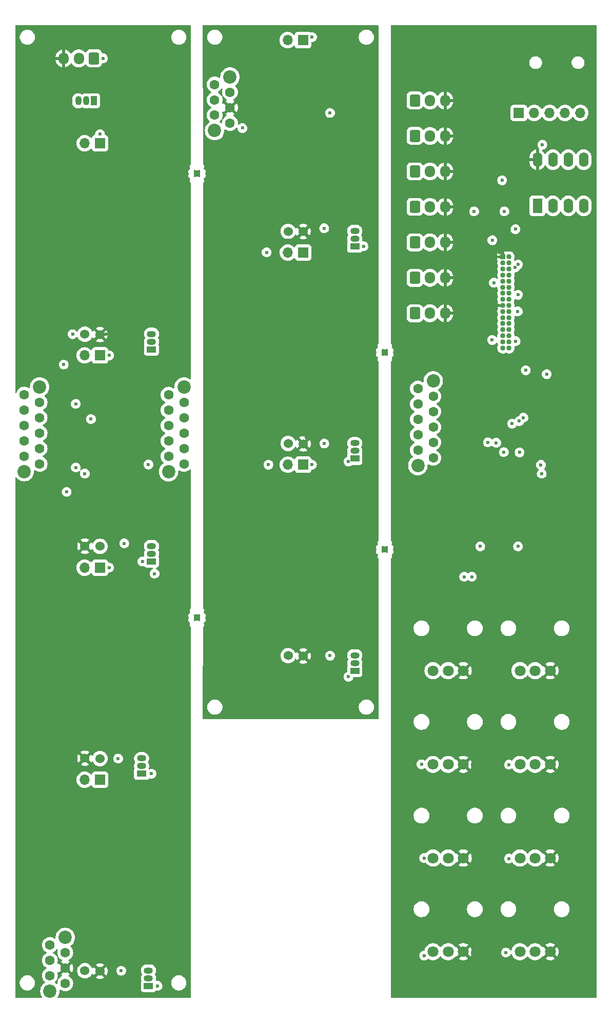
<source format=gbr>
%TF.GenerationSoftware,KiCad,Pcbnew,8.0.0*%
%TF.CreationDate,2025-03-21T10:21:52+01:00*%
%TF.ProjectId,MuseMatrix_Core,4d757365-4d61-4747-9269-785f436f7265,rev?*%
%TF.SameCoordinates,Original*%
%TF.FileFunction,Copper,L2,Inr*%
%TF.FilePolarity,Positive*%
%FSLAX46Y46*%
G04 Gerber Fmt 4.6, Leading zero omitted, Abs format (unit mm)*
G04 Created by KiCad (PCBNEW 8.0.0) date 2025-03-21 10:21:52*
%MOMM*%
%LPD*%
G01*
G04 APERTURE LIST*
G04 Aperture macros list*
%AMRoundRect*
0 Rectangle with rounded corners*
0 $1 Rounding radius*
0 $2 $3 $4 $5 $6 $7 $8 $9 X,Y pos of 4 corners*
0 Add a 4 corners polygon primitive as box body*
4,1,4,$2,$3,$4,$5,$6,$7,$8,$9,$2,$3,0*
0 Add four circle primitives for the rounded corners*
1,1,$1+$1,$2,$3*
1,1,$1+$1,$4,$5*
1,1,$1+$1,$6,$7*
1,1,$1+$1,$8,$9*
0 Add four rect primitives between the rounded corners*
20,1,$1+$1,$2,$3,$4,$5,0*
20,1,$1+$1,$4,$5,$6,$7,0*
20,1,$1+$1,$6,$7,$8,$9,0*
20,1,$1+$1,$8,$9,$2,$3,0*%
G04 Aperture macros list end*
%TA.AperFunction,ComponentPad*%
%ADD10C,2.200000*%
%TD*%
%TA.AperFunction,ComponentPad*%
%ADD11C,1.600000*%
%TD*%
%TA.AperFunction,ComponentPad*%
%ADD12R,1.700000X1.700000*%
%TD*%
%TA.AperFunction,ComponentPad*%
%ADD13O,1.700000X1.700000*%
%TD*%
%TA.AperFunction,ComponentPad*%
%ADD14C,1.800000*%
%TD*%
%TA.AperFunction,ComponentPad*%
%ADD15R,1.500000X1.050000*%
%TD*%
%TA.AperFunction,ComponentPad*%
%ADD16O,1.500000X1.050000*%
%TD*%
%TA.AperFunction,ComponentPad*%
%ADD17RoundRect,0.250000X-0.600000X-0.725000X0.600000X-0.725000X0.600000X0.725000X-0.600000X0.725000X0*%
%TD*%
%TA.AperFunction,ComponentPad*%
%ADD18O,1.700000X1.950000*%
%TD*%
%TA.AperFunction,ComponentPad*%
%ADD19C,1.524000*%
%TD*%
%TA.AperFunction,ComponentPad*%
%ADD20R,1.050000X1.500000*%
%TD*%
%TA.AperFunction,ComponentPad*%
%ADD21O,1.050000X1.500000*%
%TD*%
%TA.AperFunction,ComponentPad*%
%ADD22R,1.600000X2.400000*%
%TD*%
%TA.AperFunction,ComponentPad*%
%ADD23O,1.600000X2.400000*%
%TD*%
%TA.AperFunction,ComponentPad*%
%ADD24O,0.850000X0.850000*%
%TD*%
%TA.AperFunction,ComponentPad*%
%ADD25R,0.850000X0.850000*%
%TD*%
%TA.AperFunction,ComponentPad*%
%ADD26RoundRect,0.250000X0.600000X0.725000X-0.600000X0.725000X-0.600000X-0.725000X0.600000X-0.725000X0*%
%TD*%
%TA.AperFunction,ViaPad*%
%ADD27C,0.600000*%
%TD*%
%TA.AperFunction,Conductor*%
%ADD28C,0.200000*%
%TD*%
G04 APERTURE END LIST*
D10*
%TO.N,N/C*%
%TO.C,J5*%
X91997664Y-74200000D03*
X89457664Y-88160000D03*
D11*
%TO.N,/Main_board/jst0*%
X89457664Y-75460000D03*
%TO.N,/Main_board/jst1*%
X89457664Y-78000000D03*
%TO.N,/Main_board/jst2*%
X89457664Y-80540000D03*
%TO.N,/Main_board/jst3*%
X89457664Y-83080000D03*
%TO.N,/Main_board/jst4*%
X89457664Y-85620000D03*
%TO.N,/Main_board/jst5*%
X91997664Y-76740000D03*
%TO.N,/Main_board/jst6*%
X91997664Y-79260000D03*
%TO.N,unconnected-(J5-Pin_8-Pad8)*%
X91997664Y-81820000D03*
%TO.N,unconnected-(J5-Pin_9-Pad9)*%
X91997664Y-84340000D03*
%TO.N,unconnected-(J5-Pin_10-Pad10)*%
X91997664Y-86900000D03*
%TD*%
D12*
%TO.N,unconnected-(J4-Pad1)*%
%TO.C,J4*%
X106130000Y-30000000D03*
D13*
%TO.N,unconnected-(J4-Pad2)*%
X108670000Y-30000000D03*
%TO.N,unconnected-(J4-Pad3)*%
X111210000Y-30000000D03*
%TO.N,Net-(J4-Pad4)*%
X113750000Y-30000000D03*
%TO.N,Net-(U4-VO2)*%
X116290000Y-30000000D03*
%TD*%
D14*
%TO.N,+3.3V*%
%TO.C,RV5*%
X96957664Y-137450000D03*
%TO.N,Net-(U1-CH4)*%
X94457664Y-137450000D03*
%TO.N,GND*%
X91957664Y-137450000D03*
%TD*%
D12*
%TO.N,GND*%
%TO.C,D6*%
X70542336Y-53025000D03*
D13*
%TO.N,Net-(D6-A)*%
X68002336Y-53025000D03*
%TD*%
D15*
%TO.N,GND*%
%TO.C,Q6*%
X79042336Y-87025000D03*
D16*
%TO.N,Net-(Q6-B)*%
X79042336Y-85755000D03*
%TO.N,/Column_7_Rows/d6_0*%
X79042336Y-84485000D03*
%TD*%
D11*
%TO.N,GND*%
%TO.C,J17*%
X31270000Y-173580000D03*
%TO.N,+3.3V*%
X31270000Y-171040000D03*
%TO.N,/Column_7_Rows/column_voltage*%
X31270000Y-168500000D03*
%TO.N,/Column_7_Rows/d5_1*%
X28730000Y-172300000D03*
%TO.N,/Column_7_Rows/d6_1*%
X28730000Y-169780000D03*
%TO.N,/Column_7_Rows/d7_1*%
X28730000Y-167240000D03*
D10*
%TO.N,N/C*%
X28730000Y-174840000D03*
X31270000Y-166010000D03*
%TD*%
D17*
%TO.N,GND*%
%TO.C,J10*%
X88957664Y-51350000D03*
D18*
%TO.N,/Main_board/c4*%
X91457664Y-51350000D03*
%TO.N,+3.3V*%
X93957664Y-51350000D03*
%TD*%
D15*
%TO.N,GND*%
%TO.C,Q5*%
X79042336Y-52025000D03*
D16*
%TO.N,Net-(Q5-B)*%
X79042336Y-50755000D03*
%TO.N,/Column_7_Rows/d5_0*%
X79042336Y-49485000D03*
%TD*%
D15*
%TO.N,GND*%
%TO.C,Q1*%
X45500000Y-69000000D03*
D16*
%TO.N,Net-(Q1-B)*%
X45500000Y-67730000D03*
%TO.N,/Column_7_Rows/d1*%
X45500000Y-66460000D03*
%TD*%
D17*
%TO.N,GND*%
%TO.C,J9*%
X88957664Y-45500000D03*
D18*
%TO.N,/Main_board/c3*%
X91457664Y-45500000D03*
%TO.N,+3.3V*%
X93957664Y-45500000D03*
%TD*%
D10*
%TO.N,N/C*%
%TO.C,J13*%
X27040000Y-75200000D03*
X24500000Y-89160000D03*
D11*
%TO.N,/Column_7_Rows/d1*%
X24500000Y-76460000D03*
%TO.N,/Column_7_Rows/d2*%
X24500000Y-79000000D03*
%TO.N,/Column_7_Rows/d3*%
X24500000Y-81540000D03*
%TO.N,/Column_7_Rows/d4*%
X24500000Y-84080000D03*
%TO.N,/Column_7_Rows/d5_1*%
X24500000Y-86620000D03*
%TO.N,/Column_7_Rows/d6_1*%
X27040000Y-77740000D03*
%TO.N,/Column_7_Rows/d7_1*%
X27040000Y-80260000D03*
%TO.N,unconnected-(J13-Pin_8-Pad8)*%
X27040000Y-82820000D03*
%TO.N,unconnected-(J13-Pin_9-Pad9)*%
X27040000Y-85340000D03*
%TO.N,unconnected-(J13-Pin_10-Pad10)*%
X27040000Y-87900000D03*
%TD*%
D15*
%TO.N,GND*%
%TO.C,Q7*%
X79042336Y-122025000D03*
D16*
%TO.N,Net-(Q7-B)*%
X79042336Y-120755000D03*
%TO.N,/Column_7_Rows/d7_0*%
X79042336Y-119485000D03*
%TD*%
D12*
%TO.N,GND*%
%TO.C,D7*%
X70542336Y-88025000D03*
D13*
%TO.N,Net-(D7-A)*%
X68002336Y-88025000D03*
%TD*%
D19*
%TO.N,Net-(Q5-B)*%
%TO.C,R20*%
X68042336Y-49525000D03*
%TO.N,+3.3V*%
X70542336Y-49575000D03*
%TD*%
%TO.N,Net-(Q4-B)*%
%TO.C,R12*%
X34500000Y-171500000D03*
%TO.N,+3.3V*%
X37000000Y-171550000D03*
%TD*%
D17*
%TO.N,GND*%
%TO.C,J12*%
X88957664Y-63050000D03*
D18*
%TO.N,/Main_board/c6*%
X91457664Y-63050000D03*
%TO.N,+3.3V*%
X93957664Y-63050000D03*
%TD*%
D17*
%TO.N,GND*%
%TO.C,J8*%
X88957664Y-39650000D03*
D18*
%TO.N,/Main_board/c2*%
X91457664Y-39650000D03*
%TO.N,+3.3V*%
X93957664Y-39650000D03*
%TD*%
D11*
%TO.N,GND*%
%TO.C,J18*%
X58457664Y-31655000D03*
%TO.N,+3.3V*%
X58457664Y-29115000D03*
%TO.N,/Column_7_Rows/column_voltage2*%
X58457664Y-26575000D03*
%TO.N,/Column_7_Rows/d5_0*%
X55917664Y-30375000D03*
%TO.N,/Column_7_Rows/d6_0*%
X55917664Y-27855000D03*
%TO.N,/Column_7_Rows/d7_0*%
X55917664Y-25315000D03*
D10*
%TO.N,N/C*%
X55917664Y-32915000D03*
X58457664Y-24085000D03*
%TD*%
D14*
%TO.N,+3.3V*%
%TO.C,RV1*%
X96957664Y-168350000D03*
%TO.N,Net-(U1-CH0)*%
X94457664Y-168350000D03*
%TO.N,GND*%
X91957664Y-168350000D03*
%TD*%
D10*
%TO.N,N/C*%
%TO.C,J3*%
X50856252Y-75213251D03*
X48316252Y-89173251D03*
D11*
%TO.N,/Column_7_Rows/d1*%
X48316252Y-76473251D03*
%TO.N,/Column_7_Rows/d2*%
X48316252Y-79013251D03*
%TO.N,/Column_7_Rows/d3*%
X48316252Y-81553251D03*
%TO.N,/Column_7_Rows/d4*%
X48316252Y-84093251D03*
%TO.N,/Column_7_Rows/d5_1*%
X48316252Y-86633251D03*
%TO.N,/Column_7_Rows/d6_1*%
X50856252Y-77753251D03*
%TO.N,/Column_7_Rows/d7_1*%
X50856252Y-80273251D03*
%TO.N,unconnected-(J3-Pin_8-Pad8)*%
X50856252Y-82833251D03*
%TO.N,unconnected-(J3-Pin_9-Pad9)*%
X50856252Y-85353251D03*
%TO.N,unconnected-(J3-Pin_10-Pad10)*%
X50856252Y-87913251D03*
%TD*%
D15*
%TO.N,GND*%
%TO.C,Q4*%
X45000000Y-174000000D03*
D16*
%TO.N,Net-(Q4-B)*%
X45000000Y-172730000D03*
%TO.N,/Column_7_Rows/d4*%
X45000000Y-171460000D03*
%TD*%
D19*
%TO.N,Net-(Q6-B)*%
%TO.C,R21*%
X68042336Y-84525000D03*
%TO.N,+3.3V*%
X70542336Y-84575000D03*
%TD*%
D17*
%TO.N,GND*%
%TO.C,J11*%
X88957664Y-57200000D03*
D18*
%TO.N,/Main_board/c5*%
X91457664Y-57200000D03*
%TO.N,+3.3V*%
X93957664Y-57200000D03*
%TD*%
D14*
%TO.N,+3.3V*%
%TO.C,RV4*%
X111307664Y-152900000D03*
%TO.N,Net-(U1-CH3)*%
X108807664Y-152900000D03*
%TO.N,GND*%
X106307664Y-152900000D03*
%TD*%
D19*
%TO.N,Net-(Q1-B)*%
%TO.C,R2*%
X34500000Y-66500000D03*
%TO.N,+3.3V*%
X37000000Y-66550000D03*
%TD*%
D12*
%TO.N,GND*%
%TO.C,D4*%
X37000000Y-140000000D03*
D13*
%TO.N,Net-(D4-A)*%
X34460000Y-140000000D03*
%TD*%
D20*
%TO.N,GND*%
%TO.C,Q8*%
X35960000Y-28000000D03*
D21*
%TO.N,/Column_7_Rows/Column_voltage*%
X34690000Y-28000000D03*
%TO.N,/Column_7_Rows/column_voltage*%
X33420000Y-28000000D03*
%TD*%
D15*
%TO.N,GND*%
%TO.C,Q3*%
X43860000Y-139000000D03*
D16*
%TO.N,Net-(Q3-B)*%
X43860000Y-137730000D03*
%TO.N,/Column_7_Rows/d3*%
X43860000Y-136460000D03*
%TD*%
D12*
%TO.N,GND*%
%TO.C,D2*%
X37000000Y-70000000D03*
D13*
%TO.N,Net-(D2-A)*%
X34460000Y-70000000D03*
%TD*%
D12*
%TO.N,GND*%
%TO.C,D1*%
X37000000Y-35000000D03*
D13*
%TO.N,Net-(D1-A)*%
X34460000Y-35000000D03*
%TD*%
D19*
%TO.N,Net-(Q7-B)*%
%TO.C,R22*%
X68042336Y-119525000D03*
%TO.N,+3.3V*%
X70542336Y-119575000D03*
%TD*%
D12*
%TO.N,GND*%
%TO.C,D5*%
X70500000Y-18000000D03*
D13*
%TO.N,Net-(D5-A)*%
X67960000Y-18000000D03*
%TD*%
D19*
%TO.N,Net-(Q3-B)*%
%TO.C,R11*%
X37000000Y-136500000D03*
%TO.N,+3.3V*%
X34500000Y-136450000D03*
%TD*%
D14*
%TO.N,+3.3V*%
%TO.C,RV8*%
X111307664Y-122000000D03*
%TO.N,Net-(U1-CH7)*%
X108807664Y-122000000D03*
%TO.N,GND*%
X106307664Y-122000000D03*
%TD*%
%TO.N,+3.3V*%
%TO.C,RV2*%
X111307664Y-168350000D03*
%TO.N,Net-(U1-CH1)*%
X108807664Y-168350000D03*
%TO.N,GND*%
X106307664Y-168350000D03*
%TD*%
%TO.N,+3.3V*%
%TO.C,RV7*%
X96957664Y-122000000D03*
%TO.N,Net-(U1-CH6)*%
X94457664Y-122000000D03*
%TO.N,GND*%
X91957664Y-122000000D03*
%TD*%
D15*
%TO.N,GND*%
%TO.C,Q2*%
X45500000Y-104000000D03*
D16*
%TO.N,Net-(Q2-B)*%
X45500000Y-102730000D03*
%TO.N,/Column_7_Rows/d2*%
X45500000Y-101460000D03*
%TD*%
D19*
%TO.N,Net-(Q2-B)*%
%TO.C,R6*%
X37000000Y-101500000D03*
%TO.N,+3.3V*%
X34500000Y-101450000D03*
%TD*%
D18*
%TO.N,+3.3V*%
%TO.C,J6*%
X93957664Y-27950000D03*
%TO.N,/Main_board/c0*%
X91457664Y-27950000D03*
D17*
%TO.N,GND*%
X88957664Y-27950000D03*
%TD*%
D22*
%TO.N,unconnected-(U4-NC-Pad1)*%
%TO.C,U4*%
X109200000Y-45325000D03*
D23*
%TO.N,Net-(U4-C1)*%
X111740000Y-45325000D03*
%TO.N,GND*%
X114280000Y-45325000D03*
%TO.N,unconnected-(U4-NC-Pad4)*%
X116820000Y-45325000D03*
%TO.N,GND*%
X116820000Y-37705000D03*
%TO.N,Net-(U4-VO2)*%
X114280000Y-37705000D03*
%TO.N,Net-(U4-VO1)*%
X111740000Y-37705000D03*
%TO.N,+3.3V*%
X109200000Y-37705000D03*
%TD*%
D12*
%TO.N,GND*%
%TO.C,D3*%
X37000000Y-105000000D03*
D13*
%TO.N,Net-(D3-A)*%
X34460000Y-105000000D03*
%TD*%
D24*
%TO.N,unconnected-(J1-GPIO12{slash}PWM0-Pad32)*%
%TO.C,J1*%
X104500000Y-68750000D03*
%TO.N,unconnected-(J1-GPCLK2{slash}GPIO06-Pad31)*%
X103500000Y-68750000D03*
%TO.N,/Raspberry_connections/GND*%
X104500000Y-67750000D03*
%TO.N,unconnected-(J1-GPCLK1{slash}GPIO05-Pad29)*%
X103500000Y-67750000D03*
%TO.N,unconnected-(J1-ID_SC_I2C0{slash}GPIO01-Pad28)*%
X104500000Y-66750000D03*
%TO.N,unconnected-(J1-ID_SD_I2C0{slash}GPIO00-Pad27)*%
X103500000Y-66750000D03*
%TO.N,unconnected-(J1-~{CE1}_SPI0{slash}GPIO07-Pad26)*%
X104500000Y-65750000D03*
%TO.N,/Raspberry_connections/GND*%
X103500000Y-65750000D03*
%TO.N,/Octaves board/select*%
X104500000Y-64750000D03*
%TO.N,/Octaves board/ADC_clock*%
X103500000Y-64750000D03*
%TO.N,/Main_board/DATA_OUT_165*%
X104500000Y-63750000D03*
%TO.N,/Octaves board/DATA_OUT_ADC*%
X103500000Y-63750000D03*
%TO.N,/Raspberry_connections/GND*%
X104500000Y-62750000D03*
%TO.N,/Octaves board/DATA_IN_ADC*%
X103500000Y-62750000D03*
%TO.N,/Main_board/clock_165*%
X104500000Y-61750000D03*
%TO.N,+3.3V*%
X103500000Y-61750000D03*
%TO.N,/Main_board/LOAD_165*%
X104500000Y-60750000D03*
%TO.N,/Main_board/LATCH_595*%
X103500000Y-60750000D03*
%TO.N,/Raspberry_connections/GND*%
X104500000Y-59750000D03*
%TO.N,/Main_board/clock_595*%
X103500000Y-59750000D03*
%TO.N,unconnected-(J1-GPIO18{slash}SPI1_~{CE0}{slash}PCM_CLK{slash}PWM0-Pad12)*%
X104500000Y-58750000D03*
%TO.N,/Main_board/DATA_IN_595*%
X103500000Y-58750000D03*
%TO.N,unconnected-(J1-GPIO15{slash}UART_RXD-Pad10)*%
X104500000Y-57750000D03*
%TO.N,/Raspberry_connections/GND*%
X103500000Y-57750000D03*
%TO.N,/Main_board/midi_in*%
X104500000Y-56750000D03*
%TO.N,unconnected-(J1-GPCLK0{slash}GPIO04-Pad7)*%
X103500000Y-56750000D03*
%TO.N,/Raspberry_connections/GND*%
X104500000Y-55750000D03*
%TO.N,unconnected-(J1-SCL_I2C1{slash}GPIO03-Pad5)*%
X103500000Y-55750000D03*
%TO.N,unconnected-(J1-5V-Pad2)_0*%
X104500000Y-54750000D03*
%TO.N,unconnected-(J1-SDA_I2C1{slash}GPIO02-Pad3)*%
X103500000Y-54750000D03*
%TO.N,unconnected-(J1-5V-Pad2)*%
X104500000Y-53750000D03*
D25*
%TO.N,+3.3V*%
X103500000Y-53750000D03*
%TD*%
D14*
%TO.N,+3.3V*%
%TO.C,RV3*%
X96957664Y-152900000D03*
%TO.N,Net-(U1-CH2)*%
X94457664Y-152900000D03*
%TO.N,GND*%
X91957664Y-152900000D03*
%TD*%
%TO.N,+3.3V*%
%TO.C,RV6*%
X111307664Y-137450000D03*
%TO.N,Net-(U1-CH5)*%
X108807664Y-137450000D03*
%TO.N,GND*%
X106307664Y-137450000D03*
%TD*%
D17*
%TO.N,GND*%
%TO.C,J7*%
X88957664Y-33800000D03*
D18*
%TO.N,/Main_board/c1*%
X91457664Y-33800000D03*
%TO.N,+3.3V*%
X93957664Y-33800000D03*
%TD*%
D26*
%TO.N,GND*%
%TO.C,J2*%
X36000000Y-21000000D03*
D18*
%TO.N,/Column_7_Rows/Column_voltage*%
X33500000Y-21000000D03*
%TO.N,+3.3V*%
X31000000Y-21000000D03*
%TD*%
D27*
%TO.N,/Raspberry_connections/GND*%
X105600000Y-67650000D03*
X101725000Y-67450000D03*
%TO.N,GND*%
X103375000Y-41125000D03*
X103650000Y-85950000D03*
%TO.N,/Main_board/DATA_OUT_165*%
X106875000Y-80275000D03*
%TO.N,+3.3V*%
X98525000Y-81000000D03*
X97325000Y-81000000D03*
%TO.N,/Main_board/jst5*%
X101025000Y-84350000D03*
%TO.N,/Main_board/jst6*%
X102400000Y-84425000D03*
%TO.N,/Main_board/DATA_OUT_165*%
X106200000Y-80825000D03*
%TO.N,/Main_board/LATCH_595*%
X105575000Y-49175000D03*
%TO.N,/Main_board/clock_595*%
X101750000Y-51000000D03*
%TO.N,/Main_board/LOAD_165*%
X109900000Y-89500000D03*
%TO.N,/Main_board/clock_165*%
X109775000Y-88050000D03*
%TO.N,/Octaves board/DATA_IN_ADC*%
X110725000Y-73100000D03*
%TO.N,/Octaves board/DATA_OUT_ADC*%
X107275000Y-72450000D03*
%TO.N,/Raspberry_connections/GND*%
X105950000Y-62750000D03*
%TO.N,+3.3V*%
X102125000Y-61725000D03*
%TO.N,/Raspberry_connections/GND*%
X106000000Y-60000000D03*
X102000000Y-58000000D03*
%TO.N,+3.3V*%
X103000000Y-53000000D03*
%TO.N,/Raspberry_connections/GND*%
X105500000Y-55500000D03*
X106000000Y-55000000D03*
%TO.N,+3.3V*%
X102500000Y-52500000D03*
X102000000Y-53750000D03*
X103500000Y-52500000D03*
X103750000Y-37250000D03*
%TO.N,GND*%
X98750000Y-46250000D03*
X103750000Y-46250000D03*
%TO.N,+3.3V*%
X103750000Y-44750000D03*
X108750000Y-37000000D03*
%TO.N,Net-(U4-VO2)*%
X110000000Y-35250000D03*
%TO.N,GND*%
X105000000Y-81250000D03*
X106250000Y-86000000D03*
X106000000Y-101500000D03*
X99750000Y-101500000D03*
%TO.N,+3.3V*%
X98250000Y-101500000D03*
X97250000Y-101500000D03*
%TO.N,GND*%
X40000000Y-136500000D03*
X80500000Y-52000000D03*
X44000000Y-104000000D03*
X90500000Y-152900000D03*
X74975000Y-119525000D03*
X38500000Y-70000000D03*
X37000000Y-33500000D03*
X60500000Y-32500000D03*
X90050000Y-137450000D03*
X90500000Y-169000000D03*
X41000000Y-101000000D03*
X32480000Y-66500000D03*
X74002336Y-49025000D03*
X37500000Y-21000000D03*
X78000000Y-87500000D03*
X74022336Y-84525000D03*
X72000000Y-17500000D03*
X104500000Y-137500000D03*
X71975000Y-88025000D03*
X104000000Y-168500000D03*
X104500000Y-153000000D03*
X78000000Y-123000000D03*
X38500000Y-105000000D03*
X45500000Y-139000000D03*
X46500000Y-174000000D03*
X40500000Y-171500000D03*
%TO.N,/Column_7_Rows/d3*%
X46000000Y-106000000D03*
%TO.N,/Column_7_Rows/d2*%
X45000000Y-88000000D03*
%TO.N,+3.3V*%
X49500000Y-101480000D03*
X48500000Y-167980000D03*
X72000000Y-50000000D03*
X113100000Y-152900000D03*
X60500000Y-31000000D03*
X113000000Y-137500000D03*
X98500000Y-168500000D03*
X48360000Y-136980000D03*
X81457664Y-117500000D03*
X99000000Y-153000000D03*
X48725000Y-66750000D03*
X80997664Y-47500000D03*
X71000000Y-83500000D03*
X113000000Y-168500000D03*
X33000000Y-101500000D03*
X71000000Y-121000000D03*
X98500000Y-137500000D03*
X33000000Y-136500000D03*
X38000000Y-66500000D03*
X80977664Y-82500000D03*
%TO.N,/Column_7_Rows/column_voltage*%
X31000000Y-71500000D03*
X31500000Y-92500000D03*
%TO.N,Net-(U1-CH0)*%
X97107664Y-106500000D03*
%TO.N,Net-(U1-CH1)*%
X98377664Y-106500000D03*
%TO.N,/Column_7_Rows/d7_1*%
X34500000Y-89500000D03*
X35500000Y-80500000D03*
%TO.N,/Column_7_Rows/d6_1*%
X33000000Y-78000000D03*
X33000000Y-88500000D03*
%TO.N,/Column_7_Rows/column_voltage2*%
X64500000Y-53000000D03*
X64792336Y-88025000D03*
%TO.N,/Column_7_Rows/d5_0*%
X74957664Y-30000000D03*
%TD*%
D28*
%TO.N,+3.3V*%
X103500000Y-53750000D02*
X103500000Y-52500000D01*
X108750000Y-37255000D02*
X109200000Y-37705000D01*
X108750000Y-37000000D02*
X108750000Y-37255000D01*
X31000000Y-21000000D02*
X29000000Y-21000000D01*
%TD*%
%TA.AperFunction,Conductor*%
%TO.N,+3.3V*%
G36*
X57837332Y-29446574D02*
G01*
X57913938Y-29561224D01*
X58011440Y-29658726D01*
X58126090Y-29735332D01*
X58171906Y-29754309D01*
X57732190Y-30194025D01*
X57805177Y-30245132D01*
X57805185Y-30245136D01*
X57863528Y-30272342D01*
X57915968Y-30318514D01*
X57935120Y-30385707D01*
X57914905Y-30452589D01*
X57863530Y-30497105D01*
X57804936Y-30524428D01*
X57804929Y-30524432D01*
X57618522Y-30654954D01*
X57457617Y-30815859D01*
X57340780Y-30982722D01*
X57286203Y-31026347D01*
X57223813Y-31032805D01*
X57256391Y-31088210D01*
X57253621Y-31158024D01*
X57248505Y-31170804D01*
X57230924Y-31208506D01*
X57230922Y-31208511D01*
X57172030Y-31428302D01*
X57172028Y-31428312D01*
X57156117Y-31610177D01*
X57130664Y-31675245D01*
X57074073Y-31716224D01*
X57004311Y-31720102D01*
X56952059Y-31693660D01*
X56861323Y-31616164D01*
X56861321Y-31616162D01*
X56861319Y-31616161D01*
X56861317Y-31616160D01*
X56781129Y-31567020D01*
X56734254Y-31515208D01*
X56722831Y-31446278D01*
X56750489Y-31382116D01*
X56758227Y-31373622D01*
X56917711Y-31214139D01*
X57034550Y-31047273D01*
X57089123Y-31003652D01*
X57151513Y-30997193D01*
X57118936Y-30941789D01*
X57121707Y-30871974D01*
X57126818Y-30859206D01*
X57144403Y-30821496D01*
X57203299Y-30601692D01*
X57223132Y-30375000D01*
X57203299Y-30148308D01*
X57144403Y-29928504D01*
X57143007Y-29923293D01*
X57144670Y-29853443D01*
X57183833Y-29795581D01*
X57248061Y-29768077D01*
X57316963Y-29779664D01*
X57364357Y-29820076D01*
X57378638Y-29840472D01*
X57818353Y-29400756D01*
X57837332Y-29446574D01*
G37*
%TD.AperFunction*%
%TA.AperFunction,Conductor*%
G36*
X57197021Y-26002191D02*
G01*
X57232436Y-26062420D01*
X57231942Y-26124704D01*
X57172030Y-26348302D01*
X57172028Y-26348313D01*
X57152196Y-26574998D01*
X57152196Y-26575001D01*
X57172028Y-26801686D01*
X57172030Y-26801697D01*
X57230922Y-27021488D01*
X57230924Y-27021492D01*
X57230925Y-27021496D01*
X57248504Y-27059194D01*
X57258996Y-27128272D01*
X57230476Y-27192056D01*
X57218970Y-27199579D01*
X57273194Y-27199149D01*
X57332270Y-27236455D01*
X57340780Y-27247277D01*
X57457618Y-27414141D01*
X57618522Y-27575045D01*
X57618525Y-27575047D01*
X57804930Y-27705568D01*
X57863529Y-27732893D01*
X57915969Y-27779065D01*
X57935121Y-27846258D01*
X57914906Y-27913139D01*
X57863531Y-27957657D01*
X57805177Y-27984868D01*
X57805176Y-27984868D01*
X57732190Y-28035973D01*
X57732190Y-28035974D01*
X58171906Y-28475690D01*
X58126090Y-28494668D01*
X58011440Y-28571274D01*
X57913938Y-28668776D01*
X57837332Y-28783426D01*
X57818354Y-28829242D01*
X57378638Y-28389526D01*
X57378636Y-28389526D01*
X57364356Y-28409921D01*
X57309779Y-28453546D01*
X57240281Y-28460738D01*
X57177926Y-28429216D01*
X57142513Y-28368985D01*
X57143007Y-28306703D01*
X57144401Y-28301500D01*
X57144403Y-28301496D01*
X57203299Y-28081692D01*
X57223132Y-27855000D01*
X57203299Y-27628308D01*
X57158580Y-27461415D01*
X57144405Y-27408511D01*
X57144404Y-27408510D01*
X57144403Y-27408504D01*
X57126822Y-27370802D01*
X57116331Y-27301728D01*
X57144850Y-27237944D01*
X57156356Y-27230419D01*
X57102132Y-27230850D01*
X57043056Y-27193543D01*
X57034547Y-27182722D01*
X56917709Y-27015858D01*
X56756805Y-26854954D01*
X56570398Y-26724432D01*
X56570392Y-26724429D01*
X56512389Y-26697382D01*
X56459949Y-26651210D01*
X56440797Y-26584017D01*
X56461012Y-26517135D01*
X56512389Y-26472618D01*
X56570398Y-26445568D01*
X56756803Y-26315047D01*
X56917711Y-26154139D01*
X57010594Y-26021485D01*
X57065168Y-25977863D01*
X57134666Y-25970669D01*
X57197021Y-26002191D01*
G37*
%TD.AperFunction*%
%TA.AperFunction,Conductor*%
G36*
X82900712Y-15520185D02*
G01*
X82946467Y-15572989D01*
X82957672Y-15624398D01*
X82989176Y-54318793D01*
X82999500Y-66999972D01*
X82999500Y-67912035D01*
X82979815Y-67979074D01*
X82963182Y-67999716D01*
X82889511Y-68073387D01*
X82830201Y-68176114D01*
X82799500Y-68290691D01*
X82799500Y-68409309D01*
X82830201Y-68523886D01*
X82830202Y-68523887D01*
X82856516Y-68569464D01*
X82872989Y-68637364D01*
X82850137Y-68703391D01*
X82811130Y-68738852D01*
X82723387Y-68789511D01*
X82723384Y-68789513D01*
X82639513Y-68873384D01*
X82639511Y-68873387D01*
X82580201Y-68976114D01*
X82549500Y-69090691D01*
X82549500Y-69209309D01*
X82580201Y-69323886D01*
X82639511Y-69426613D01*
X82639512Y-69426614D01*
X82643575Y-69433651D01*
X82641824Y-69434661D01*
X82663095Y-69489689D01*
X82649053Y-69558133D01*
X82641822Y-69569384D01*
X82639511Y-69573387D01*
X82580201Y-69676114D01*
X82549500Y-69790691D01*
X82549500Y-69909309D01*
X82580201Y-70023886D01*
X82639511Y-70126613D01*
X82723387Y-70210489D01*
X82811129Y-70261147D01*
X82859345Y-70311714D01*
X82872568Y-70380321D01*
X82856516Y-70430534D01*
X82830202Y-70476110D01*
X82830201Y-70476114D01*
X82799500Y-70590691D01*
X82799500Y-70709309D01*
X82830201Y-70823886D01*
X82889511Y-70926613D01*
X82889513Y-70926615D01*
X82963181Y-71000283D01*
X82996666Y-71061606D01*
X82999500Y-71087964D01*
X82999500Y-100412035D01*
X82979815Y-100479074D01*
X82963182Y-100499716D01*
X82889511Y-100573387D01*
X82830201Y-100676114D01*
X82799500Y-100790691D01*
X82799500Y-100909309D01*
X82830201Y-101023886D01*
X82830202Y-101023887D01*
X82856516Y-101069464D01*
X82872989Y-101137364D01*
X82850137Y-101203391D01*
X82811130Y-101238852D01*
X82723387Y-101289511D01*
X82723384Y-101289513D01*
X82639513Y-101373384D01*
X82639511Y-101373387D01*
X82580201Y-101476114D01*
X82549500Y-101590691D01*
X82549500Y-101709309D01*
X82580201Y-101823886D01*
X82639511Y-101926613D01*
X82639512Y-101926614D01*
X82643575Y-101933651D01*
X82641824Y-101934661D01*
X82663095Y-101989689D01*
X82649053Y-102058133D01*
X82641822Y-102069384D01*
X82639511Y-102073387D01*
X82580201Y-102176114D01*
X82549500Y-102290691D01*
X82549500Y-102409309D01*
X82580201Y-102523886D01*
X82639511Y-102626613D01*
X82723387Y-102710489D01*
X82811129Y-102761147D01*
X82859345Y-102811714D01*
X82872568Y-102880321D01*
X82856516Y-102930534D01*
X82830202Y-102976110D01*
X82830201Y-102976114D01*
X82799500Y-103090691D01*
X82799500Y-103209309D01*
X82830201Y-103323886D01*
X82889511Y-103426613D01*
X82889513Y-103426615D01*
X82963181Y-103500283D01*
X82996666Y-103561606D01*
X82999500Y-103587964D01*
X82999500Y-104249644D01*
X82959657Y-128953828D01*
X82958170Y-129875700D01*
X82938377Y-129942708D01*
X82885499Y-129988377D01*
X82834170Y-129999500D01*
X54083930Y-129999500D01*
X54016891Y-129979815D01*
X53971136Y-129927011D01*
X53959930Y-129875150D01*
X53963373Y-128655405D01*
X53964945Y-128098422D01*
X54707164Y-128098422D01*
X54737954Y-128292826D01*
X54798781Y-128480029D01*
X54888140Y-128655405D01*
X55003836Y-128814646D01*
X55143018Y-128953828D01*
X55302259Y-129069524D01*
X55385119Y-129111743D01*
X55477634Y-129158882D01*
X55477636Y-129158882D01*
X55477639Y-129158884D01*
X55577981Y-129191487D01*
X55664837Y-129219709D01*
X55859242Y-129250500D01*
X55859247Y-129250500D01*
X56056086Y-129250500D01*
X56250490Y-129219709D01*
X56437689Y-129158884D01*
X56613069Y-129069524D01*
X56772310Y-128953828D01*
X56911492Y-128814646D01*
X57027188Y-128655405D01*
X57116548Y-128480025D01*
X57177373Y-128292826D01*
X57208164Y-128098422D01*
X79707164Y-128098422D01*
X79737954Y-128292826D01*
X79798781Y-128480029D01*
X79888140Y-128655405D01*
X80003836Y-128814646D01*
X80143018Y-128953828D01*
X80302259Y-129069524D01*
X80385119Y-129111743D01*
X80477634Y-129158882D01*
X80477636Y-129158882D01*
X80477639Y-129158884D01*
X80577981Y-129191487D01*
X80664837Y-129219709D01*
X80859242Y-129250500D01*
X80859247Y-129250500D01*
X81056086Y-129250500D01*
X81250490Y-129219709D01*
X81437689Y-129158884D01*
X81613069Y-129069524D01*
X81772310Y-128953828D01*
X81911492Y-128814646D01*
X82027188Y-128655405D01*
X82116548Y-128480025D01*
X82177373Y-128292826D01*
X82208164Y-128098422D01*
X82208164Y-127901577D01*
X82177373Y-127707173D01*
X82116546Y-127519970D01*
X82027187Y-127344594D01*
X81911492Y-127185354D01*
X81772310Y-127046172D01*
X81613069Y-126930476D01*
X81437693Y-126841117D01*
X81250490Y-126780290D01*
X81056086Y-126749500D01*
X81056081Y-126749500D01*
X80859247Y-126749500D01*
X80859242Y-126749500D01*
X80664837Y-126780290D01*
X80477634Y-126841117D01*
X80302258Y-126930476D01*
X80211405Y-126996485D01*
X80143018Y-127046172D01*
X80143016Y-127046174D01*
X80143015Y-127046174D01*
X80003838Y-127185351D01*
X80003838Y-127185352D01*
X80003836Y-127185354D01*
X79954149Y-127253741D01*
X79888140Y-127344594D01*
X79798781Y-127519970D01*
X79737954Y-127707173D01*
X79707164Y-127901577D01*
X79707164Y-128098422D01*
X57208164Y-128098422D01*
X57208164Y-127901577D01*
X57177373Y-127707173D01*
X57116546Y-127519970D01*
X57027187Y-127344594D01*
X56911492Y-127185354D01*
X56772310Y-127046172D01*
X56613069Y-126930476D01*
X56437693Y-126841117D01*
X56250490Y-126780290D01*
X56056086Y-126749500D01*
X56056081Y-126749500D01*
X55859247Y-126749500D01*
X55859242Y-126749500D01*
X55664837Y-126780290D01*
X55477634Y-126841117D01*
X55302258Y-126930476D01*
X55211405Y-126996485D01*
X55143018Y-127046172D01*
X55143016Y-127046174D01*
X55143015Y-127046174D01*
X55003838Y-127185351D01*
X55003838Y-127185352D01*
X55003836Y-127185354D01*
X54954149Y-127253741D01*
X54888140Y-127344594D01*
X54798781Y-127519970D01*
X54737954Y-127707173D01*
X54707164Y-127901577D01*
X54707164Y-128098422D01*
X53964945Y-128098422D01*
X53979334Y-123000003D01*
X77194435Y-123000003D01*
X77214630Y-123179249D01*
X77214631Y-123179254D01*
X77274211Y-123349523D01*
X77370184Y-123502262D01*
X77497738Y-123629816D01*
X77650478Y-123725789D01*
X77820745Y-123785368D01*
X77820750Y-123785369D01*
X77999996Y-123805565D01*
X78000000Y-123805565D01*
X78000004Y-123805565D01*
X78179249Y-123785369D01*
X78179252Y-123785368D01*
X78179255Y-123785368D01*
X78349522Y-123725789D01*
X78502262Y-123629816D01*
X78629816Y-123502262D01*
X78725789Y-123349522D01*
X78785368Y-123179255D01*
X78786184Y-123172012D01*
X78787469Y-123160614D01*
X78814536Y-123096201D01*
X78872131Y-123056646D01*
X78910689Y-123050499D01*
X79840207Y-123050499D01*
X79840208Y-123050499D01*
X79899819Y-123044091D01*
X80034667Y-122993796D01*
X80149882Y-122907546D01*
X80236132Y-122792331D01*
X80286427Y-122657483D01*
X80292836Y-122597873D01*
X80292835Y-121452128D01*
X80286427Y-121392517D01*
X80236132Y-121257669D01*
X80235303Y-121256562D01*
X80234821Y-121255268D01*
X80231882Y-121249886D01*
X80232655Y-121249463D01*
X80210887Y-121191099D01*
X80220011Y-121134798D01*
X80253425Y-121054132D01*
X80253425Y-121054131D01*
X80253427Y-121054127D01*
X80292836Y-120856003D01*
X80292836Y-120653997D01*
X80253427Y-120455873D01*
X80176122Y-120269244D01*
X80122430Y-120188889D01*
X80101553Y-120122214D01*
X80120037Y-120054834D01*
X80122414Y-120051134D01*
X80176122Y-119970756D01*
X80253427Y-119784127D01*
X80292836Y-119586003D01*
X80292836Y-119383997D01*
X80253427Y-119185873D01*
X80176122Y-118999244D01*
X80176120Y-118999241D01*
X80176118Y-118999237D01*
X80063894Y-118831281D01*
X79921054Y-118688441D01*
X79753098Y-118576217D01*
X79753088Y-118576212D01*
X79566463Y-118498909D01*
X79566455Y-118498907D01*
X79368343Y-118459500D01*
X79368339Y-118459500D01*
X78716333Y-118459500D01*
X78716328Y-118459500D01*
X78518216Y-118498907D01*
X78518208Y-118498909D01*
X78331583Y-118576212D01*
X78331573Y-118576217D01*
X78163617Y-118688441D01*
X78020777Y-118831281D01*
X77908553Y-118999237D01*
X77908548Y-118999247D01*
X77831245Y-119185872D01*
X77831243Y-119185880D01*
X77791836Y-119383992D01*
X77791836Y-119586007D01*
X77831243Y-119784119D01*
X77831245Y-119784127D01*
X77908549Y-119970755D01*
X77908550Y-119970756D01*
X77957937Y-120044670D01*
X77962240Y-120051109D01*
X77983118Y-120117787D01*
X77964633Y-120185167D01*
X77962240Y-120188891D01*
X77908549Y-120269244D01*
X77831245Y-120455872D01*
X77831243Y-120455880D01*
X77791836Y-120653992D01*
X77791836Y-120856007D01*
X77831243Y-121054119D01*
X77831245Y-121054127D01*
X77864661Y-121134800D01*
X77872130Y-121204270D01*
X77852374Y-121249660D01*
X77852790Y-121249887D01*
X77850255Y-121254528D01*
X77849373Y-121256556D01*
X77848542Y-121257665D01*
X77848538Y-121257672D01*
X77798244Y-121392517D01*
X77791837Y-121452116D01*
X77791837Y-121452123D01*
X77791836Y-121452135D01*
X77791836Y-122136765D01*
X77772151Y-122203804D01*
X77719347Y-122249559D01*
X77708791Y-122253806D01*
X77650479Y-122274210D01*
X77650475Y-122274212D01*
X77497737Y-122370184D01*
X77370184Y-122497737D01*
X77274211Y-122650476D01*
X77214631Y-122820745D01*
X77214630Y-122820750D01*
X77194435Y-122999996D01*
X77194435Y-123000003D01*
X53979334Y-123000003D01*
X53989142Y-119525002D01*
X66775013Y-119525002D01*
X66794265Y-119745062D01*
X66794266Y-119745070D01*
X66851440Y-119958445D01*
X66851441Y-119958447D01*
X66851442Y-119958450D01*
X66925742Y-120117787D01*
X66944802Y-120158662D01*
X66944804Y-120158666D01*
X67071506Y-120339615D01*
X67071511Y-120339621D01*
X67227714Y-120495824D01*
X67227720Y-120495829D01*
X67408669Y-120622531D01*
X67408671Y-120622532D01*
X67408674Y-120622534D01*
X67608886Y-120715894D01*
X67822268Y-120773070D01*
X67979459Y-120786822D01*
X68042334Y-120792323D01*
X68042336Y-120792323D01*
X68042338Y-120792323D01*
X68097353Y-120787509D01*
X68262404Y-120773070D01*
X68475786Y-120715894D01*
X68675998Y-120622534D01*
X68856956Y-120495826D01*
X69013162Y-120339620D01*
X69139870Y-120158662D01*
X69168574Y-120097105D01*
X69214743Y-120044670D01*
X69281936Y-120025517D01*
X69348818Y-120045732D01*
X69393336Y-120097108D01*
X69445236Y-120208409D01*
X69445237Y-120208411D01*
X69490594Y-120273187D01*
X69490595Y-120273188D01*
X70161336Y-119602447D01*
X70161336Y-119625160D01*
X70187300Y-119722061D01*
X70237460Y-119808940D01*
X70308396Y-119879876D01*
X70395275Y-119930036D01*
X70492176Y-119956000D01*
X70514889Y-119956000D01*
X69844146Y-120626740D01*
X69908926Y-120672099D01*
X69908928Y-120672100D01*
X70109051Y-120765419D01*
X70109065Y-120765424D01*
X70322349Y-120822573D01*
X70322359Y-120822575D01*
X70542335Y-120841821D01*
X70542337Y-120841821D01*
X70762312Y-120822575D01*
X70762322Y-120822573D01*
X70975606Y-120765424D01*
X70975620Y-120765419D01*
X71175743Y-120672100D01*
X71175753Y-120672094D01*
X71240524Y-120626741D01*
X70569784Y-119956000D01*
X70592496Y-119956000D01*
X70689397Y-119930036D01*
X70776276Y-119879876D01*
X70847212Y-119808940D01*
X70897372Y-119722061D01*
X70923336Y-119625160D01*
X70923336Y-119602447D01*
X71594077Y-120273188D01*
X71639430Y-120208417D01*
X71639436Y-120208407D01*
X71732755Y-120008284D01*
X71732760Y-120008270D01*
X71789909Y-119794986D01*
X71789911Y-119794976D01*
X71809157Y-119575000D01*
X71809157Y-119574999D01*
X71804783Y-119525003D01*
X74169435Y-119525003D01*
X74189630Y-119704249D01*
X74189631Y-119704254D01*
X74249211Y-119874523D01*
X74333259Y-120008284D01*
X74345184Y-120027262D01*
X74472738Y-120154816D01*
X74625478Y-120250789D01*
X74689488Y-120273187D01*
X74795745Y-120310368D01*
X74795750Y-120310369D01*
X74974996Y-120330565D01*
X74975000Y-120330565D01*
X74975004Y-120330565D01*
X75154249Y-120310369D01*
X75154252Y-120310368D01*
X75154255Y-120310368D01*
X75324522Y-120250789D01*
X75477262Y-120154816D01*
X75604816Y-120027262D01*
X75700789Y-119874522D01*
X75760368Y-119704255D01*
X75769280Y-119625160D01*
X75780565Y-119525003D01*
X75780565Y-119524996D01*
X75760369Y-119345750D01*
X75760368Y-119345745D01*
X75700788Y-119175476D01*
X75637329Y-119074482D01*
X75604816Y-119022738D01*
X75477262Y-118895184D01*
X75375563Y-118831282D01*
X75324523Y-118799211D01*
X75154254Y-118739631D01*
X75154249Y-118739630D01*
X74975004Y-118719435D01*
X74974996Y-118719435D01*
X74795750Y-118739630D01*
X74795745Y-118739631D01*
X74625476Y-118799211D01*
X74472737Y-118895184D01*
X74345184Y-119022737D01*
X74249211Y-119175476D01*
X74189631Y-119345745D01*
X74189630Y-119345750D01*
X74169435Y-119524996D01*
X74169435Y-119525003D01*
X71804783Y-119525003D01*
X71789911Y-119355023D01*
X71789909Y-119355013D01*
X71732760Y-119141729D01*
X71732756Y-119141720D01*
X71639432Y-118941586D01*
X71594077Y-118876811D01*
X71594076Y-118876810D01*
X70923336Y-119547551D01*
X70923336Y-119524840D01*
X70897372Y-119427939D01*
X70847212Y-119341060D01*
X70776276Y-119270124D01*
X70689397Y-119219964D01*
X70592496Y-119194000D01*
X70569784Y-119194000D01*
X71240524Y-118523259D01*
X71240523Y-118523258D01*
X71175747Y-118477901D01*
X71175741Y-118477898D01*
X70975620Y-118384580D01*
X70975606Y-118384575D01*
X70762322Y-118327426D01*
X70762312Y-118327424D01*
X70542337Y-118308179D01*
X70542335Y-118308179D01*
X70322359Y-118327424D01*
X70322349Y-118327426D01*
X70109065Y-118384575D01*
X70109056Y-118384579D01*
X69908926Y-118477901D01*
X69844147Y-118523258D01*
X70514889Y-119194000D01*
X70492176Y-119194000D01*
X70395275Y-119219964D01*
X70308396Y-119270124D01*
X70237460Y-119341060D01*
X70187300Y-119427939D01*
X70161336Y-119524840D01*
X70161336Y-119547553D01*
X69490594Y-118876811D01*
X69445235Y-118941592D01*
X69416650Y-119002892D01*
X69370477Y-119055331D01*
X69303283Y-119074482D01*
X69236403Y-119054265D01*
X69191887Y-119002890D01*
X69163303Y-118941592D01*
X69139870Y-118891339D01*
X69075362Y-118799211D01*
X69013163Y-118710381D01*
X68991223Y-118688441D01*
X68856956Y-118554174D01*
X68856952Y-118554171D01*
X68856951Y-118554170D01*
X68676002Y-118427468D01*
X68675998Y-118427466D01*
X68584026Y-118384579D01*
X68475786Y-118334106D01*
X68475783Y-118334105D01*
X68475781Y-118334104D01*
X68262406Y-118276930D01*
X68262398Y-118276929D01*
X68042338Y-118257677D01*
X68042334Y-118257677D01*
X67822273Y-118276929D01*
X67822265Y-118276930D01*
X67608890Y-118334104D01*
X67608884Y-118334107D01*
X67408676Y-118427465D01*
X67408674Y-118427466D01*
X67227713Y-118554175D01*
X67071511Y-118710377D01*
X66944802Y-118891338D01*
X66944801Y-118891340D01*
X66851443Y-119091548D01*
X66851440Y-119091554D01*
X66794266Y-119304929D01*
X66794265Y-119304937D01*
X66775013Y-119524997D01*
X66775013Y-119525002D01*
X53989142Y-119525002D01*
X54000289Y-115575271D01*
X54000500Y-115572139D01*
X54000500Y-115500715D01*
X54000504Y-115499304D01*
X54000684Y-115435521D01*
X54000682Y-115435515D01*
X54000700Y-115429280D01*
X54000500Y-115426147D01*
X54000500Y-114837964D01*
X54020185Y-114770925D01*
X54036819Y-114750283D01*
X54037102Y-114750000D01*
X54110489Y-114676613D01*
X54169799Y-114573886D01*
X54200500Y-114459309D01*
X54200500Y-114340691D01*
X54169799Y-114226114D01*
X54143483Y-114180535D01*
X54127010Y-114112636D01*
X54149862Y-114046608D01*
X54188867Y-114011149D01*
X54276613Y-113960489D01*
X54360489Y-113876613D01*
X54419799Y-113773886D01*
X54450500Y-113659309D01*
X54450500Y-113540691D01*
X54419799Y-113426114D01*
X54360489Y-113323387D01*
X54360487Y-113323385D01*
X54356425Y-113316349D01*
X54358177Y-113315337D01*
X54336906Y-113260329D01*
X54350938Y-113191883D01*
X54358167Y-113180632D01*
X54360485Y-113176616D01*
X54360489Y-113176613D01*
X54419799Y-113073886D01*
X54450500Y-112959309D01*
X54450500Y-112840691D01*
X54419799Y-112726114D01*
X54360489Y-112623387D01*
X54276613Y-112539511D01*
X54276611Y-112539510D01*
X54276609Y-112539508D01*
X54188870Y-112488852D01*
X54140654Y-112438285D01*
X54127432Y-112369677D01*
X54143482Y-112319466D01*
X54169799Y-112273886D01*
X54200500Y-112159309D01*
X54200500Y-112040691D01*
X54169799Y-111926114D01*
X54110489Y-111823387D01*
X54036818Y-111749716D01*
X54003334Y-111688392D01*
X54000500Y-111662035D01*
X54000500Y-88025003D01*
X63986771Y-88025003D01*
X64006966Y-88204249D01*
X64006967Y-88204254D01*
X64066547Y-88374523D01*
X64138267Y-88488664D01*
X64162520Y-88527262D01*
X64290074Y-88654816D01*
X64442814Y-88750789D01*
X64613081Y-88810368D01*
X64613086Y-88810369D01*
X64792332Y-88830565D01*
X64792336Y-88830565D01*
X64792340Y-88830565D01*
X64971585Y-88810369D01*
X64971588Y-88810368D01*
X64971591Y-88810368D01*
X65141858Y-88750789D01*
X65294598Y-88654816D01*
X65422152Y-88527262D01*
X65518125Y-88374522D01*
X65577704Y-88204255D01*
X65577705Y-88204249D01*
X65597901Y-88025003D01*
X65597901Y-88025000D01*
X66646677Y-88025000D01*
X66667272Y-88260403D01*
X66667274Y-88260413D01*
X66728430Y-88488655D01*
X66728432Y-88488659D01*
X66728433Y-88488663D01*
X66746432Y-88527262D01*
X66828301Y-88702830D01*
X66828303Y-88702834D01*
X66915718Y-88827674D01*
X66963841Y-88896401D01*
X67130935Y-89063495D01*
X67227720Y-89131265D01*
X67324501Y-89199032D01*
X67324503Y-89199033D01*
X67324506Y-89199035D01*
X67538673Y-89298903D01*
X67766928Y-89360063D01*
X67943370Y-89375500D01*
X68002335Y-89380659D01*
X68002336Y-89380659D01*
X68002337Y-89380659D01*
X68061302Y-89375500D01*
X68237744Y-89360063D01*
X68465999Y-89298903D01*
X68680166Y-89199035D01*
X68873737Y-89063495D01*
X68995665Y-88941566D01*
X69056984Y-88908084D01*
X69126676Y-88913068D01*
X69182610Y-88954939D01*
X69199525Y-88985917D01*
X69248538Y-89117328D01*
X69248542Y-89117335D01*
X69334788Y-89232544D01*
X69334791Y-89232547D01*
X69450000Y-89318793D01*
X69450007Y-89318797D01*
X69584853Y-89369091D01*
X69584852Y-89369091D01*
X69591780Y-89369835D01*
X69644463Y-89375500D01*
X71440208Y-89375499D01*
X71499819Y-89369091D01*
X71634667Y-89318796D01*
X71749882Y-89232546D01*
X71836132Y-89117331D01*
X71886427Y-88982483D01*
X71891249Y-88937638D01*
X71917987Y-88873087D01*
X71975380Y-88833239D01*
X72000651Y-88827674D01*
X72074338Y-88819372D01*
X72154250Y-88810369D01*
X72154253Y-88810368D01*
X72154255Y-88810368D01*
X72324522Y-88750789D01*
X72477262Y-88654816D01*
X72604816Y-88527262D01*
X72700789Y-88374522D01*
X72760368Y-88204255D01*
X72760369Y-88204249D01*
X72780565Y-88025003D01*
X72780565Y-88024996D01*
X72760369Y-87845750D01*
X72760368Y-87845745D01*
X72741678Y-87792331D01*
X72700789Y-87675478D01*
X72689481Y-87657482D01*
X72604815Y-87522737D01*
X72582081Y-87500003D01*
X77194435Y-87500003D01*
X77214630Y-87679249D01*
X77214631Y-87679254D01*
X77274211Y-87849523D01*
X77364863Y-87993793D01*
X77370184Y-88002262D01*
X77497738Y-88129816D01*
X77650478Y-88225789D01*
X77749428Y-88260413D01*
X77820745Y-88285368D01*
X77820750Y-88285369D01*
X77999996Y-88305565D01*
X78000000Y-88305565D01*
X78000004Y-88305565D01*
X78179249Y-88285369D01*
X78179252Y-88285368D01*
X78179255Y-88285368D01*
X78349522Y-88225789D01*
X78502262Y-88129816D01*
X78502263Y-88129815D01*
X78545259Y-88086819D01*
X78606582Y-88053333D01*
X78632941Y-88050499D01*
X79840207Y-88050499D01*
X79840208Y-88050499D01*
X79899819Y-88044091D01*
X80034667Y-87993796D01*
X80149882Y-87907546D01*
X80236132Y-87792331D01*
X80286427Y-87657483D01*
X80292836Y-87597873D01*
X80292835Y-86452128D01*
X80286427Y-86392517D01*
X80236132Y-86257669D01*
X80235303Y-86256562D01*
X80234821Y-86255268D01*
X80231882Y-86249886D01*
X80232655Y-86249463D01*
X80210887Y-86191099D01*
X80220011Y-86134798D01*
X80253425Y-86054132D01*
X80253425Y-86054131D01*
X80253427Y-86054127D01*
X80292836Y-85856003D01*
X80292836Y-85653997D01*
X80253427Y-85455873D01*
X80176122Y-85269244D01*
X80122430Y-85188889D01*
X80101553Y-85122214D01*
X80120037Y-85054834D01*
X80122414Y-85051134D01*
X80176122Y-84970756D01*
X80253427Y-84784127D01*
X80292836Y-84586003D01*
X80292836Y-84383997D01*
X80253427Y-84185873D01*
X80176122Y-83999244D01*
X80176120Y-83999241D01*
X80176118Y-83999237D01*
X80063894Y-83831281D01*
X79921054Y-83688441D01*
X79753098Y-83576217D01*
X79753088Y-83576212D01*
X79566463Y-83498909D01*
X79566455Y-83498907D01*
X79368343Y-83459500D01*
X79368339Y-83459500D01*
X78716333Y-83459500D01*
X78716328Y-83459500D01*
X78518216Y-83498907D01*
X78518208Y-83498909D01*
X78331583Y-83576212D01*
X78331573Y-83576217D01*
X78163617Y-83688441D01*
X78020777Y-83831281D01*
X77908553Y-83999237D01*
X77908548Y-83999247D01*
X77831245Y-84185872D01*
X77831243Y-84185880D01*
X77791836Y-84383992D01*
X77791836Y-84586007D01*
X77831243Y-84784119D01*
X77831245Y-84784127D01*
X77908549Y-84970755D01*
X77908550Y-84970756D01*
X77957937Y-85044670D01*
X77962240Y-85051109D01*
X77983118Y-85117787D01*
X77964633Y-85185167D01*
X77962240Y-85188891D01*
X77908549Y-85269244D01*
X77831245Y-85455872D01*
X77831243Y-85455880D01*
X77791836Y-85653992D01*
X77791836Y-85856007D01*
X77831243Y-86054119D01*
X77831245Y-86054127D01*
X77864661Y-86134800D01*
X77872130Y-86204270D01*
X77852374Y-86249660D01*
X77852790Y-86249887D01*
X77850255Y-86254528D01*
X77849373Y-86256556D01*
X77848542Y-86257665D01*
X77848538Y-86257672D01*
X77798244Y-86392517D01*
X77791837Y-86452116D01*
X77791837Y-86452123D01*
X77791836Y-86452135D01*
X77791836Y-86636765D01*
X77772151Y-86703804D01*
X77719347Y-86749559D01*
X77708791Y-86753806D01*
X77650479Y-86774210D01*
X77650475Y-86774212D01*
X77497737Y-86870184D01*
X77370184Y-86997737D01*
X77274211Y-87150476D01*
X77214631Y-87320745D01*
X77214630Y-87320750D01*
X77194435Y-87499996D01*
X77194435Y-87500003D01*
X72582081Y-87500003D01*
X72477262Y-87395184D01*
X72324523Y-87299211D01*
X72154254Y-87239631D01*
X72154249Y-87239630D01*
X72000654Y-87222325D01*
X71936240Y-87195259D01*
X71896684Y-87137664D01*
X71891247Y-87112357D01*
X71886427Y-87067516D01*
X71836133Y-86932671D01*
X71836129Y-86932664D01*
X71749883Y-86817455D01*
X71749880Y-86817452D01*
X71634671Y-86731206D01*
X71634664Y-86731202D01*
X71499818Y-86680908D01*
X71499819Y-86680908D01*
X71440219Y-86674501D01*
X71440217Y-86674500D01*
X71440209Y-86674500D01*
X71440200Y-86674500D01*
X69644465Y-86674500D01*
X69644459Y-86674501D01*
X69584852Y-86680908D01*
X69450007Y-86731202D01*
X69450000Y-86731206D01*
X69334791Y-86817452D01*
X69334788Y-86817455D01*
X69248542Y-86932664D01*
X69248539Y-86932669D01*
X69199525Y-87064083D01*
X69157653Y-87120016D01*
X69092189Y-87144433D01*
X69023916Y-87129581D01*
X68995662Y-87108430D01*
X68873738Y-86986506D01*
X68873731Y-86986501D01*
X68680170Y-86850967D01*
X68680166Y-86850965D01*
X68680164Y-86850964D01*
X68465999Y-86751097D01*
X68465995Y-86751096D01*
X68465991Y-86751094D01*
X68237749Y-86689938D01*
X68237739Y-86689936D01*
X68002337Y-86669341D01*
X68002335Y-86669341D01*
X67766932Y-86689936D01*
X67766922Y-86689938D01*
X67538680Y-86751094D01*
X67538671Y-86751098D01*
X67324507Y-86850964D01*
X67324505Y-86850965D01*
X67130933Y-86986505D01*
X66963841Y-87153597D01*
X66828301Y-87347169D01*
X66828300Y-87347171D01*
X66728434Y-87561335D01*
X66728430Y-87561344D01*
X66667274Y-87789586D01*
X66667272Y-87789596D01*
X66646677Y-88024999D01*
X66646677Y-88025000D01*
X65597901Y-88025000D01*
X65597901Y-88024996D01*
X65577705Y-87845750D01*
X65577704Y-87845745D01*
X65559014Y-87792331D01*
X65518125Y-87675478D01*
X65506817Y-87657482D01*
X65422151Y-87522737D01*
X65294598Y-87395184D01*
X65141859Y-87299211D01*
X64971590Y-87239631D01*
X64971585Y-87239630D01*
X64792340Y-87219435D01*
X64792332Y-87219435D01*
X64613086Y-87239630D01*
X64613081Y-87239631D01*
X64442812Y-87299211D01*
X64290073Y-87395184D01*
X64162520Y-87522737D01*
X64066547Y-87675476D01*
X64006967Y-87845745D01*
X64006966Y-87845750D01*
X63986771Y-88024996D01*
X63986771Y-88025003D01*
X54000500Y-88025003D01*
X54000500Y-84525002D01*
X66775013Y-84525002D01*
X66794265Y-84745062D01*
X66794266Y-84745070D01*
X66851440Y-84958445D01*
X66851441Y-84958447D01*
X66851442Y-84958450D01*
X66925742Y-85117787D01*
X66944802Y-85158662D01*
X66944804Y-85158666D01*
X67071506Y-85339615D01*
X67071511Y-85339621D01*
X67227714Y-85495824D01*
X67227720Y-85495829D01*
X67408669Y-85622531D01*
X67408671Y-85622532D01*
X67408674Y-85622534D01*
X67608886Y-85715894D01*
X67822268Y-85773070D01*
X67979459Y-85786822D01*
X68042334Y-85792323D01*
X68042336Y-85792323D01*
X68042338Y-85792323D01*
X68097353Y-85787509D01*
X68262404Y-85773070D01*
X68475786Y-85715894D01*
X68675998Y-85622534D01*
X68856956Y-85495826D01*
X69013162Y-85339620D01*
X69139870Y-85158662D01*
X69168574Y-85097105D01*
X69214743Y-85044670D01*
X69281936Y-85025517D01*
X69348818Y-85045732D01*
X69393336Y-85097108D01*
X69445236Y-85208409D01*
X69445237Y-85208411D01*
X69490594Y-85273187D01*
X69490595Y-85273188D01*
X70161336Y-84602447D01*
X70161336Y-84625160D01*
X70187300Y-84722061D01*
X70237460Y-84808940D01*
X70308396Y-84879876D01*
X70395275Y-84930036D01*
X70492176Y-84956000D01*
X70514889Y-84956000D01*
X69844146Y-85626740D01*
X69908926Y-85672099D01*
X69908928Y-85672100D01*
X70109051Y-85765419D01*
X70109065Y-85765424D01*
X70322349Y-85822573D01*
X70322359Y-85822575D01*
X70542335Y-85841821D01*
X70542337Y-85841821D01*
X70762312Y-85822575D01*
X70762322Y-85822573D01*
X70975606Y-85765424D01*
X70975620Y-85765419D01*
X71175743Y-85672100D01*
X71175753Y-85672094D01*
X71240524Y-85626741D01*
X70569784Y-84956000D01*
X70592496Y-84956000D01*
X70689397Y-84930036D01*
X70776276Y-84879876D01*
X70847212Y-84808940D01*
X70897372Y-84722061D01*
X70923336Y-84625160D01*
X70923336Y-84602447D01*
X71594077Y-85273188D01*
X71639430Y-85208417D01*
X71639436Y-85208407D01*
X71732755Y-85008284D01*
X71732760Y-85008270D01*
X71789909Y-84794986D01*
X71789911Y-84794976D01*
X71809157Y-84575000D01*
X71809157Y-84574999D01*
X71804783Y-84525003D01*
X73216771Y-84525003D01*
X73236966Y-84704249D01*
X73236967Y-84704254D01*
X73296547Y-84874523D01*
X73380595Y-85008284D01*
X73392520Y-85027262D01*
X73520074Y-85154816D01*
X73672814Y-85250789D01*
X73736824Y-85273187D01*
X73843081Y-85310368D01*
X73843086Y-85310369D01*
X74022332Y-85330565D01*
X74022336Y-85330565D01*
X74022340Y-85330565D01*
X74201585Y-85310369D01*
X74201588Y-85310368D01*
X74201591Y-85310368D01*
X74371858Y-85250789D01*
X74524598Y-85154816D01*
X74652152Y-85027262D01*
X74748125Y-84874522D01*
X74807704Y-84704255D01*
X74816616Y-84625160D01*
X74827901Y-84525003D01*
X74827901Y-84524996D01*
X74807705Y-84345750D01*
X74807704Y-84345745D01*
X74748124Y-84175476D01*
X74684665Y-84074482D01*
X74652152Y-84022738D01*
X74524598Y-83895184D01*
X74422899Y-83831282D01*
X74371859Y-83799211D01*
X74201590Y-83739631D01*
X74201585Y-83739630D01*
X74022340Y-83719435D01*
X74022332Y-83719435D01*
X73843086Y-83739630D01*
X73843081Y-83739631D01*
X73672812Y-83799211D01*
X73520073Y-83895184D01*
X73392520Y-84022737D01*
X73296547Y-84175476D01*
X73236967Y-84345745D01*
X73236966Y-84345750D01*
X73216771Y-84524996D01*
X73216771Y-84525003D01*
X71804783Y-84525003D01*
X71789911Y-84355023D01*
X71789909Y-84355013D01*
X71732760Y-84141729D01*
X71732756Y-84141720D01*
X71639432Y-83941586D01*
X71594077Y-83876811D01*
X71594076Y-83876810D01*
X70923336Y-84547551D01*
X70923336Y-84524840D01*
X70897372Y-84427939D01*
X70847212Y-84341060D01*
X70776276Y-84270124D01*
X70689397Y-84219964D01*
X70592496Y-84194000D01*
X70569784Y-84194000D01*
X71240524Y-83523259D01*
X71240523Y-83523258D01*
X71175747Y-83477901D01*
X71175741Y-83477898D01*
X70975620Y-83384580D01*
X70975606Y-83384575D01*
X70762322Y-83327426D01*
X70762312Y-83327424D01*
X70542337Y-83308179D01*
X70542335Y-83308179D01*
X70322359Y-83327424D01*
X70322349Y-83327426D01*
X70109065Y-83384575D01*
X70109056Y-83384579D01*
X69908926Y-83477901D01*
X69844147Y-83523258D01*
X70514889Y-84194000D01*
X70492176Y-84194000D01*
X70395275Y-84219964D01*
X70308396Y-84270124D01*
X70237460Y-84341060D01*
X70187300Y-84427939D01*
X70161336Y-84524840D01*
X70161336Y-84547553D01*
X69490594Y-83876811D01*
X69445235Y-83941592D01*
X69416650Y-84002892D01*
X69370477Y-84055331D01*
X69303283Y-84074482D01*
X69236403Y-84054265D01*
X69191887Y-84002890D01*
X69163303Y-83941592D01*
X69139870Y-83891339D01*
X69075362Y-83799211D01*
X69013163Y-83710381D01*
X68991223Y-83688441D01*
X68856956Y-83554174D01*
X68856952Y-83554171D01*
X68856951Y-83554170D01*
X68676002Y-83427468D01*
X68675998Y-83427466D01*
X68584026Y-83384579D01*
X68475786Y-83334106D01*
X68475783Y-83334105D01*
X68475781Y-83334104D01*
X68262406Y-83276930D01*
X68262398Y-83276929D01*
X68042338Y-83257677D01*
X68042334Y-83257677D01*
X67822273Y-83276929D01*
X67822265Y-83276930D01*
X67608890Y-83334104D01*
X67608884Y-83334107D01*
X67408676Y-83427465D01*
X67408674Y-83427466D01*
X67227713Y-83554175D01*
X67071511Y-83710377D01*
X66944802Y-83891338D01*
X66944801Y-83891340D01*
X66851443Y-84091548D01*
X66851440Y-84091554D01*
X66794266Y-84304929D01*
X66794265Y-84304937D01*
X66775013Y-84524997D01*
X66775013Y-84525002D01*
X54000500Y-84525002D01*
X54000500Y-53000003D01*
X63694435Y-53000003D01*
X63714630Y-53179249D01*
X63714631Y-53179254D01*
X63774211Y-53349523D01*
X63861634Y-53488655D01*
X63870184Y-53502262D01*
X63997738Y-53629816D01*
X64150478Y-53725789D01*
X64320745Y-53785368D01*
X64320750Y-53785369D01*
X64499996Y-53805565D01*
X64500000Y-53805565D01*
X64500004Y-53805565D01*
X64679249Y-53785369D01*
X64679252Y-53785368D01*
X64679255Y-53785368D01*
X64849522Y-53725789D01*
X65002262Y-53629816D01*
X65129816Y-53502262D01*
X65225789Y-53349522D01*
X65285368Y-53179255D01*
X65299875Y-53050500D01*
X65302748Y-53025000D01*
X66646677Y-53025000D01*
X66667272Y-53260403D01*
X66667274Y-53260413D01*
X66728430Y-53488655D01*
X66728432Y-53488659D01*
X66728433Y-53488663D01*
X66794254Y-53629816D01*
X66828301Y-53702830D01*
X66828303Y-53702834D01*
X66886095Y-53785369D01*
X66963841Y-53896401D01*
X67130935Y-54063495D01*
X67227720Y-54131265D01*
X67324501Y-54199032D01*
X67324503Y-54199033D01*
X67324506Y-54199035D01*
X67538673Y-54298903D01*
X67766928Y-54360063D01*
X67943370Y-54375500D01*
X68002335Y-54380659D01*
X68002336Y-54380659D01*
X68002337Y-54380659D01*
X68061302Y-54375500D01*
X68237744Y-54360063D01*
X68465999Y-54298903D01*
X68680166Y-54199035D01*
X68873737Y-54063495D01*
X68995665Y-53941566D01*
X69056984Y-53908084D01*
X69126676Y-53913068D01*
X69182610Y-53954939D01*
X69199525Y-53985917D01*
X69248538Y-54117328D01*
X69248542Y-54117335D01*
X69334788Y-54232544D01*
X69334791Y-54232547D01*
X69450000Y-54318793D01*
X69450007Y-54318797D01*
X69584853Y-54369091D01*
X69584852Y-54369091D01*
X69591780Y-54369835D01*
X69644463Y-54375500D01*
X71440208Y-54375499D01*
X71499819Y-54369091D01*
X71634667Y-54318796D01*
X71749882Y-54232546D01*
X71836132Y-54117331D01*
X71886427Y-53982483D01*
X71892836Y-53922873D01*
X71892835Y-52597870D01*
X77791836Y-52597870D01*
X77791837Y-52597876D01*
X77798244Y-52657483D01*
X77848538Y-52792328D01*
X77848542Y-52792335D01*
X77934788Y-52907544D01*
X77934791Y-52907547D01*
X78050000Y-52993793D01*
X78050007Y-52993797D01*
X78184853Y-53044091D01*
X78184852Y-53044091D01*
X78191780Y-53044835D01*
X78244463Y-53050500D01*
X79840208Y-53050499D01*
X79899819Y-53044091D01*
X80034667Y-52993796D01*
X80149882Y-52907546D01*
X80204954Y-52833979D01*
X80260887Y-52792109D01*
X80318103Y-52785071D01*
X80499996Y-52805565D01*
X80500000Y-52805565D01*
X80500004Y-52805565D01*
X80679249Y-52785369D01*
X80679252Y-52785368D01*
X80679255Y-52785368D01*
X80849522Y-52725789D01*
X81002262Y-52629816D01*
X81129816Y-52502262D01*
X81225789Y-52349522D01*
X81285368Y-52179255D01*
X81288259Y-52153597D01*
X81305565Y-52000003D01*
X81305565Y-51999996D01*
X81285369Y-51820750D01*
X81285368Y-51820745D01*
X81254036Y-51731204D01*
X81225789Y-51650478D01*
X81129816Y-51497738D01*
X81002262Y-51370184D01*
X80849523Y-51274211D01*
X80679254Y-51214631D01*
X80679249Y-51214630D01*
X80500004Y-51194435D01*
X80499996Y-51194435D01*
X80387826Y-51207073D01*
X80319004Y-51195018D01*
X80267625Y-51147669D01*
X80250001Y-51080059D01*
X80252326Y-51059662D01*
X80292835Y-50856006D01*
X80292836Y-50856004D01*
X80292836Y-50653996D01*
X80292835Y-50653992D01*
X80286577Y-50622531D01*
X80253427Y-50455873D01*
X80176122Y-50269244D01*
X80122430Y-50188889D01*
X80101553Y-50122214D01*
X80120037Y-50054834D01*
X80122414Y-50051134D01*
X80176122Y-49970756D01*
X80253427Y-49784127D01*
X80292836Y-49586003D01*
X80292836Y-49383997D01*
X80253427Y-49185873D01*
X80176122Y-48999244D01*
X80176120Y-48999241D01*
X80176118Y-48999237D01*
X80063894Y-48831281D01*
X79921054Y-48688441D01*
X79753098Y-48576217D01*
X79753088Y-48576212D01*
X79566463Y-48498909D01*
X79566455Y-48498907D01*
X79368343Y-48459500D01*
X79368339Y-48459500D01*
X78716333Y-48459500D01*
X78716328Y-48459500D01*
X78518216Y-48498907D01*
X78518208Y-48498909D01*
X78331583Y-48576212D01*
X78331573Y-48576217D01*
X78163617Y-48688441D01*
X78020777Y-48831281D01*
X77908553Y-48999237D01*
X77908548Y-48999247D01*
X77831245Y-49185872D01*
X77831243Y-49185880D01*
X77791836Y-49383992D01*
X77791836Y-49586007D01*
X77831243Y-49784119D01*
X77831245Y-49784127D01*
X77908549Y-49970755D01*
X77908550Y-49970756D01*
X77957937Y-50044670D01*
X77962240Y-50051109D01*
X77983118Y-50117787D01*
X77964633Y-50185167D01*
X77962240Y-50188891D01*
X77908549Y-50269244D01*
X77831245Y-50455872D01*
X77831243Y-50455880D01*
X77791836Y-50653992D01*
X77791836Y-50856007D01*
X77831243Y-51054119D01*
X77831245Y-51054127D01*
X77864661Y-51134800D01*
X77872130Y-51204270D01*
X77852374Y-51249660D01*
X77852790Y-51249887D01*
X77850255Y-51254528D01*
X77849373Y-51256556D01*
X77848542Y-51257665D01*
X77848538Y-51257672D01*
X77798244Y-51392517D01*
X77791837Y-51452116D01*
X77791836Y-51452135D01*
X77791836Y-52597870D01*
X71892835Y-52597870D01*
X71892835Y-52127128D01*
X71886427Y-52067517D01*
X71885146Y-52064083D01*
X71836133Y-51932671D01*
X71836129Y-51932664D01*
X71749883Y-51817455D01*
X71749880Y-51817452D01*
X71634671Y-51731206D01*
X71634664Y-51731202D01*
X71499818Y-51680908D01*
X71499819Y-51680908D01*
X71440219Y-51674501D01*
X71440217Y-51674500D01*
X71440209Y-51674500D01*
X71440200Y-51674500D01*
X69644465Y-51674500D01*
X69644459Y-51674501D01*
X69584852Y-51680908D01*
X69450007Y-51731202D01*
X69450000Y-51731206D01*
X69334791Y-51817452D01*
X69334788Y-51817455D01*
X69248542Y-51932664D01*
X69248539Y-51932669D01*
X69199525Y-52064083D01*
X69157653Y-52120016D01*
X69092189Y-52144433D01*
X69023916Y-52129581D01*
X68995662Y-52108430D01*
X68873738Y-51986506D01*
X68873731Y-51986501D01*
X68680170Y-51850967D01*
X68680166Y-51850965D01*
X68615359Y-51820745D01*
X68465999Y-51751097D01*
X68465995Y-51751096D01*
X68465991Y-51751094D01*
X68237749Y-51689938D01*
X68237739Y-51689936D01*
X68002337Y-51669341D01*
X68002335Y-51669341D01*
X67766932Y-51689936D01*
X67766922Y-51689938D01*
X67538680Y-51751094D01*
X67538671Y-51751098D01*
X67324507Y-51850964D01*
X67324505Y-51850965D01*
X67130933Y-51986505D01*
X66963841Y-52153597D01*
X66828301Y-52347169D01*
X66828300Y-52347171D01*
X66728434Y-52561335D01*
X66728430Y-52561344D01*
X66667274Y-52789586D01*
X66667272Y-52789596D01*
X66646677Y-53024999D01*
X66646677Y-53025000D01*
X65302748Y-53025000D01*
X65305565Y-53000003D01*
X65305565Y-52999996D01*
X65285369Y-52820750D01*
X65285368Y-52820745D01*
X65275427Y-52792335D01*
X65225789Y-52650478D01*
X65129816Y-52497738D01*
X65002262Y-52370184D01*
X64965634Y-52347169D01*
X64849523Y-52274211D01*
X64679254Y-52214631D01*
X64679249Y-52214630D01*
X64500004Y-52194435D01*
X64499996Y-52194435D01*
X64320750Y-52214630D01*
X64320745Y-52214631D01*
X64150476Y-52274211D01*
X63997737Y-52370184D01*
X63870184Y-52497737D01*
X63774211Y-52650476D01*
X63714631Y-52820745D01*
X63714630Y-52820750D01*
X63694435Y-52999996D01*
X63694435Y-53000003D01*
X54000500Y-53000003D01*
X54000500Y-49525002D01*
X66775013Y-49525002D01*
X66794265Y-49745062D01*
X66794266Y-49745070D01*
X66851440Y-49958445D01*
X66851441Y-49958447D01*
X66851442Y-49958450D01*
X66925742Y-50117787D01*
X66944802Y-50158662D01*
X66944804Y-50158666D01*
X67071506Y-50339615D01*
X67071511Y-50339621D01*
X67227714Y-50495824D01*
X67227720Y-50495829D01*
X67408669Y-50622531D01*
X67408671Y-50622532D01*
X67408674Y-50622534D01*
X67608886Y-50715894D01*
X67822268Y-50773070D01*
X67979459Y-50786822D01*
X68042334Y-50792323D01*
X68042336Y-50792323D01*
X68042338Y-50792323D01*
X68097353Y-50787509D01*
X68262404Y-50773070D01*
X68475786Y-50715894D01*
X68675998Y-50622534D01*
X68856956Y-50495826D01*
X69013162Y-50339620D01*
X69139870Y-50158662D01*
X69168574Y-50097105D01*
X69214743Y-50044670D01*
X69281936Y-50025517D01*
X69348818Y-50045732D01*
X69393336Y-50097108D01*
X69445236Y-50208409D01*
X69445237Y-50208411D01*
X69490594Y-50273187D01*
X69490595Y-50273188D01*
X70161336Y-49602447D01*
X70161336Y-49625160D01*
X70187300Y-49722061D01*
X70237460Y-49808940D01*
X70308396Y-49879876D01*
X70395275Y-49930036D01*
X70492176Y-49956000D01*
X70514889Y-49956000D01*
X69844146Y-50626740D01*
X69908926Y-50672099D01*
X69908928Y-50672100D01*
X70109051Y-50765419D01*
X70109065Y-50765424D01*
X70322349Y-50822573D01*
X70322359Y-50822575D01*
X70542335Y-50841821D01*
X70542337Y-50841821D01*
X70762312Y-50822575D01*
X70762322Y-50822573D01*
X70975606Y-50765424D01*
X70975620Y-50765419D01*
X71175743Y-50672100D01*
X71175753Y-50672094D01*
X71240524Y-50626741D01*
X70569784Y-49956000D01*
X70592496Y-49956000D01*
X70689397Y-49930036D01*
X70776276Y-49879876D01*
X70847212Y-49808940D01*
X70897372Y-49722061D01*
X70923336Y-49625160D01*
X70923336Y-49602447D01*
X71594077Y-50273188D01*
X71639430Y-50208417D01*
X71639436Y-50208407D01*
X71732755Y-50008284D01*
X71732760Y-50008270D01*
X71789909Y-49794986D01*
X71789911Y-49794976D01*
X71809157Y-49575000D01*
X71809157Y-49574999D01*
X71789911Y-49355023D01*
X71789909Y-49355013D01*
X71732760Y-49141729D01*
X71732756Y-49141720D01*
X71678330Y-49025003D01*
X73196771Y-49025003D01*
X73216966Y-49204249D01*
X73216967Y-49204254D01*
X73276547Y-49374523D01*
X73310111Y-49427939D01*
X73372520Y-49527262D01*
X73500074Y-49654816D01*
X73590416Y-49711582D01*
X73643699Y-49745062D01*
X73652814Y-49750789D01*
X73748066Y-49784119D01*
X73823081Y-49810368D01*
X73823086Y-49810369D01*
X74002332Y-49830565D01*
X74002336Y-49830565D01*
X74002340Y-49830565D01*
X74181585Y-49810369D01*
X74181588Y-49810368D01*
X74181591Y-49810368D01*
X74351858Y-49750789D01*
X74504598Y-49654816D01*
X74632152Y-49527262D01*
X74728125Y-49374522D01*
X74787704Y-49204255D01*
X74787705Y-49204249D01*
X74807901Y-49025003D01*
X74807901Y-49024996D01*
X74787705Y-48845750D01*
X74787704Y-48845745D01*
X74740338Y-48710381D01*
X74728125Y-48675478D01*
X74632152Y-48522738D01*
X74504598Y-48395184D01*
X74407395Y-48334107D01*
X74351859Y-48299211D01*
X74181590Y-48239631D01*
X74181585Y-48239630D01*
X74002340Y-48219435D01*
X74002332Y-48219435D01*
X73823086Y-48239630D01*
X73823081Y-48239631D01*
X73652812Y-48299211D01*
X73500073Y-48395184D01*
X73372520Y-48522737D01*
X73276547Y-48675476D01*
X73216967Y-48845745D01*
X73216966Y-48845750D01*
X73196771Y-49024996D01*
X73196771Y-49025003D01*
X71678330Y-49025003D01*
X71639432Y-48941586D01*
X71594077Y-48876811D01*
X71594076Y-48876810D01*
X70923336Y-49547551D01*
X70923336Y-49524840D01*
X70897372Y-49427939D01*
X70847212Y-49341060D01*
X70776276Y-49270124D01*
X70689397Y-49219964D01*
X70592496Y-49194000D01*
X70569784Y-49194000D01*
X71240524Y-48523259D01*
X71240523Y-48523258D01*
X71175747Y-48477901D01*
X71175741Y-48477898D01*
X70975620Y-48384580D01*
X70975606Y-48384575D01*
X70762322Y-48327426D01*
X70762312Y-48327424D01*
X70542337Y-48308179D01*
X70542335Y-48308179D01*
X70322359Y-48327424D01*
X70322349Y-48327426D01*
X70109065Y-48384575D01*
X70109056Y-48384579D01*
X69908926Y-48477901D01*
X69844147Y-48523258D01*
X70514889Y-49194000D01*
X70492176Y-49194000D01*
X70395275Y-49219964D01*
X70308396Y-49270124D01*
X70237460Y-49341060D01*
X70187300Y-49427939D01*
X70161336Y-49524840D01*
X70161336Y-49547553D01*
X69490594Y-48876811D01*
X69445235Y-48941592D01*
X69416650Y-49002892D01*
X69370477Y-49055331D01*
X69303283Y-49074482D01*
X69236403Y-49054265D01*
X69191887Y-49002890D01*
X69163303Y-48941592D01*
X69139870Y-48891339D01*
X69013162Y-48710380D01*
X68856956Y-48554174D01*
X68856952Y-48554171D01*
X68856951Y-48554170D01*
X68676002Y-48427468D01*
X68675998Y-48427466D01*
X68675996Y-48427465D01*
X68475786Y-48334106D01*
X68475783Y-48334105D01*
X68475781Y-48334104D01*
X68262406Y-48276930D01*
X68262398Y-48276929D01*
X68042338Y-48257677D01*
X68042334Y-48257677D01*
X67822273Y-48276929D01*
X67822265Y-48276930D01*
X67608890Y-48334104D01*
X67608884Y-48334107D01*
X67408676Y-48427465D01*
X67408674Y-48427466D01*
X67227713Y-48554175D01*
X67071511Y-48710377D01*
X66944802Y-48891338D01*
X66944801Y-48891340D01*
X66851443Y-49091548D01*
X66851440Y-49091554D01*
X66794266Y-49304929D01*
X66794265Y-49304937D01*
X66775013Y-49524997D01*
X66775013Y-49525002D01*
X54000500Y-49525002D01*
X54000500Y-41587964D01*
X54020185Y-41520925D01*
X54036819Y-41500283D01*
X54037102Y-41500000D01*
X54110489Y-41426613D01*
X54169799Y-41323886D01*
X54200500Y-41209309D01*
X54200500Y-41090691D01*
X54169799Y-40976114D01*
X54143483Y-40930535D01*
X54127010Y-40862636D01*
X54149862Y-40796608D01*
X54188867Y-40761149D01*
X54276613Y-40710489D01*
X54360489Y-40626613D01*
X54419799Y-40523886D01*
X54450500Y-40409309D01*
X54450500Y-40290691D01*
X54419799Y-40176114D01*
X54360489Y-40073387D01*
X54360487Y-40073385D01*
X54356425Y-40066349D01*
X54358177Y-40065337D01*
X54336906Y-40010329D01*
X54350938Y-39941883D01*
X54358167Y-39930632D01*
X54360485Y-39926616D01*
X54360489Y-39926613D01*
X54419799Y-39823886D01*
X54450500Y-39709309D01*
X54450500Y-39590691D01*
X54419799Y-39476114D01*
X54360489Y-39373387D01*
X54276613Y-39289511D01*
X54276611Y-39289510D01*
X54276609Y-39289508D01*
X54188870Y-39238852D01*
X54140654Y-39188285D01*
X54127432Y-39119677D01*
X54143482Y-39069466D01*
X54169799Y-39023886D01*
X54200500Y-38909309D01*
X54200500Y-38790691D01*
X54169799Y-38676114D01*
X54110489Y-38573387D01*
X54036818Y-38499716D01*
X54003334Y-38438392D01*
X54000500Y-38412035D01*
X54000500Y-37573915D01*
X54000635Y-37571819D01*
X54000622Y-37564953D01*
X54000623Y-37564950D01*
X54000500Y-37499580D01*
X54000500Y-37434108D01*
X54000500Y-37427216D01*
X54000358Y-37425120D01*
X53991872Y-32915000D01*
X54312215Y-32915000D01*
X54331981Y-33166151D01*
X54390790Y-33411110D01*
X54487197Y-33643859D01*
X54618824Y-33858653D01*
X54618825Y-33858656D01*
X54618828Y-33858659D01*
X54782440Y-34050224D01*
X54930730Y-34176875D01*
X54974007Y-34213838D01*
X54974010Y-34213839D01*
X55188804Y-34345466D01*
X55421553Y-34441873D01*
X55666516Y-34500683D01*
X55917664Y-34520449D01*
X56168812Y-34500683D01*
X56413775Y-34441873D01*
X56646523Y-34345466D01*
X56861323Y-34213836D01*
X57052888Y-34050224D01*
X57216500Y-33858659D01*
X57348130Y-33643859D01*
X57444537Y-33411111D01*
X57503347Y-33166148D01*
X57523113Y-32915000D01*
X57516524Y-32831285D01*
X57530888Y-32762910D01*
X57579939Y-32713153D01*
X57648104Y-32697814D01*
X57711263Y-32719982D01*
X57804930Y-32785568D01*
X58011168Y-32881739D01*
X58230972Y-32940635D01*
X58392894Y-32954801D01*
X58457662Y-32960468D01*
X58457664Y-32960468D01*
X58457666Y-32960468D01*
X58514337Y-32955509D01*
X58684356Y-32940635D01*
X58904160Y-32881739D01*
X59110398Y-32785568D01*
X59296803Y-32655047D01*
X59457711Y-32494139D01*
X59472972Y-32472342D01*
X59527546Y-32428719D01*
X59597044Y-32421524D01*
X59659400Y-32453044D01*
X59694815Y-32513273D01*
X59697767Y-32529582D01*
X59714630Y-32679250D01*
X59714631Y-32679254D01*
X59774211Y-32849523D01*
X59831460Y-32940633D01*
X59870184Y-33002262D01*
X59997738Y-33129816D01*
X60150478Y-33225789D01*
X60320745Y-33285368D01*
X60320750Y-33285369D01*
X60499996Y-33305565D01*
X60500000Y-33305565D01*
X60500004Y-33305565D01*
X60679249Y-33285369D01*
X60679252Y-33285368D01*
X60679255Y-33285368D01*
X60849522Y-33225789D01*
X61002262Y-33129816D01*
X61129816Y-33002262D01*
X61225789Y-32849522D01*
X61285368Y-32679255D01*
X61285369Y-32679249D01*
X61305565Y-32500003D01*
X61305565Y-32499996D01*
X61285369Y-32320750D01*
X61285368Y-32320745D01*
X61238268Y-32186141D01*
X61225789Y-32150478D01*
X61129816Y-31997738D01*
X61002262Y-31870184D01*
X60935407Y-31828176D01*
X60849523Y-31774211D01*
X60679254Y-31714631D01*
X60679249Y-31714630D01*
X60500004Y-31694435D01*
X60499996Y-31694435D01*
X60320750Y-31714630D01*
X60320745Y-31714631D01*
X60150476Y-31774211D01*
X59997737Y-31870184D01*
X59960908Y-31907013D01*
X59899585Y-31940498D01*
X59829893Y-31935512D01*
X59773960Y-31893640D01*
X59749544Y-31828176D01*
X59749700Y-31808523D01*
X59752216Y-31779776D01*
X59763132Y-31655000D01*
X59759210Y-31610177D01*
X59755435Y-31567020D01*
X59743299Y-31428308D01*
X59698580Y-31261415D01*
X59684405Y-31208511D01*
X59684404Y-31208509D01*
X59684403Y-31208504D01*
X59588232Y-31002266D01*
X59457711Y-30815861D01*
X59457709Y-30815858D01*
X59296805Y-30654954D01*
X59110399Y-30524433D01*
X59110400Y-30524433D01*
X59110398Y-30524432D01*
X59051796Y-30497105D01*
X58999358Y-30450933D01*
X58980207Y-30383739D01*
X59000423Y-30316858D01*
X59051799Y-30272341D01*
X59110146Y-30245133D01*
X59183135Y-30194024D01*
X58989114Y-30000003D01*
X74152099Y-30000003D01*
X74172294Y-30179249D01*
X74172295Y-30179254D01*
X74231875Y-30349523D01*
X74281350Y-30428261D01*
X74327848Y-30502262D01*
X74455402Y-30629816D01*
X74608142Y-30725789D01*
X74778409Y-30785368D01*
X74778414Y-30785369D01*
X74957660Y-30805565D01*
X74957664Y-30805565D01*
X74957668Y-30805565D01*
X75136913Y-30785369D01*
X75136916Y-30785368D01*
X75136919Y-30785368D01*
X75307186Y-30725789D01*
X75459926Y-30629816D01*
X75587480Y-30502262D01*
X75683453Y-30349522D01*
X75743032Y-30179255D01*
X75743033Y-30179249D01*
X75763229Y-30000003D01*
X75763229Y-29999996D01*
X75743033Y-29820750D01*
X75743032Y-29820745D01*
X75683452Y-29650476D01*
X75587479Y-29497737D01*
X75459926Y-29370184D01*
X75307187Y-29274211D01*
X75136918Y-29214631D01*
X75136913Y-29214630D01*
X74957668Y-29194435D01*
X74957660Y-29194435D01*
X74778414Y-29214630D01*
X74778409Y-29214631D01*
X74608140Y-29274211D01*
X74455401Y-29370184D01*
X74327848Y-29497737D01*
X74231875Y-29650476D01*
X74172295Y-29820745D01*
X74172294Y-29820750D01*
X74152099Y-29999996D01*
X74152099Y-30000003D01*
X58989114Y-30000003D01*
X58743420Y-29754309D01*
X58789238Y-29735332D01*
X58903888Y-29658726D01*
X59001390Y-29561224D01*
X59077996Y-29446574D01*
X59096973Y-29400756D01*
X59536688Y-29840471D01*
X59587800Y-29767478D01*
X59683928Y-29561331D01*
X59683933Y-29561317D01*
X59742803Y-29341610D01*
X59742805Y-29341599D01*
X59762630Y-29115002D01*
X59762630Y-29114997D01*
X59742805Y-28888400D01*
X59742803Y-28888389D01*
X59683933Y-28668682D01*
X59683928Y-28668668D01*
X59587800Y-28462521D01*
X59587796Y-28462513D01*
X59536689Y-28389526D01*
X59096973Y-28829242D01*
X59077996Y-28783426D01*
X59001390Y-28668776D01*
X58903888Y-28571274D01*
X58789238Y-28494668D01*
X58743421Y-28475690D01*
X59183136Y-28035974D01*
X59110144Y-27984864D01*
X59051798Y-27957657D01*
X58999359Y-27911484D01*
X58980207Y-27844291D01*
X59000423Y-27777410D01*
X59051798Y-27732893D01*
X59110398Y-27705568D01*
X59296803Y-27575047D01*
X59457711Y-27414139D01*
X59588232Y-27227734D01*
X59684403Y-27021496D01*
X59743299Y-26801692D01*
X59763132Y-26575000D01*
X59743299Y-26348308D01*
X59684403Y-26128504D01*
X59588232Y-25922266D01*
X59457711Y-25735861D01*
X59457709Y-25735858D01*
X59329240Y-25607389D01*
X59295755Y-25546066D01*
X59300739Y-25476374D01*
X59342611Y-25420441D01*
X59352132Y-25413980D01*
X59401323Y-25383836D01*
X59592888Y-25220224D01*
X59756500Y-25028659D01*
X59888130Y-24813859D01*
X59984537Y-24581111D01*
X60043347Y-24336148D01*
X60063113Y-24085000D01*
X60043347Y-23833852D01*
X59984537Y-23588889D01*
X59888130Y-23356141D01*
X59888130Y-23356140D01*
X59756503Y-23141346D01*
X59756502Y-23141343D01*
X59719539Y-23098066D01*
X59592888Y-22949776D01*
X59466235Y-22841604D01*
X59401320Y-22786161D01*
X59401317Y-22786160D01*
X59186523Y-22654533D01*
X58953774Y-22558126D01*
X58708815Y-22499317D01*
X58457664Y-22479551D01*
X58206512Y-22499317D01*
X57961553Y-22558126D01*
X57728804Y-22654533D01*
X57514010Y-22786160D01*
X57514007Y-22786161D01*
X57322440Y-22949776D01*
X57158825Y-23141343D01*
X57158824Y-23141346D01*
X57027197Y-23356140D01*
X56930790Y-23588889D01*
X56871981Y-23833848D01*
X56852215Y-24085001D01*
X56856304Y-24136964D01*
X56841939Y-24205341D01*
X56792887Y-24255097D01*
X56724722Y-24270435D01*
X56661563Y-24248266D01*
X56570398Y-24184432D01*
X56570396Y-24184431D01*
X56364161Y-24088261D01*
X56364152Y-24088258D01*
X56144361Y-24029366D01*
X56144357Y-24029365D01*
X56144356Y-24029365D01*
X56144355Y-24029364D01*
X56144350Y-24029364D01*
X55917666Y-24009532D01*
X55917662Y-24009532D01*
X55690977Y-24029364D01*
X55690966Y-24029366D01*
X55471175Y-24088258D01*
X55471166Y-24088261D01*
X55264931Y-24184431D01*
X55264929Y-24184432D01*
X55078522Y-24314954D01*
X54917618Y-24475858D01*
X54787096Y-24662265D01*
X54787095Y-24662267D01*
X54690925Y-24868502D01*
X54690922Y-24868511D01*
X54632030Y-25088302D01*
X54632028Y-25088313D01*
X54612196Y-25314998D01*
X54612196Y-25315001D01*
X54632028Y-25541686D01*
X54632030Y-25541697D01*
X54690922Y-25761488D01*
X54690925Y-25761497D01*
X54787095Y-25967732D01*
X54787096Y-25967734D01*
X54917618Y-26154141D01*
X55078522Y-26315045D01*
X55078525Y-26315047D01*
X55264930Y-26445568D01*
X55322939Y-26472618D01*
X55375378Y-26518791D01*
X55394530Y-26585984D01*
X55374314Y-26652865D01*
X55322939Y-26697382D01*
X55264931Y-26724431D01*
X55264929Y-26724432D01*
X55078522Y-26854954D01*
X54917618Y-27015858D01*
X54787096Y-27202265D01*
X54787095Y-27202267D01*
X54690925Y-27408502D01*
X54690922Y-27408511D01*
X54632030Y-27628302D01*
X54632028Y-27628313D01*
X54612196Y-27854998D01*
X54612196Y-27855001D01*
X54632028Y-28081686D01*
X54632030Y-28081697D01*
X54690922Y-28301488D01*
X54690925Y-28301497D01*
X54787095Y-28507732D01*
X54787096Y-28507734D01*
X54917618Y-28694141D01*
X55078522Y-28855045D01*
X55078525Y-28855047D01*
X55264930Y-28985568D01*
X55301494Y-29002618D01*
X55353933Y-29048791D01*
X55373085Y-29115984D01*
X55352869Y-29182865D01*
X55301494Y-29227382D01*
X55264931Y-29244431D01*
X55264929Y-29244432D01*
X55078522Y-29374954D01*
X54917618Y-29535858D01*
X54787096Y-29722265D01*
X54787095Y-29722267D01*
X54690925Y-29928502D01*
X54690922Y-29928511D01*
X54632030Y-30148302D01*
X54632028Y-30148313D01*
X54612196Y-30374998D01*
X54612196Y-30375001D01*
X54632028Y-30601686D01*
X54632030Y-30601697D01*
X54690922Y-30821488D01*
X54690925Y-30821497D01*
X54787095Y-31027732D01*
X54787096Y-31027734D01*
X54917618Y-31214141D01*
X55077089Y-31373612D01*
X55110574Y-31434935D01*
X55105590Y-31504627D01*
X55063718Y-31560560D01*
X55054199Y-31567020D01*
X54974006Y-31616163D01*
X54782440Y-31779776D01*
X54618825Y-31971343D01*
X54618824Y-31971346D01*
X54487197Y-32186140D01*
X54390790Y-32418889D01*
X54331981Y-32663848D01*
X54312215Y-32915000D01*
X53991872Y-32915000D01*
X53965534Y-18916569D01*
X53963054Y-17598422D01*
X54707164Y-17598422D01*
X54737954Y-17792826D01*
X54798781Y-17980029D01*
X54875101Y-18129815D01*
X54888140Y-18155405D01*
X55003836Y-18314646D01*
X55143018Y-18453828D01*
X55302259Y-18569524D01*
X55385119Y-18611743D01*
X55477634Y-18658882D01*
X55477636Y-18658882D01*
X55477639Y-18658884D01*
X55535961Y-18677834D01*
X55664837Y-18719709D01*
X55859242Y-18750500D01*
X55859247Y-18750500D01*
X56056086Y-18750500D01*
X56250490Y-18719709D01*
X56437689Y-18658884D01*
X56613069Y-18569524D01*
X56772310Y-18453828D01*
X56911492Y-18314646D01*
X57027188Y-18155405D01*
X57106370Y-18000000D01*
X66604341Y-18000000D01*
X66624936Y-18235403D01*
X66624938Y-18235413D01*
X66686094Y-18463655D01*
X66686096Y-18463659D01*
X66686097Y-18463663D01*
X66735461Y-18569524D01*
X66785965Y-18677830D01*
X66785967Y-18677834D01*
X66836849Y-18750500D01*
X66921505Y-18871401D01*
X67088599Y-19038495D01*
X67185384Y-19106265D01*
X67282165Y-19174032D01*
X67282167Y-19174033D01*
X67282170Y-19174035D01*
X67496337Y-19273903D01*
X67724592Y-19335063D01*
X67901034Y-19350500D01*
X67959999Y-19355659D01*
X67960000Y-19355659D01*
X67960001Y-19355659D01*
X68018966Y-19350500D01*
X68195408Y-19335063D01*
X68423663Y-19273903D01*
X68637830Y-19174035D01*
X68831401Y-19038495D01*
X68953329Y-18916566D01*
X69014648Y-18883084D01*
X69084340Y-18888068D01*
X69140274Y-18929939D01*
X69157189Y-18960917D01*
X69206202Y-19092328D01*
X69206206Y-19092335D01*
X69292452Y-19207544D01*
X69292455Y-19207547D01*
X69407664Y-19293793D01*
X69407671Y-19293797D01*
X69542517Y-19344091D01*
X69542516Y-19344091D01*
X69549444Y-19344835D01*
X69602127Y-19350500D01*
X71397872Y-19350499D01*
X71457483Y-19344091D01*
X71592331Y-19293796D01*
X71707546Y-19207546D01*
X71793796Y-19092331D01*
X71844091Y-18957483D01*
X71850500Y-18897873D01*
X71850499Y-18427475D01*
X71870183Y-18360437D01*
X71922987Y-18314682D01*
X71988383Y-18304256D01*
X72000000Y-18305565D01*
X72000000Y-18305564D01*
X72000001Y-18305565D01*
X72000004Y-18305565D01*
X72179249Y-18285369D01*
X72179252Y-18285368D01*
X72179255Y-18285368D01*
X72349522Y-18225789D01*
X72502262Y-18129816D01*
X72629816Y-18002262D01*
X72725789Y-17849522D01*
X72785368Y-17679255D01*
X72794476Y-17598422D01*
X79707164Y-17598422D01*
X79737954Y-17792826D01*
X79798781Y-17980029D01*
X79875101Y-18129815D01*
X79888140Y-18155405D01*
X80003836Y-18314646D01*
X80143018Y-18453828D01*
X80302259Y-18569524D01*
X80385119Y-18611743D01*
X80477634Y-18658882D01*
X80477636Y-18658882D01*
X80477639Y-18658884D01*
X80535961Y-18677834D01*
X80664837Y-18719709D01*
X80859242Y-18750500D01*
X80859247Y-18750500D01*
X81056086Y-18750500D01*
X81250490Y-18719709D01*
X81437689Y-18658884D01*
X81613069Y-18569524D01*
X81772310Y-18453828D01*
X81911492Y-18314646D01*
X82027188Y-18155405D01*
X82116548Y-17980025D01*
X82177373Y-17792826D01*
X82195362Y-17679249D01*
X82208164Y-17598422D01*
X82208164Y-17401577D01*
X82177373Y-17207173D01*
X82123872Y-17042517D01*
X82116548Y-17019975D01*
X82116546Y-17019972D01*
X82116546Y-17019970D01*
X82069407Y-16927455D01*
X82027188Y-16844595D01*
X81911492Y-16685354D01*
X81772310Y-16546172D01*
X81613069Y-16430476D01*
X81437693Y-16341117D01*
X81250490Y-16280290D01*
X81056086Y-16249500D01*
X81056081Y-16249500D01*
X80859247Y-16249500D01*
X80859242Y-16249500D01*
X80664837Y-16280290D01*
X80477634Y-16341117D01*
X80302258Y-16430476D01*
X80211405Y-16496485D01*
X80143018Y-16546172D01*
X80143016Y-16546174D01*
X80143015Y-16546174D01*
X80003838Y-16685351D01*
X80003838Y-16685352D01*
X80003836Y-16685354D01*
X79960799Y-16744589D01*
X79888140Y-16844594D01*
X79798781Y-17019970D01*
X79737954Y-17207173D01*
X79707164Y-17401577D01*
X79707164Y-17598422D01*
X72794476Y-17598422D01*
X72805565Y-17500003D01*
X72805565Y-17499996D01*
X72785369Y-17320750D01*
X72785368Y-17320745D01*
X72725788Y-17150476D01*
X72683660Y-17083430D01*
X72629816Y-16997738D01*
X72502262Y-16870184D01*
X72349523Y-16774211D01*
X72179254Y-16714631D01*
X72179249Y-16714630D01*
X72000004Y-16694435D01*
X71999996Y-16694435D01*
X71820746Y-16714631D01*
X71820745Y-16714631D01*
X71735127Y-16744589D01*
X71665348Y-16748150D01*
X71619864Y-16726814D01*
X71592335Y-16706206D01*
X71592328Y-16706202D01*
X71457482Y-16655908D01*
X71457483Y-16655908D01*
X71397883Y-16649501D01*
X71397881Y-16649500D01*
X71397873Y-16649500D01*
X71397864Y-16649500D01*
X69602129Y-16649500D01*
X69602123Y-16649501D01*
X69542516Y-16655908D01*
X69407671Y-16706202D01*
X69407664Y-16706206D01*
X69292455Y-16792452D01*
X69292452Y-16792455D01*
X69206206Y-16907664D01*
X69206203Y-16907669D01*
X69157189Y-17039083D01*
X69115317Y-17095016D01*
X69049853Y-17119433D01*
X68981580Y-17104581D01*
X68953326Y-17083430D01*
X68831402Y-16961506D01*
X68831395Y-16961501D01*
X68637834Y-16825967D01*
X68637830Y-16825965D01*
X68637828Y-16825964D01*
X68423663Y-16726097D01*
X68423659Y-16726096D01*
X68423655Y-16726094D01*
X68195413Y-16664938D01*
X68195403Y-16664936D01*
X67960001Y-16644341D01*
X67959999Y-16644341D01*
X67724596Y-16664936D01*
X67724586Y-16664938D01*
X67496344Y-16726094D01*
X67496337Y-16726096D01*
X67496337Y-16726097D01*
X67482816Y-16732401D01*
X67282171Y-16825964D01*
X67282169Y-16825965D01*
X67088597Y-16961505D01*
X66921505Y-17128597D01*
X66785965Y-17322169D01*
X66785964Y-17322171D01*
X66686098Y-17536335D01*
X66686094Y-17536344D01*
X66624938Y-17764586D01*
X66624936Y-17764596D01*
X66604341Y-17999999D01*
X66604341Y-18000000D01*
X57106370Y-18000000D01*
X57116548Y-17980025D01*
X57177373Y-17792826D01*
X57195362Y-17679249D01*
X57208164Y-17598422D01*
X57208164Y-17401577D01*
X57177373Y-17207173D01*
X57123872Y-17042517D01*
X57116548Y-17019975D01*
X57116546Y-17019972D01*
X57116546Y-17019970D01*
X57069407Y-16927455D01*
X57027188Y-16844595D01*
X56911492Y-16685354D01*
X56772310Y-16546172D01*
X56613069Y-16430476D01*
X56437693Y-16341117D01*
X56250490Y-16280290D01*
X56056086Y-16249500D01*
X56056081Y-16249500D01*
X55859247Y-16249500D01*
X55859242Y-16249500D01*
X55664837Y-16280290D01*
X55477634Y-16341117D01*
X55302258Y-16430476D01*
X55211405Y-16496485D01*
X55143018Y-16546172D01*
X55143016Y-16546174D01*
X55143015Y-16546174D01*
X55003838Y-16685351D01*
X55003838Y-16685352D01*
X55003836Y-16685354D01*
X54960799Y-16744589D01*
X54888140Y-16844594D01*
X54798781Y-17019970D01*
X54737954Y-17207173D01*
X54707164Y-17401577D01*
X54707164Y-17598422D01*
X53963054Y-17598422D01*
X53959340Y-15624733D01*
X53978899Y-15557657D01*
X54031616Y-15511803D01*
X54083340Y-15500500D01*
X82833673Y-15500500D01*
X82900712Y-15520185D01*
G37*
%TD.AperFunction*%
%TD*%
%TA.AperFunction,Conductor*%
%TO.N,+3.3V*%
G36*
X51942539Y-15520185D02*
G01*
X51988294Y-15572989D01*
X51999500Y-15624500D01*
X51999500Y-38412035D01*
X51979815Y-38479074D01*
X51963182Y-38499716D01*
X51889511Y-38573387D01*
X51830201Y-38676114D01*
X51799500Y-38790691D01*
X51799500Y-38909309D01*
X51830201Y-39023886D01*
X51830202Y-39023887D01*
X51856516Y-39069464D01*
X51872989Y-39137364D01*
X51850137Y-39203391D01*
X51811130Y-39238852D01*
X51723387Y-39289511D01*
X51723384Y-39289513D01*
X51639513Y-39373384D01*
X51639511Y-39373387D01*
X51580201Y-39476114D01*
X51549500Y-39590691D01*
X51549500Y-39709309D01*
X51580201Y-39823886D01*
X51639511Y-39926613D01*
X51639512Y-39926614D01*
X51643575Y-39933651D01*
X51641824Y-39934661D01*
X51663095Y-39989689D01*
X51649053Y-40058133D01*
X51641822Y-40069384D01*
X51639511Y-40073387D01*
X51580201Y-40176114D01*
X51549500Y-40290691D01*
X51549500Y-40409309D01*
X51580201Y-40523886D01*
X51639511Y-40626613D01*
X51723387Y-40710489D01*
X51811129Y-40761147D01*
X51859345Y-40811714D01*
X51872568Y-40880321D01*
X51856516Y-40930534D01*
X51830202Y-40976110D01*
X51830201Y-40976114D01*
X51799500Y-41090691D01*
X51799500Y-41209309D01*
X51830201Y-41323886D01*
X51889511Y-41426613D01*
X51889513Y-41426615D01*
X51963181Y-41500283D01*
X51996666Y-41561606D01*
X51999500Y-41587964D01*
X51999500Y-73816061D01*
X51979815Y-73883100D01*
X51927011Y-73928855D01*
X51857853Y-73938799D01*
X51802613Y-73916378D01*
X51799907Y-73914412D01*
X51585111Y-73782784D01*
X51352362Y-73686377D01*
X51107403Y-73627568D01*
X50856252Y-73607802D01*
X50605100Y-73627568D01*
X50360141Y-73686377D01*
X50127392Y-73782784D01*
X49912598Y-73914411D01*
X49912595Y-73914412D01*
X49721028Y-74078027D01*
X49557413Y-74269594D01*
X49557412Y-74269597D01*
X49425785Y-74484391D01*
X49329378Y-74717140D01*
X49270569Y-74962099D01*
X49250803Y-75213251D01*
X49257391Y-75296964D01*
X49243026Y-75365341D01*
X49193975Y-75415097D01*
X49125810Y-75430436D01*
X49062651Y-75408267D01*
X48968986Y-75342683D01*
X48968984Y-75342682D01*
X48762749Y-75246512D01*
X48762740Y-75246509D01*
X48542949Y-75187617D01*
X48542945Y-75187616D01*
X48542944Y-75187616D01*
X48542943Y-75187615D01*
X48542938Y-75187615D01*
X48316254Y-75167783D01*
X48316250Y-75167783D01*
X48089565Y-75187615D01*
X48089554Y-75187617D01*
X47869763Y-75246509D01*
X47869754Y-75246512D01*
X47663519Y-75342682D01*
X47663517Y-75342683D01*
X47477110Y-75473205D01*
X47316206Y-75634109D01*
X47185684Y-75820516D01*
X47185683Y-75820518D01*
X47089513Y-76026753D01*
X47089510Y-76026762D01*
X47030618Y-76246553D01*
X47030616Y-76246564D01*
X47010784Y-76473249D01*
X47010784Y-76473252D01*
X47030616Y-76699937D01*
X47030618Y-76699948D01*
X47089510Y-76919739D01*
X47089513Y-76919748D01*
X47185683Y-77125983D01*
X47185684Y-77125985D01*
X47316206Y-77312392D01*
X47477110Y-77473296D01*
X47477113Y-77473298D01*
X47663518Y-77603819D01*
X47721527Y-77630869D01*
X47773966Y-77677042D01*
X47793118Y-77744235D01*
X47772902Y-77811116D01*
X47721527Y-77855633D01*
X47663519Y-77882682D01*
X47663517Y-77882683D01*
X47477110Y-78013205D01*
X47316206Y-78174109D01*
X47185684Y-78360516D01*
X47185683Y-78360518D01*
X47089513Y-78566753D01*
X47089510Y-78566762D01*
X47030618Y-78786553D01*
X47030616Y-78786564D01*
X47010784Y-79013249D01*
X47010784Y-79013252D01*
X47030616Y-79239937D01*
X47030618Y-79239948D01*
X47089510Y-79459739D01*
X47089513Y-79459748D01*
X47185683Y-79665983D01*
X47185684Y-79665985D01*
X47316206Y-79852392D01*
X47477110Y-80013296D01*
X47505698Y-80033313D01*
X47663518Y-80143819D01*
X47721527Y-80170869D01*
X47773966Y-80217042D01*
X47793118Y-80284235D01*
X47772902Y-80351116D01*
X47721527Y-80395633D01*
X47663519Y-80422682D01*
X47663517Y-80422683D01*
X47477110Y-80553205D01*
X47316206Y-80714109D01*
X47185684Y-80900516D01*
X47185683Y-80900518D01*
X47089513Y-81106753D01*
X47089510Y-81106762D01*
X47030618Y-81326553D01*
X47030616Y-81326564D01*
X47010784Y-81553249D01*
X47010784Y-81553252D01*
X47030616Y-81779937D01*
X47030618Y-81779948D01*
X47089510Y-81999739D01*
X47089513Y-81999748D01*
X47185683Y-82205983D01*
X47185684Y-82205985D01*
X47316206Y-82392392D01*
X47477110Y-82553296D01*
X47477113Y-82553298D01*
X47663518Y-82683819D01*
X47721527Y-82710869D01*
X47773966Y-82757042D01*
X47793118Y-82824235D01*
X47772902Y-82891116D01*
X47721527Y-82935633D01*
X47663519Y-82962682D01*
X47663517Y-82962683D01*
X47477110Y-83093205D01*
X47316206Y-83254109D01*
X47185684Y-83440516D01*
X47185683Y-83440518D01*
X47089513Y-83646753D01*
X47089510Y-83646762D01*
X47030618Y-83866553D01*
X47030616Y-83866564D01*
X47010784Y-84093249D01*
X47010784Y-84093252D01*
X47030616Y-84319937D01*
X47030618Y-84319948D01*
X47089510Y-84539739D01*
X47089513Y-84539748D01*
X47185683Y-84745983D01*
X47185684Y-84745985D01*
X47316206Y-84932392D01*
X47477110Y-85093296D01*
X47505698Y-85113313D01*
X47663518Y-85223819D01*
X47721527Y-85250869D01*
X47773966Y-85297042D01*
X47793118Y-85364235D01*
X47772902Y-85431116D01*
X47721527Y-85475633D01*
X47663519Y-85502682D01*
X47663517Y-85502683D01*
X47477110Y-85633205D01*
X47316206Y-85794109D01*
X47185684Y-85980516D01*
X47185683Y-85980518D01*
X47089513Y-86186753D01*
X47089510Y-86186762D01*
X47030618Y-86406553D01*
X47030616Y-86406564D01*
X47010784Y-86633249D01*
X47010784Y-86633252D01*
X47030616Y-86859937D01*
X47030618Y-86859948D01*
X47089510Y-87079739D01*
X47089513Y-87079748D01*
X47185683Y-87285983D01*
X47185684Y-87285985D01*
X47316206Y-87472392D01*
X47475677Y-87631863D01*
X47509162Y-87693186D01*
X47504178Y-87762878D01*
X47462306Y-87818811D01*
X47452787Y-87825271D01*
X47372594Y-87874414D01*
X47181028Y-88038027D01*
X47017413Y-88229594D01*
X47017412Y-88229597D01*
X46885785Y-88444391D01*
X46789378Y-88677140D01*
X46730569Y-88922099D01*
X46710803Y-89173251D01*
X46730569Y-89424402D01*
X46789378Y-89669361D01*
X46885785Y-89902110D01*
X47017412Y-90116904D01*
X47017413Y-90116907D01*
X47072856Y-90181822D01*
X47181028Y-90308475D01*
X47329318Y-90435126D01*
X47372595Y-90472089D01*
X47372598Y-90472090D01*
X47587392Y-90603717D01*
X47788150Y-90686873D01*
X47820141Y-90700124D01*
X48065104Y-90758934D01*
X48316252Y-90778700D01*
X48567400Y-90758934D01*
X48812363Y-90700124D01*
X49045111Y-90603717D01*
X49259911Y-90472087D01*
X49451476Y-90308475D01*
X49615088Y-90116910D01*
X49746718Y-89902110D01*
X49843125Y-89669362D01*
X49901935Y-89424399D01*
X49921701Y-89173251D01*
X49915112Y-89089536D01*
X49929476Y-89021161D01*
X49978527Y-88971404D01*
X50046692Y-88956065D01*
X50109851Y-88978233D01*
X50203518Y-89043819D01*
X50409756Y-89139990D01*
X50629560Y-89198886D01*
X50791482Y-89213052D01*
X50856250Y-89218719D01*
X50856252Y-89218719D01*
X50856254Y-89218719D01*
X50919814Y-89213158D01*
X51082944Y-89198886D01*
X51302748Y-89139990D01*
X51508986Y-89043819D01*
X51695391Y-88913298D01*
X51738505Y-88870184D01*
X51787819Y-88820871D01*
X51849142Y-88787386D01*
X51918834Y-88792370D01*
X51974767Y-88834242D01*
X51999184Y-88899706D01*
X51999500Y-88908552D01*
X51999500Y-111662035D01*
X51979815Y-111729074D01*
X51963182Y-111749716D01*
X51889511Y-111823387D01*
X51830201Y-111926114D01*
X51799500Y-112040691D01*
X51799500Y-112159309D01*
X51830201Y-112273886D01*
X51830202Y-112273887D01*
X51856516Y-112319464D01*
X51872989Y-112387364D01*
X51850137Y-112453391D01*
X51811130Y-112488852D01*
X51723387Y-112539511D01*
X51723384Y-112539513D01*
X51639513Y-112623384D01*
X51639511Y-112623387D01*
X51580201Y-112726114D01*
X51549500Y-112840691D01*
X51549500Y-112959309D01*
X51580201Y-113073886D01*
X51639511Y-113176613D01*
X51639512Y-113176614D01*
X51643575Y-113183651D01*
X51641824Y-113184661D01*
X51663095Y-113239689D01*
X51649053Y-113308133D01*
X51641822Y-113319384D01*
X51639511Y-113323387D01*
X51580201Y-113426114D01*
X51549500Y-113540691D01*
X51549500Y-113659309D01*
X51580201Y-113773886D01*
X51639511Y-113876613D01*
X51723387Y-113960489D01*
X51811129Y-114011147D01*
X51859345Y-114061714D01*
X51872568Y-114130321D01*
X51856516Y-114180534D01*
X51830202Y-114226110D01*
X51830201Y-114226114D01*
X51799500Y-114340691D01*
X51799500Y-114459309D01*
X51830201Y-114573886D01*
X51889511Y-114676613D01*
X51889513Y-114676615D01*
X51963181Y-114750283D01*
X51996666Y-114811606D01*
X51999500Y-114837964D01*
X51999500Y-175875500D01*
X51979815Y-175942539D01*
X51927011Y-175988294D01*
X51875500Y-175999500D01*
X30113467Y-175999500D01*
X30046428Y-175979815D01*
X30000673Y-175927011D01*
X29990729Y-175857853D01*
X30019176Y-175794969D01*
X30028836Y-175783659D01*
X30160466Y-175568859D01*
X30256873Y-175336111D01*
X30315683Y-175091148D01*
X30335449Y-174840000D01*
X30328860Y-174756285D01*
X30343224Y-174687910D01*
X30392275Y-174638153D01*
X30460440Y-174622814D01*
X30523599Y-174644982D01*
X30617266Y-174710568D01*
X30823504Y-174806739D01*
X31043308Y-174865635D01*
X31205230Y-174879801D01*
X31269998Y-174885468D01*
X31270000Y-174885468D01*
X31270002Y-174885468D01*
X31326673Y-174880509D01*
X31496692Y-174865635D01*
X31716496Y-174806739D01*
X31922734Y-174710568D01*
X32109139Y-174580047D01*
X32116316Y-174572870D01*
X43749500Y-174572870D01*
X43749501Y-174572876D01*
X43755908Y-174632483D01*
X43806202Y-174767328D01*
X43806206Y-174767335D01*
X43892452Y-174882544D01*
X43892455Y-174882547D01*
X44007664Y-174968793D01*
X44007671Y-174968797D01*
X44142517Y-175019091D01*
X44142516Y-175019091D01*
X44149444Y-175019835D01*
X44202127Y-175025500D01*
X45797872Y-175025499D01*
X45857483Y-175019091D01*
X45992331Y-174968796D01*
X46107546Y-174882546D01*
X46154994Y-174819163D01*
X46210925Y-174777293D01*
X46280617Y-174772309D01*
X46295206Y-174776431D01*
X46320745Y-174785368D01*
X46320749Y-174785368D01*
X46320753Y-174785369D01*
X46499996Y-174805565D01*
X46500000Y-174805565D01*
X46500004Y-174805565D01*
X46679249Y-174785369D01*
X46679252Y-174785368D01*
X46679255Y-174785368D01*
X46849522Y-174725789D01*
X47002262Y-174629816D01*
X47129816Y-174502262D01*
X47225789Y-174349522D01*
X47285368Y-174179255D01*
X47285369Y-174179249D01*
X47305565Y-174000003D01*
X47305565Y-173999996D01*
X47285369Y-173820750D01*
X47285368Y-173820745D01*
X47275599Y-173792826D01*
X47225789Y-173650478D01*
X47219974Y-173641224D01*
X47193080Y-173598422D01*
X48749500Y-173598422D01*
X48780290Y-173792826D01*
X48841117Y-173980029D01*
X48930476Y-174155405D01*
X49046172Y-174314646D01*
X49185354Y-174453828D01*
X49344595Y-174569524D01*
X49365244Y-174580045D01*
X49519970Y-174658882D01*
X49519972Y-174658882D01*
X49519975Y-174658884D01*
X49609307Y-174687910D01*
X49707173Y-174719709D01*
X49901578Y-174750500D01*
X49901583Y-174750500D01*
X50098422Y-174750500D01*
X50292826Y-174719709D01*
X50320962Y-174710567D01*
X50480025Y-174658884D01*
X50655405Y-174569524D01*
X50814646Y-174453828D01*
X50953828Y-174314646D01*
X51069524Y-174155405D01*
X51158884Y-173980025D01*
X51219709Y-173792826D01*
X51233655Y-173704776D01*
X51250500Y-173598422D01*
X51250500Y-173401577D01*
X51219709Y-173207173D01*
X51179370Y-173083024D01*
X51158884Y-173019975D01*
X51158882Y-173019972D01*
X51158882Y-173019970D01*
X51109062Y-172922193D01*
X51069524Y-172844595D01*
X50953828Y-172685354D01*
X50814646Y-172546172D01*
X50655405Y-172430476D01*
X50638976Y-172422105D01*
X50480029Y-172341117D01*
X50292826Y-172280290D01*
X50098422Y-172249500D01*
X50098417Y-172249500D01*
X49901583Y-172249500D01*
X49901578Y-172249500D01*
X49707173Y-172280290D01*
X49519970Y-172341117D01*
X49344594Y-172430476D01*
X49289061Y-172470824D01*
X49185354Y-172546172D01*
X49185352Y-172546174D01*
X49185351Y-172546174D01*
X49046174Y-172685351D01*
X49046174Y-172685352D01*
X49046172Y-172685354D01*
X49001749Y-172746497D01*
X48930476Y-172844594D01*
X48841117Y-173019970D01*
X48780290Y-173207173D01*
X48749500Y-173401577D01*
X48749500Y-173598422D01*
X47193080Y-173598422D01*
X47157102Y-173541163D01*
X47129816Y-173497738D01*
X47002262Y-173370184D01*
X46849523Y-173274211D01*
X46679254Y-173214631D01*
X46679249Y-173214630D01*
X46500004Y-173194435D01*
X46499996Y-173194435D01*
X46334010Y-173213136D01*
X46265188Y-173201081D01*
X46213809Y-173153732D01*
X46196185Y-173086121D01*
X46205567Y-173042461D01*
X46211091Y-173029127D01*
X46250500Y-172831003D01*
X46250500Y-172628997D01*
X46211091Y-172430873D01*
X46133786Y-172244244D01*
X46080094Y-172163889D01*
X46059217Y-172097214D01*
X46077701Y-172029834D01*
X46080078Y-172026134D01*
X46133786Y-171945756D01*
X46211091Y-171759127D01*
X46250500Y-171561003D01*
X46250500Y-171358997D01*
X46211091Y-171160873D01*
X46133786Y-170974244D01*
X46133784Y-170974241D01*
X46133782Y-170974237D01*
X46021558Y-170806281D01*
X45878718Y-170663441D01*
X45710762Y-170551217D01*
X45710752Y-170551212D01*
X45524127Y-170473909D01*
X45524119Y-170473907D01*
X45326007Y-170434500D01*
X45326003Y-170434500D01*
X44673997Y-170434500D01*
X44673992Y-170434500D01*
X44475880Y-170473907D01*
X44475872Y-170473909D01*
X44289247Y-170551212D01*
X44289237Y-170551217D01*
X44121281Y-170663441D01*
X43978441Y-170806281D01*
X43866217Y-170974237D01*
X43866212Y-170974247D01*
X43788909Y-171160872D01*
X43788907Y-171160880D01*
X43749500Y-171358992D01*
X43749500Y-171561007D01*
X43788907Y-171759119D01*
X43788909Y-171759127D01*
X43866213Y-171945755D01*
X43866214Y-171945756D01*
X43915601Y-172019670D01*
X43919904Y-172026109D01*
X43940782Y-172092787D01*
X43922297Y-172160167D01*
X43919904Y-172163891D01*
X43866213Y-172244244D01*
X43788909Y-172430872D01*
X43788907Y-172430880D01*
X43749500Y-172628992D01*
X43749500Y-172831007D01*
X43788907Y-173029119D01*
X43788909Y-173029127D01*
X43822325Y-173109800D01*
X43829794Y-173179270D01*
X43810038Y-173224660D01*
X43810454Y-173224887D01*
X43807919Y-173229528D01*
X43807037Y-173231556D01*
X43806206Y-173232665D01*
X43806202Y-173232672D01*
X43755908Y-173367517D01*
X43749501Y-173427116D01*
X43749500Y-173427135D01*
X43749500Y-174572870D01*
X32116316Y-174572870D01*
X32270047Y-174419139D01*
X32400568Y-174232734D01*
X32496739Y-174026496D01*
X32555635Y-173806692D01*
X32575468Y-173580000D01*
X32571546Y-173535177D01*
X32567771Y-173492020D01*
X32555635Y-173353308D01*
X32502159Y-173153732D01*
X32496741Y-173133511D01*
X32496740Y-173133509D01*
X32496739Y-173133504D01*
X32400568Y-172927266D01*
X32270047Y-172740861D01*
X32270045Y-172740858D01*
X32109141Y-172579954D01*
X31922735Y-172449433D01*
X31922736Y-172449433D01*
X31922734Y-172449432D01*
X31864132Y-172422105D01*
X31811694Y-172375933D01*
X31792543Y-172308739D01*
X31812759Y-172241858D01*
X31864135Y-172197341D01*
X31922482Y-172170133D01*
X31995471Y-172119024D01*
X31555756Y-171679309D01*
X31601574Y-171660332D01*
X31716224Y-171583726D01*
X31813726Y-171486224D01*
X31890332Y-171371574D01*
X31909309Y-171325756D01*
X32349024Y-171765471D01*
X32400136Y-171692478D01*
X32489889Y-171500002D01*
X33232677Y-171500002D01*
X33251929Y-171720062D01*
X33251930Y-171720070D01*
X33309104Y-171933445D01*
X33309105Y-171933447D01*
X33309106Y-171933450D01*
X33374320Y-172073302D01*
X33402466Y-172133662D01*
X33402468Y-172133666D01*
X33529170Y-172314615D01*
X33529175Y-172314621D01*
X33685378Y-172470824D01*
X33685384Y-172470829D01*
X33866333Y-172597531D01*
X33866335Y-172597532D01*
X33866338Y-172597534D01*
X34066550Y-172690894D01*
X34279932Y-172748070D01*
X34437123Y-172761822D01*
X34499998Y-172767323D01*
X34500000Y-172767323D01*
X34500002Y-172767323D01*
X34555017Y-172762509D01*
X34720068Y-172748070D01*
X34933450Y-172690894D01*
X35133662Y-172597534D01*
X35314620Y-172470826D01*
X35470826Y-172314620D01*
X35597534Y-172133662D01*
X35626238Y-172072105D01*
X35672407Y-172019670D01*
X35739600Y-172000517D01*
X35806482Y-172020732D01*
X35851000Y-172072108D01*
X35902900Y-172183409D01*
X35902901Y-172183411D01*
X35948258Y-172248187D01*
X35948259Y-172248188D01*
X36619000Y-171577447D01*
X36619000Y-171600160D01*
X36644964Y-171697061D01*
X36695124Y-171783940D01*
X36766060Y-171854876D01*
X36852939Y-171905036D01*
X36949840Y-171931000D01*
X36972553Y-171931000D01*
X36301810Y-172601740D01*
X36366590Y-172647099D01*
X36366592Y-172647100D01*
X36566715Y-172740419D01*
X36566729Y-172740424D01*
X36780013Y-172797573D01*
X36780023Y-172797575D01*
X36999999Y-172816821D01*
X37000001Y-172816821D01*
X37219976Y-172797575D01*
X37219986Y-172797573D01*
X37433270Y-172740424D01*
X37433284Y-172740419D01*
X37633407Y-172647100D01*
X37633417Y-172647094D01*
X37698188Y-172601741D01*
X37027448Y-171931000D01*
X37050160Y-171931000D01*
X37147061Y-171905036D01*
X37233940Y-171854876D01*
X37304876Y-171783940D01*
X37355036Y-171697061D01*
X37381000Y-171600160D01*
X37381000Y-171577447D01*
X38051741Y-172248188D01*
X38097094Y-172183417D01*
X38097100Y-172183407D01*
X38190419Y-171983284D01*
X38190424Y-171983270D01*
X38247573Y-171769986D01*
X38247575Y-171769976D01*
X38266821Y-171550000D01*
X38266821Y-171549999D01*
X38262447Y-171500003D01*
X39694435Y-171500003D01*
X39714630Y-171679249D01*
X39714631Y-171679254D01*
X39774211Y-171849523D01*
X39858259Y-171983284D01*
X39870184Y-172002262D01*
X39997738Y-172129816D01*
X40150478Y-172225789D01*
X40306233Y-172280290D01*
X40320745Y-172285368D01*
X40320750Y-172285369D01*
X40499996Y-172305565D01*
X40500000Y-172305565D01*
X40500004Y-172305565D01*
X40679249Y-172285369D01*
X40679252Y-172285368D01*
X40679255Y-172285368D01*
X40849522Y-172225789D01*
X41002262Y-172129816D01*
X41129816Y-172002262D01*
X41225789Y-171849522D01*
X41285368Y-171679255D01*
X41288972Y-171647267D01*
X41305565Y-171500003D01*
X41305565Y-171499996D01*
X41285369Y-171320750D01*
X41285368Y-171320745D01*
X41225788Y-171150476D01*
X41155753Y-171039017D01*
X41129816Y-170997738D01*
X41002262Y-170870184D01*
X40911891Y-170813400D01*
X40849523Y-170774211D01*
X40679254Y-170714631D01*
X40679249Y-170714630D01*
X40500004Y-170694435D01*
X40499996Y-170694435D01*
X40320750Y-170714630D01*
X40320745Y-170714631D01*
X40150476Y-170774211D01*
X39997737Y-170870184D01*
X39870184Y-170997737D01*
X39774211Y-171150476D01*
X39714631Y-171320745D01*
X39714630Y-171320750D01*
X39694435Y-171499996D01*
X39694435Y-171500003D01*
X38262447Y-171500003D01*
X38247575Y-171330023D01*
X38247573Y-171330013D01*
X38190424Y-171116729D01*
X38190420Y-171116720D01*
X38097096Y-170916586D01*
X38051741Y-170851811D01*
X38051740Y-170851810D01*
X37381000Y-171522551D01*
X37381000Y-171499840D01*
X37355036Y-171402939D01*
X37304876Y-171316060D01*
X37233940Y-171245124D01*
X37147061Y-171194964D01*
X37050160Y-171169000D01*
X37027448Y-171169000D01*
X37698188Y-170498259D01*
X37698187Y-170498258D01*
X37633411Y-170452901D01*
X37633405Y-170452898D01*
X37433284Y-170359580D01*
X37433270Y-170359575D01*
X37219986Y-170302426D01*
X37219976Y-170302424D01*
X37000001Y-170283179D01*
X36999999Y-170283179D01*
X36780023Y-170302424D01*
X36780013Y-170302426D01*
X36566729Y-170359575D01*
X36566720Y-170359579D01*
X36366590Y-170452901D01*
X36301811Y-170498258D01*
X36972553Y-171169000D01*
X36949840Y-171169000D01*
X36852939Y-171194964D01*
X36766060Y-171245124D01*
X36695124Y-171316060D01*
X36644964Y-171402939D01*
X36619000Y-171499840D01*
X36619000Y-171522553D01*
X35948258Y-170851811D01*
X35902899Y-170916592D01*
X35874314Y-170977892D01*
X35828141Y-171030331D01*
X35760947Y-171049482D01*
X35694067Y-171029265D01*
X35649551Y-170977890D01*
X35620967Y-170916592D01*
X35597534Y-170866339D01*
X35533026Y-170774211D01*
X35470827Y-170685381D01*
X35404585Y-170619139D01*
X35314620Y-170529174D01*
X35314616Y-170529171D01*
X35314615Y-170529170D01*
X35133666Y-170402468D01*
X35133662Y-170402466D01*
X35101595Y-170387513D01*
X34933450Y-170309106D01*
X34933447Y-170309105D01*
X34933445Y-170309104D01*
X34720070Y-170251930D01*
X34720062Y-170251929D01*
X34500002Y-170232677D01*
X34499998Y-170232677D01*
X34279937Y-170251929D01*
X34279929Y-170251930D01*
X34066554Y-170309104D01*
X34066548Y-170309107D01*
X33866340Y-170402465D01*
X33866338Y-170402466D01*
X33685377Y-170529175D01*
X33529175Y-170685377D01*
X33402466Y-170866338D01*
X33402465Y-170866340D01*
X33309107Y-171066548D01*
X33309104Y-171066554D01*
X33251930Y-171279929D01*
X33251929Y-171279937D01*
X33232677Y-171499997D01*
X33232677Y-171500002D01*
X32489889Y-171500002D01*
X32496264Y-171486331D01*
X32496269Y-171486317D01*
X32555139Y-171266610D01*
X32555141Y-171266599D01*
X32574966Y-171040002D01*
X32574966Y-171039997D01*
X32555141Y-170813400D01*
X32555139Y-170813389D01*
X32496269Y-170593682D01*
X32496264Y-170593668D01*
X32400136Y-170387521D01*
X32400132Y-170387513D01*
X32349025Y-170314526D01*
X31909309Y-170754242D01*
X31890332Y-170708426D01*
X31813726Y-170593776D01*
X31716224Y-170496274D01*
X31601574Y-170419668D01*
X31555757Y-170400690D01*
X31995472Y-169960974D01*
X31922480Y-169909864D01*
X31864134Y-169882657D01*
X31811695Y-169836484D01*
X31792543Y-169769291D01*
X31812759Y-169702410D01*
X31864134Y-169657893D01*
X31922734Y-169630568D01*
X32109139Y-169500047D01*
X32270047Y-169339139D01*
X32400568Y-169152734D01*
X32496739Y-168946496D01*
X32555635Y-168726692D01*
X32575468Y-168500000D01*
X32555635Y-168273308D01*
X32496739Y-168053504D01*
X32400568Y-167847266D01*
X32270047Y-167660861D01*
X32270045Y-167660858D01*
X32141576Y-167532389D01*
X32108091Y-167471066D01*
X32113075Y-167401374D01*
X32154947Y-167345441D01*
X32164468Y-167338980D01*
X32213659Y-167308836D01*
X32405224Y-167145224D01*
X32568836Y-166953659D01*
X32700466Y-166738859D01*
X32796873Y-166506111D01*
X32855683Y-166261148D01*
X32875449Y-166010000D01*
X32855683Y-165758852D01*
X32796873Y-165513889D01*
X32700466Y-165281141D01*
X32700466Y-165281140D01*
X32568839Y-165066346D01*
X32568838Y-165066343D01*
X32531875Y-165023066D01*
X32405224Y-164874776D01*
X32278571Y-164766604D01*
X32213656Y-164711161D01*
X32213653Y-164711160D01*
X31998859Y-164579533D01*
X31766110Y-164483126D01*
X31521151Y-164424317D01*
X31270000Y-164404551D01*
X31018848Y-164424317D01*
X30773889Y-164483126D01*
X30541140Y-164579533D01*
X30326346Y-164711160D01*
X30326343Y-164711161D01*
X30134776Y-164874776D01*
X29971161Y-165066343D01*
X29971160Y-165066346D01*
X29839533Y-165281140D01*
X29743126Y-165513889D01*
X29684317Y-165758848D01*
X29664551Y-166010001D01*
X29668640Y-166061964D01*
X29654275Y-166130341D01*
X29605223Y-166180097D01*
X29537058Y-166195435D01*
X29473899Y-166173266D01*
X29382734Y-166109432D01*
X29382732Y-166109431D01*
X29176497Y-166013261D01*
X29176488Y-166013258D01*
X28956697Y-165954366D01*
X28956693Y-165954365D01*
X28956692Y-165954365D01*
X28956691Y-165954364D01*
X28956686Y-165954364D01*
X28730002Y-165934532D01*
X28729998Y-165934532D01*
X28503313Y-165954364D01*
X28503302Y-165954366D01*
X28283511Y-166013258D01*
X28283502Y-166013261D01*
X28077267Y-166109431D01*
X28077265Y-166109432D01*
X27890858Y-166239954D01*
X27729954Y-166400858D01*
X27599432Y-166587265D01*
X27599431Y-166587267D01*
X27503261Y-166793502D01*
X27503258Y-166793511D01*
X27444366Y-167013302D01*
X27444364Y-167013313D01*
X27424532Y-167239998D01*
X27424532Y-167240001D01*
X27444364Y-167466686D01*
X27444366Y-167466697D01*
X27503258Y-167686488D01*
X27503261Y-167686497D01*
X27599431Y-167892732D01*
X27599432Y-167892734D01*
X27729954Y-168079141D01*
X27890858Y-168240045D01*
X27890861Y-168240047D01*
X28077266Y-168370568D01*
X28135275Y-168397618D01*
X28187714Y-168443791D01*
X28206866Y-168510984D01*
X28186650Y-168577865D01*
X28135275Y-168622382D01*
X28077267Y-168649431D01*
X28077265Y-168649432D01*
X27890858Y-168779954D01*
X27729954Y-168940858D01*
X27599432Y-169127265D01*
X27599431Y-169127267D01*
X27503261Y-169333502D01*
X27503258Y-169333511D01*
X27444366Y-169553302D01*
X27444364Y-169553313D01*
X27424532Y-169779998D01*
X27424532Y-169780001D01*
X27444364Y-170006686D01*
X27444366Y-170006697D01*
X27503258Y-170226488D01*
X27503261Y-170226497D01*
X27599431Y-170432732D01*
X27599432Y-170432734D01*
X27729954Y-170619141D01*
X27890858Y-170780045D01*
X27890861Y-170780047D01*
X28077266Y-170910568D01*
X28113830Y-170927618D01*
X28166269Y-170973791D01*
X28185421Y-171040984D01*
X28165205Y-171107865D01*
X28113830Y-171152382D01*
X28077267Y-171169431D01*
X28077265Y-171169432D01*
X27890858Y-171299954D01*
X27729954Y-171460858D01*
X27599432Y-171647265D01*
X27599431Y-171647267D01*
X27503261Y-171853502D01*
X27503258Y-171853511D01*
X27444366Y-172073302D01*
X27444364Y-172073313D01*
X27424532Y-172299998D01*
X27424532Y-172300001D01*
X27444364Y-172526686D01*
X27444366Y-172526697D01*
X27503258Y-172746488D01*
X27503261Y-172746497D01*
X27599431Y-172952732D01*
X27599432Y-172952734D01*
X27729954Y-173139141D01*
X27889425Y-173298612D01*
X27922910Y-173359935D01*
X27917926Y-173429627D01*
X27876054Y-173485560D01*
X27866535Y-173492020D01*
X27786342Y-173541163D01*
X27594776Y-173704776D01*
X27431161Y-173896343D01*
X27431160Y-173896346D01*
X27299533Y-174111140D01*
X27203126Y-174343889D01*
X27144317Y-174588848D01*
X27124551Y-174840000D01*
X27144317Y-175091151D01*
X27203126Y-175336110D01*
X27299533Y-175568859D01*
X27431160Y-175783653D01*
X27431161Y-175783655D01*
X27440824Y-175794969D01*
X27469394Y-175858731D01*
X27458956Y-175927816D01*
X27412825Y-175980292D01*
X27346533Y-175999500D01*
X23124500Y-175999500D01*
X23057461Y-175979815D01*
X23011706Y-175927011D01*
X23000500Y-175875500D01*
X23000500Y-173598422D01*
X23749500Y-173598422D01*
X23780290Y-173792826D01*
X23841117Y-173980029D01*
X23930476Y-174155405D01*
X24046172Y-174314646D01*
X24185354Y-174453828D01*
X24344595Y-174569524D01*
X24365244Y-174580045D01*
X24519970Y-174658882D01*
X24519972Y-174658882D01*
X24519975Y-174658884D01*
X24609307Y-174687910D01*
X24707173Y-174719709D01*
X24901578Y-174750500D01*
X24901583Y-174750500D01*
X25098422Y-174750500D01*
X25292826Y-174719709D01*
X25320962Y-174710567D01*
X25480025Y-174658884D01*
X25655405Y-174569524D01*
X25814646Y-174453828D01*
X25953828Y-174314646D01*
X26069524Y-174155405D01*
X26158884Y-173980025D01*
X26219709Y-173792826D01*
X26233655Y-173704776D01*
X26250500Y-173598422D01*
X26250500Y-173401577D01*
X26219709Y-173207173D01*
X26179370Y-173083024D01*
X26158884Y-173019975D01*
X26158882Y-173019972D01*
X26158882Y-173019970D01*
X26109062Y-172922193D01*
X26069524Y-172844595D01*
X25953828Y-172685354D01*
X25814646Y-172546172D01*
X25655405Y-172430476D01*
X25638976Y-172422105D01*
X25480029Y-172341117D01*
X25292826Y-172280290D01*
X25098422Y-172249500D01*
X25098417Y-172249500D01*
X24901583Y-172249500D01*
X24901578Y-172249500D01*
X24707173Y-172280290D01*
X24519970Y-172341117D01*
X24344594Y-172430476D01*
X24289061Y-172470824D01*
X24185354Y-172546172D01*
X24185352Y-172546174D01*
X24185351Y-172546174D01*
X24046174Y-172685351D01*
X24046174Y-172685352D01*
X24046172Y-172685354D01*
X24001749Y-172746497D01*
X23930476Y-172844594D01*
X23841117Y-173019970D01*
X23780290Y-173207173D01*
X23749500Y-173401577D01*
X23749500Y-173598422D01*
X23000500Y-173598422D01*
X23000500Y-140000000D01*
X33104341Y-140000000D01*
X33124936Y-140235403D01*
X33124938Y-140235413D01*
X33186094Y-140463655D01*
X33186096Y-140463659D01*
X33186097Y-140463663D01*
X33270499Y-140644663D01*
X33285965Y-140677830D01*
X33285967Y-140677834D01*
X33394281Y-140832521D01*
X33421505Y-140871401D01*
X33588599Y-141038495D01*
X33685384Y-141106265D01*
X33782165Y-141174032D01*
X33782167Y-141174033D01*
X33782170Y-141174035D01*
X33996337Y-141273903D01*
X34224592Y-141335063D01*
X34401034Y-141350500D01*
X34459999Y-141355659D01*
X34460000Y-141355659D01*
X34460001Y-141355659D01*
X34518966Y-141350500D01*
X34695408Y-141335063D01*
X34923663Y-141273903D01*
X35137830Y-141174035D01*
X35331401Y-141038495D01*
X35453329Y-140916566D01*
X35514648Y-140883084D01*
X35584340Y-140888068D01*
X35640274Y-140929939D01*
X35657189Y-140960917D01*
X35706202Y-141092328D01*
X35706206Y-141092335D01*
X35792452Y-141207544D01*
X35792455Y-141207547D01*
X35907664Y-141293793D01*
X35907671Y-141293797D01*
X36042517Y-141344091D01*
X36042516Y-141344091D01*
X36049444Y-141344835D01*
X36102127Y-141350500D01*
X37897872Y-141350499D01*
X37957483Y-141344091D01*
X38092331Y-141293796D01*
X38207546Y-141207546D01*
X38293796Y-141092331D01*
X38344091Y-140957483D01*
X38350500Y-140897873D01*
X38350499Y-139572870D01*
X42609500Y-139572870D01*
X42609501Y-139572876D01*
X42615908Y-139632483D01*
X42666202Y-139767328D01*
X42666206Y-139767335D01*
X42752452Y-139882544D01*
X42752455Y-139882547D01*
X42867664Y-139968793D01*
X42867671Y-139968797D01*
X43002517Y-140019091D01*
X43002516Y-140019091D01*
X43009444Y-140019835D01*
X43062127Y-140025500D01*
X44657872Y-140025499D01*
X44717483Y-140019091D01*
X44852331Y-139968796D01*
X44967546Y-139882546D01*
X45044054Y-139780344D01*
X45099986Y-139738475D01*
X45169678Y-139733491D01*
X45184273Y-139737615D01*
X45306393Y-139780346D01*
X45320745Y-139785368D01*
X45320746Y-139785368D01*
X45320750Y-139785369D01*
X45499996Y-139805565D01*
X45500000Y-139805565D01*
X45500004Y-139805565D01*
X45679249Y-139785369D01*
X45679252Y-139785368D01*
X45679255Y-139785368D01*
X45849522Y-139725789D01*
X46002262Y-139629816D01*
X46129816Y-139502262D01*
X46225789Y-139349522D01*
X46285368Y-139179255D01*
X46291076Y-139128597D01*
X46305565Y-139000003D01*
X46305565Y-138999996D01*
X46285369Y-138820750D01*
X46285368Y-138820745D01*
X46275468Y-138792452D01*
X46225789Y-138650478D01*
X46225174Y-138649500D01*
X46129815Y-138497737D01*
X46002262Y-138370184D01*
X45849523Y-138274211D01*
X45679254Y-138214631D01*
X45679249Y-138214630D01*
X45500004Y-138194435D01*
X45499996Y-138194435D01*
X45320750Y-138214630D01*
X45320742Y-138214632D01*
X45200470Y-138256717D01*
X45130691Y-138260278D01*
X45070064Y-138225549D01*
X45037837Y-138163555D01*
X45044243Y-138093980D01*
X45044956Y-138092221D01*
X45071089Y-138029132D01*
X45071089Y-138029131D01*
X45071091Y-138029127D01*
X45110500Y-137831003D01*
X45110500Y-137628997D01*
X45071091Y-137430873D01*
X44993786Y-137244244D01*
X44940094Y-137163889D01*
X44919217Y-137097214D01*
X44937701Y-137029834D01*
X44940078Y-137026134D01*
X44993786Y-136945756D01*
X45071091Y-136759127D01*
X45110500Y-136561003D01*
X45110500Y-136358997D01*
X45071091Y-136160873D01*
X44993786Y-135974244D01*
X44993784Y-135974241D01*
X44993782Y-135974237D01*
X44881558Y-135806281D01*
X44738718Y-135663441D01*
X44570762Y-135551217D01*
X44570752Y-135551212D01*
X44384127Y-135473909D01*
X44384119Y-135473907D01*
X44186007Y-135434500D01*
X44186003Y-135434500D01*
X43533997Y-135434500D01*
X43533992Y-135434500D01*
X43335880Y-135473907D01*
X43335872Y-135473909D01*
X43149247Y-135551212D01*
X43149237Y-135551217D01*
X42981281Y-135663441D01*
X42838441Y-135806281D01*
X42726217Y-135974237D01*
X42726212Y-135974247D01*
X42648909Y-136160872D01*
X42648907Y-136160880D01*
X42609500Y-136358992D01*
X42609500Y-136561007D01*
X42648907Y-136759119D01*
X42648909Y-136759127D01*
X42726213Y-136945755D01*
X42726214Y-136945756D01*
X42777230Y-137022108D01*
X42779904Y-137026109D01*
X42800782Y-137092787D01*
X42782297Y-137160167D01*
X42779904Y-137163891D01*
X42726213Y-137244244D01*
X42648909Y-137430872D01*
X42648907Y-137430880D01*
X42609500Y-137628992D01*
X42609500Y-137831007D01*
X42648907Y-138029119D01*
X42648909Y-138029127D01*
X42682325Y-138109800D01*
X42689794Y-138179270D01*
X42670038Y-138224660D01*
X42670454Y-138224887D01*
X42667919Y-138229528D01*
X42667037Y-138231556D01*
X42666206Y-138232665D01*
X42666202Y-138232672D01*
X42615908Y-138367517D01*
X42609501Y-138427116D01*
X42609500Y-138427135D01*
X42609500Y-139572870D01*
X38350499Y-139572870D01*
X38350499Y-139102128D01*
X38344091Y-139042517D01*
X38342810Y-139039083D01*
X38293797Y-138907671D01*
X38293793Y-138907664D01*
X38207547Y-138792455D01*
X38207544Y-138792452D01*
X38092335Y-138706206D01*
X38092328Y-138706202D01*
X37957482Y-138655908D01*
X37957483Y-138655908D01*
X37897883Y-138649501D01*
X37897881Y-138649500D01*
X37897873Y-138649500D01*
X37897864Y-138649500D01*
X36102129Y-138649500D01*
X36102123Y-138649501D01*
X36042516Y-138655908D01*
X35907671Y-138706202D01*
X35907664Y-138706206D01*
X35792455Y-138792452D01*
X35792452Y-138792455D01*
X35706206Y-138907664D01*
X35706203Y-138907669D01*
X35657189Y-139039083D01*
X35615317Y-139095016D01*
X35549853Y-139119433D01*
X35481580Y-139104581D01*
X35453326Y-139083430D01*
X35331402Y-138961506D01*
X35331395Y-138961501D01*
X35137834Y-138825967D01*
X35137830Y-138825965D01*
X35126636Y-138820745D01*
X34923663Y-138726097D01*
X34923659Y-138726096D01*
X34923655Y-138726094D01*
X34695413Y-138664938D01*
X34695403Y-138664936D01*
X34460001Y-138644341D01*
X34459999Y-138644341D01*
X34224596Y-138664936D01*
X34224586Y-138664938D01*
X33996344Y-138726094D01*
X33996335Y-138726098D01*
X33782171Y-138825964D01*
X33782169Y-138825965D01*
X33588597Y-138961505D01*
X33421505Y-139128597D01*
X33285965Y-139322169D01*
X33285964Y-139322171D01*
X33186098Y-139536335D01*
X33186094Y-139536344D01*
X33124938Y-139764586D01*
X33124936Y-139764596D01*
X33104341Y-139999999D01*
X33104341Y-140000000D01*
X23000500Y-140000000D01*
X23000500Y-136450000D01*
X33233179Y-136450000D01*
X33252424Y-136669976D01*
X33252426Y-136669986D01*
X33309575Y-136883270D01*
X33309580Y-136883284D01*
X33402898Y-137083405D01*
X33402901Y-137083411D01*
X33448258Y-137148187D01*
X33448259Y-137148188D01*
X34119000Y-136477447D01*
X34119000Y-136500160D01*
X34144964Y-136597061D01*
X34195124Y-136683940D01*
X34266060Y-136754876D01*
X34352939Y-136805036D01*
X34449840Y-136831000D01*
X34472553Y-136831000D01*
X33801810Y-137501740D01*
X33866590Y-137547099D01*
X33866592Y-137547100D01*
X34066715Y-137640419D01*
X34066729Y-137640424D01*
X34280013Y-137697573D01*
X34280023Y-137697575D01*
X34499999Y-137716821D01*
X34500001Y-137716821D01*
X34719976Y-137697575D01*
X34719986Y-137697573D01*
X34933270Y-137640424D01*
X34933284Y-137640419D01*
X35133407Y-137547100D01*
X35133417Y-137547094D01*
X35198188Y-137501741D01*
X34527448Y-136831000D01*
X34550160Y-136831000D01*
X34647061Y-136805036D01*
X34733940Y-136754876D01*
X34804876Y-136683940D01*
X34855036Y-136597061D01*
X34881000Y-136500160D01*
X34881000Y-136477447D01*
X35551741Y-137148188D01*
X35597094Y-137083417D01*
X35597095Y-137083416D01*
X35625683Y-137022109D01*
X35671855Y-136969670D01*
X35739049Y-136950517D01*
X35805930Y-136970732D01*
X35850447Y-137022107D01*
X35883406Y-137092787D01*
X35902466Y-137133662D01*
X35902468Y-137133666D01*
X36029170Y-137314615D01*
X36029175Y-137314621D01*
X36185378Y-137470824D01*
X36185384Y-137470829D01*
X36366333Y-137597531D01*
X36366335Y-137597532D01*
X36366338Y-137597534D01*
X36566550Y-137690894D01*
X36779932Y-137748070D01*
X36937123Y-137761822D01*
X36999998Y-137767323D01*
X37000000Y-137767323D01*
X37000002Y-137767323D01*
X37055017Y-137762509D01*
X37220068Y-137748070D01*
X37433450Y-137690894D01*
X37633662Y-137597534D01*
X37814620Y-137470826D01*
X37970826Y-137314620D01*
X38097534Y-137133662D01*
X38190894Y-136933450D01*
X38248070Y-136720068D01*
X38267323Y-136500003D01*
X39194435Y-136500003D01*
X39214630Y-136679249D01*
X39214631Y-136679254D01*
X39274211Y-136849523D01*
X39326947Y-136933451D01*
X39370184Y-137002262D01*
X39497738Y-137129816D01*
X39650478Y-137225789D01*
X39820745Y-137285368D01*
X39820750Y-137285369D01*
X39999996Y-137305565D01*
X40000000Y-137305565D01*
X40000004Y-137305565D01*
X40179249Y-137285369D01*
X40179252Y-137285368D01*
X40179255Y-137285368D01*
X40349522Y-137225789D01*
X40502262Y-137129816D01*
X40629816Y-137002262D01*
X40725789Y-136849522D01*
X40785368Y-136679255D01*
X40785369Y-136679249D01*
X40805565Y-136500003D01*
X40805565Y-136499996D01*
X40785369Y-136320750D01*
X40785368Y-136320745D01*
X40753623Y-136230023D01*
X40725789Y-136150478D01*
X40629816Y-135997738D01*
X40502262Y-135870184D01*
X40416968Y-135816590D01*
X40349523Y-135774211D01*
X40179254Y-135714631D01*
X40179249Y-135714630D01*
X40000004Y-135694435D01*
X39999996Y-135694435D01*
X39820750Y-135714630D01*
X39820745Y-135714631D01*
X39650476Y-135774211D01*
X39497737Y-135870184D01*
X39370184Y-135997737D01*
X39274211Y-136150476D01*
X39214631Y-136320745D01*
X39214630Y-136320750D01*
X39194435Y-136499996D01*
X39194435Y-136500003D01*
X38267323Y-136500003D01*
X38267323Y-136500000D01*
X38248070Y-136279932D01*
X38190894Y-136066550D01*
X38097534Y-135866339D01*
X38017341Y-135751811D01*
X37970827Y-135685381D01*
X37948887Y-135663441D01*
X37814620Y-135529174D01*
X37814616Y-135529171D01*
X37814615Y-135529170D01*
X37633666Y-135402468D01*
X37633662Y-135402466D01*
X37624638Y-135398258D01*
X37433450Y-135309106D01*
X37433447Y-135309105D01*
X37433445Y-135309104D01*
X37220070Y-135251930D01*
X37220062Y-135251929D01*
X37000002Y-135232677D01*
X36999998Y-135232677D01*
X36779937Y-135251929D01*
X36779929Y-135251930D01*
X36566554Y-135309104D01*
X36566548Y-135309107D01*
X36366340Y-135402465D01*
X36366338Y-135402466D01*
X36185377Y-135529175D01*
X36029175Y-135685377D01*
X35902466Y-135866338D01*
X35902462Y-135866345D01*
X35873762Y-135927892D01*
X35827589Y-135980331D01*
X35760396Y-135999482D01*
X35693515Y-135979265D01*
X35648999Y-135927890D01*
X35597098Y-135816589D01*
X35597097Y-135816587D01*
X35551741Y-135751811D01*
X35551740Y-135751810D01*
X34881000Y-136422551D01*
X34881000Y-136399840D01*
X34855036Y-136302939D01*
X34804876Y-136216060D01*
X34733940Y-136145124D01*
X34647061Y-136094964D01*
X34550160Y-136069000D01*
X34527448Y-136069000D01*
X35198188Y-135398259D01*
X35198187Y-135398258D01*
X35133411Y-135352901D01*
X35133405Y-135352898D01*
X34933284Y-135259580D01*
X34933270Y-135259575D01*
X34719986Y-135202426D01*
X34719976Y-135202424D01*
X34500001Y-135183179D01*
X34499999Y-135183179D01*
X34280023Y-135202424D01*
X34280013Y-135202426D01*
X34066729Y-135259575D01*
X34066720Y-135259579D01*
X33866590Y-135352901D01*
X33801811Y-135398258D01*
X34472553Y-136069000D01*
X34449840Y-136069000D01*
X34352939Y-136094964D01*
X34266060Y-136145124D01*
X34195124Y-136216060D01*
X34144964Y-136302939D01*
X34119000Y-136399840D01*
X34119000Y-136422553D01*
X33448258Y-135751811D01*
X33402901Y-135816590D01*
X33309579Y-136016720D01*
X33309575Y-136016729D01*
X33252426Y-136230013D01*
X33252424Y-136230023D01*
X33233179Y-136449999D01*
X33233179Y-136450000D01*
X23000500Y-136450000D01*
X23000500Y-105000000D01*
X33104341Y-105000000D01*
X33124936Y-105235403D01*
X33124938Y-105235413D01*
X33186094Y-105463655D01*
X33186096Y-105463659D01*
X33186097Y-105463663D01*
X33204096Y-105502262D01*
X33285965Y-105677830D01*
X33285967Y-105677834D01*
X33363611Y-105788720D01*
X33421505Y-105871401D01*
X33588599Y-106038495D01*
X33685384Y-106106265D01*
X33782165Y-106174032D01*
X33782167Y-106174033D01*
X33782170Y-106174035D01*
X33996337Y-106273903D01*
X34224592Y-106335063D01*
X34401034Y-106350500D01*
X34459999Y-106355659D01*
X34460000Y-106355659D01*
X34460001Y-106355659D01*
X34518966Y-106350500D01*
X34695408Y-106335063D01*
X34923663Y-106273903D01*
X35137830Y-106174035D01*
X35331401Y-106038495D01*
X35453329Y-105916566D01*
X35514648Y-105883084D01*
X35584340Y-105888068D01*
X35640274Y-105929939D01*
X35657189Y-105960917D01*
X35706202Y-106092328D01*
X35706206Y-106092335D01*
X35792452Y-106207544D01*
X35792455Y-106207547D01*
X35907664Y-106293793D01*
X35907671Y-106293797D01*
X36042517Y-106344091D01*
X36042516Y-106344091D01*
X36049444Y-106344835D01*
X36102127Y-106350500D01*
X37897872Y-106350499D01*
X37957483Y-106344091D01*
X38092331Y-106293796D01*
X38207546Y-106207546D01*
X38293796Y-106092331D01*
X38344091Y-105957483D01*
X38348772Y-105913943D01*
X38375510Y-105849395D01*
X38432902Y-105809547D01*
X38485945Y-105803981D01*
X38500000Y-105805565D01*
X38500001Y-105805564D01*
X38500003Y-105805565D01*
X38500004Y-105805565D01*
X38679249Y-105785369D01*
X38679252Y-105785368D01*
X38679255Y-105785368D01*
X38849522Y-105725789D01*
X39002262Y-105629816D01*
X39129816Y-105502262D01*
X39225789Y-105349522D01*
X39285368Y-105179255D01*
X39285369Y-105179249D01*
X39305565Y-105000003D01*
X39305565Y-104999996D01*
X39285369Y-104820750D01*
X39285368Y-104820745D01*
X39266678Y-104767331D01*
X39225789Y-104650478D01*
X39214481Y-104632482D01*
X39154068Y-104536335D01*
X39129816Y-104497738D01*
X39002262Y-104370184D01*
X38925847Y-104322169D01*
X38849523Y-104274211D01*
X38679254Y-104214631D01*
X38679249Y-104214630D01*
X38500004Y-104194435D01*
X38500002Y-104194435D01*
X38500000Y-104194435D01*
X38490666Y-104195486D01*
X38485940Y-104196019D01*
X38417119Y-104183962D01*
X38365741Y-104136612D01*
X38348770Y-104086051D01*
X38344091Y-104042517D01*
X38342810Y-104039083D01*
X38328234Y-104000003D01*
X43194435Y-104000003D01*
X43214630Y-104179249D01*
X43214631Y-104179254D01*
X43274211Y-104349523D01*
X43367341Y-104497737D01*
X43370184Y-104502262D01*
X43497738Y-104629816D01*
X43650478Y-104725789D01*
X43761371Y-104764592D01*
X43820745Y-104785368D01*
X43820750Y-104785369D01*
X43999996Y-104805565D01*
X44000000Y-104805565D01*
X44000004Y-104805565D01*
X44179250Y-104785369D01*
X44179251Y-104785368D01*
X44179255Y-104785368D01*
X44204784Y-104776434D01*
X44274560Y-104772871D01*
X44335188Y-104807598D01*
X44345005Y-104819163D01*
X44392455Y-104882547D01*
X44507664Y-104968793D01*
X44507671Y-104968797D01*
X44642517Y-105019091D01*
X44642516Y-105019091D01*
X44649444Y-105019835D01*
X44702127Y-105025500D01*
X45631442Y-105025499D01*
X45698480Y-105045183D01*
X45744235Y-105097987D01*
X45754179Y-105167146D01*
X45725154Y-105230702D01*
X45672398Y-105266540D01*
X45650478Y-105274210D01*
X45497737Y-105370184D01*
X45370184Y-105497737D01*
X45274211Y-105650476D01*
X45214631Y-105820745D01*
X45214630Y-105820750D01*
X45194435Y-105999996D01*
X45194435Y-106000003D01*
X45214630Y-106179249D01*
X45214631Y-106179254D01*
X45274211Y-106349523D01*
X45278067Y-106355659D01*
X45370184Y-106502262D01*
X45497738Y-106629816D01*
X45650478Y-106725789D01*
X45820745Y-106785368D01*
X45820750Y-106785369D01*
X45999996Y-106805565D01*
X46000000Y-106805565D01*
X46000004Y-106805565D01*
X46179249Y-106785369D01*
X46179252Y-106785368D01*
X46179255Y-106785368D01*
X46349522Y-106725789D01*
X46502262Y-106629816D01*
X46629816Y-106502262D01*
X46725789Y-106349522D01*
X46785368Y-106179255D01*
X46785956Y-106174035D01*
X46805565Y-106000003D01*
X46805565Y-105999996D01*
X46785369Y-105820750D01*
X46785368Y-105820745D01*
X46725788Y-105650476D01*
X46686582Y-105588080D01*
X46629816Y-105497738D01*
X46502262Y-105370184D01*
X46469379Y-105349522D01*
X46349523Y-105274211D01*
X46312553Y-105261275D01*
X46255777Y-105220553D01*
X46230030Y-105155600D01*
X46243486Y-105087039D01*
X46291873Y-105036636D01*
X46340255Y-105020943D01*
X46357483Y-105019091D01*
X46492328Y-104968797D01*
X46492327Y-104968797D01*
X46492331Y-104968796D01*
X46607546Y-104882546D01*
X46693796Y-104767331D01*
X46744091Y-104632483D01*
X46750500Y-104572873D01*
X46750499Y-103427128D01*
X46744091Y-103367517D01*
X46693796Y-103232669D01*
X46692967Y-103231562D01*
X46692485Y-103230268D01*
X46689546Y-103224886D01*
X46690319Y-103224463D01*
X46668551Y-103166099D01*
X46677675Y-103109798D01*
X46711089Y-103029132D01*
X46711089Y-103029131D01*
X46711091Y-103029127D01*
X46750500Y-102831003D01*
X46750500Y-102628997D01*
X46711091Y-102430873D01*
X46633786Y-102244244D01*
X46580094Y-102163889D01*
X46559217Y-102097214D01*
X46577701Y-102029834D01*
X46580078Y-102026134D01*
X46633786Y-101945756D01*
X46711091Y-101759127D01*
X46750500Y-101561003D01*
X46750500Y-101358997D01*
X46711091Y-101160873D01*
X46633786Y-100974244D01*
X46633784Y-100974241D01*
X46633782Y-100974237D01*
X46521558Y-100806281D01*
X46378718Y-100663441D01*
X46210762Y-100551217D01*
X46210752Y-100551212D01*
X46024127Y-100473909D01*
X46024119Y-100473907D01*
X45826007Y-100434500D01*
X45826003Y-100434500D01*
X45173997Y-100434500D01*
X45173992Y-100434500D01*
X44975880Y-100473907D01*
X44975872Y-100473909D01*
X44789247Y-100551212D01*
X44789237Y-100551217D01*
X44621281Y-100663441D01*
X44478441Y-100806281D01*
X44366217Y-100974237D01*
X44366212Y-100974247D01*
X44288909Y-101160872D01*
X44288907Y-101160880D01*
X44249500Y-101358992D01*
X44249500Y-101561007D01*
X44288907Y-101759119D01*
X44288909Y-101759127D01*
X44366213Y-101945755D01*
X44366214Y-101945756D01*
X44417230Y-102022108D01*
X44419904Y-102026109D01*
X44440782Y-102092787D01*
X44422297Y-102160167D01*
X44419904Y-102163891D01*
X44366213Y-102244244D01*
X44288909Y-102430872D01*
X44288907Y-102430880D01*
X44249500Y-102628992D01*
X44249500Y-102831007D01*
X44288907Y-103029119D01*
X44288910Y-103029131D01*
X44294433Y-103042464D01*
X44301902Y-103111933D01*
X44270626Y-103174412D01*
X44210537Y-103210064D01*
X44165989Y-103213136D01*
X44000004Y-103194435D01*
X43999996Y-103194435D01*
X43820750Y-103214630D01*
X43820745Y-103214631D01*
X43650476Y-103274211D01*
X43497737Y-103370184D01*
X43370184Y-103497737D01*
X43274211Y-103650476D01*
X43214631Y-103820745D01*
X43214630Y-103820750D01*
X43194435Y-103999996D01*
X43194435Y-104000003D01*
X38328234Y-104000003D01*
X38293797Y-103907671D01*
X38293793Y-103907664D01*
X38207547Y-103792455D01*
X38207544Y-103792452D01*
X38092335Y-103706206D01*
X38092328Y-103706202D01*
X37957482Y-103655908D01*
X37957483Y-103655908D01*
X37897883Y-103649501D01*
X37897881Y-103649500D01*
X37897873Y-103649500D01*
X37897864Y-103649500D01*
X36102129Y-103649500D01*
X36102123Y-103649501D01*
X36042516Y-103655908D01*
X35907671Y-103706202D01*
X35907664Y-103706206D01*
X35792455Y-103792452D01*
X35792452Y-103792455D01*
X35706206Y-103907664D01*
X35706203Y-103907669D01*
X35657189Y-104039083D01*
X35615317Y-104095016D01*
X35549853Y-104119433D01*
X35481580Y-104104581D01*
X35453326Y-104083430D01*
X35331402Y-103961506D01*
X35331395Y-103961501D01*
X35137834Y-103825967D01*
X35137830Y-103825965D01*
X35126636Y-103820745D01*
X34923663Y-103726097D01*
X34923659Y-103726096D01*
X34923655Y-103726094D01*
X34695413Y-103664938D01*
X34695403Y-103664936D01*
X34460001Y-103644341D01*
X34459999Y-103644341D01*
X34224596Y-103664936D01*
X34224586Y-103664938D01*
X33996344Y-103726094D01*
X33996335Y-103726098D01*
X33782171Y-103825964D01*
X33782169Y-103825965D01*
X33588597Y-103961505D01*
X33421505Y-104128597D01*
X33285965Y-104322169D01*
X33285964Y-104322171D01*
X33186098Y-104536335D01*
X33186094Y-104536344D01*
X33124938Y-104764586D01*
X33124936Y-104764596D01*
X33104341Y-104999999D01*
X33104341Y-105000000D01*
X23000500Y-105000000D01*
X23000500Y-101450000D01*
X33233179Y-101450000D01*
X33252424Y-101669976D01*
X33252426Y-101669986D01*
X33309575Y-101883270D01*
X33309580Y-101883284D01*
X33402898Y-102083405D01*
X33402901Y-102083411D01*
X33448258Y-102148187D01*
X33448259Y-102148188D01*
X34119000Y-101477447D01*
X34119000Y-101500160D01*
X34144964Y-101597061D01*
X34195124Y-101683940D01*
X34266060Y-101754876D01*
X34352939Y-101805036D01*
X34449840Y-101831000D01*
X34472553Y-101831000D01*
X33801810Y-102501740D01*
X33866590Y-102547099D01*
X33866592Y-102547100D01*
X34066715Y-102640419D01*
X34066729Y-102640424D01*
X34280013Y-102697573D01*
X34280023Y-102697575D01*
X34499999Y-102716821D01*
X34500001Y-102716821D01*
X34719976Y-102697575D01*
X34719986Y-102697573D01*
X34933270Y-102640424D01*
X34933284Y-102640419D01*
X35133407Y-102547100D01*
X35133417Y-102547094D01*
X35198188Y-102501741D01*
X34527448Y-101831000D01*
X34550160Y-101831000D01*
X34647061Y-101805036D01*
X34733940Y-101754876D01*
X34804876Y-101683940D01*
X34855036Y-101597061D01*
X34881000Y-101500160D01*
X34881000Y-101477447D01*
X35551741Y-102148188D01*
X35597094Y-102083417D01*
X35597095Y-102083416D01*
X35625683Y-102022109D01*
X35671855Y-101969670D01*
X35739049Y-101950517D01*
X35805930Y-101970732D01*
X35850447Y-102022107D01*
X35883406Y-102092787D01*
X35902466Y-102133662D01*
X35902468Y-102133666D01*
X36029170Y-102314615D01*
X36029175Y-102314621D01*
X36185378Y-102470824D01*
X36185384Y-102470829D01*
X36366333Y-102597531D01*
X36366335Y-102597532D01*
X36366338Y-102597534D01*
X36566550Y-102690894D01*
X36779932Y-102748070D01*
X36937123Y-102761822D01*
X36999998Y-102767323D01*
X37000000Y-102767323D01*
X37000002Y-102767323D01*
X37055017Y-102762509D01*
X37220068Y-102748070D01*
X37433450Y-102690894D01*
X37633662Y-102597534D01*
X37814620Y-102470826D01*
X37970826Y-102314620D01*
X38097534Y-102133662D01*
X38190894Y-101933450D01*
X38248070Y-101720068D01*
X38267323Y-101500000D01*
X38248070Y-101279932D01*
X38190894Y-101066550D01*
X38159863Y-101000003D01*
X40194435Y-101000003D01*
X40214630Y-101179249D01*
X40214631Y-101179254D01*
X40274211Y-101349523D01*
X40368761Y-101499997D01*
X40370184Y-101502262D01*
X40497738Y-101629816D01*
X40561652Y-101669976D01*
X40641363Y-101720062D01*
X40650478Y-101725789D01*
X40733604Y-101754876D01*
X40820745Y-101785368D01*
X40820750Y-101785369D01*
X40999996Y-101805565D01*
X41000000Y-101805565D01*
X41000004Y-101805565D01*
X41179249Y-101785369D01*
X41179252Y-101785368D01*
X41179255Y-101785368D01*
X41349522Y-101725789D01*
X41502262Y-101629816D01*
X41629816Y-101502262D01*
X41725789Y-101349522D01*
X41785368Y-101179255D01*
X41785369Y-101179249D01*
X41805565Y-101000003D01*
X41805565Y-100999996D01*
X41785369Y-100820750D01*
X41785368Y-100820745D01*
X41761247Y-100751811D01*
X41725789Y-100650478D01*
X41629816Y-100497738D01*
X41502262Y-100370184D01*
X41405059Y-100309107D01*
X41349523Y-100274211D01*
X41179254Y-100214631D01*
X41179249Y-100214630D01*
X41000004Y-100194435D01*
X40999996Y-100194435D01*
X40820750Y-100214630D01*
X40820745Y-100214631D01*
X40650476Y-100274211D01*
X40497737Y-100370184D01*
X40370184Y-100497737D01*
X40274211Y-100650476D01*
X40214631Y-100820745D01*
X40214630Y-100820750D01*
X40194435Y-100999996D01*
X40194435Y-101000003D01*
X38159863Y-101000003D01*
X38097534Y-100866339D01*
X38017341Y-100751811D01*
X37970827Y-100685381D01*
X37935922Y-100650476D01*
X37814620Y-100529174D01*
X37814616Y-100529171D01*
X37814615Y-100529170D01*
X37633666Y-100402468D01*
X37633662Y-100402466D01*
X37624638Y-100398258D01*
X37433450Y-100309106D01*
X37433447Y-100309105D01*
X37433445Y-100309104D01*
X37220070Y-100251930D01*
X37220062Y-100251929D01*
X37000002Y-100232677D01*
X36999998Y-100232677D01*
X36779937Y-100251929D01*
X36779929Y-100251930D01*
X36566554Y-100309104D01*
X36566548Y-100309107D01*
X36366340Y-100402465D01*
X36366338Y-100402466D01*
X36185377Y-100529175D01*
X36029175Y-100685377D01*
X35902466Y-100866338D01*
X35902462Y-100866345D01*
X35873762Y-100927892D01*
X35827589Y-100980331D01*
X35760396Y-100999482D01*
X35693515Y-100979265D01*
X35648999Y-100927890D01*
X35597098Y-100816589D01*
X35597097Y-100816587D01*
X35551741Y-100751811D01*
X35551740Y-100751810D01*
X34881000Y-101422551D01*
X34881000Y-101399840D01*
X34855036Y-101302939D01*
X34804876Y-101216060D01*
X34733940Y-101145124D01*
X34647061Y-101094964D01*
X34550160Y-101069000D01*
X34527448Y-101069000D01*
X35198188Y-100398259D01*
X35198187Y-100398258D01*
X35133411Y-100352901D01*
X35133405Y-100352898D01*
X34933284Y-100259580D01*
X34933270Y-100259575D01*
X34719986Y-100202426D01*
X34719976Y-100202424D01*
X34500001Y-100183179D01*
X34499999Y-100183179D01*
X34280023Y-100202424D01*
X34280013Y-100202426D01*
X34066729Y-100259575D01*
X34066720Y-100259579D01*
X33866590Y-100352901D01*
X33801811Y-100398258D01*
X34472553Y-101069000D01*
X34449840Y-101069000D01*
X34352939Y-101094964D01*
X34266060Y-101145124D01*
X34195124Y-101216060D01*
X34144964Y-101302939D01*
X34119000Y-101399840D01*
X34119000Y-101422553D01*
X33448258Y-100751811D01*
X33402901Y-100816590D01*
X33309579Y-101016720D01*
X33309575Y-101016729D01*
X33252426Y-101230013D01*
X33252424Y-101230023D01*
X33233179Y-101449999D01*
X33233179Y-101450000D01*
X23000500Y-101450000D01*
X23000500Y-92500003D01*
X30694435Y-92500003D01*
X30714630Y-92679249D01*
X30714631Y-92679254D01*
X30774211Y-92849523D01*
X30870184Y-93002262D01*
X30997738Y-93129816D01*
X31150478Y-93225789D01*
X31320745Y-93285368D01*
X31320750Y-93285369D01*
X31499996Y-93305565D01*
X31500000Y-93305565D01*
X31500004Y-93305565D01*
X31679249Y-93285369D01*
X31679252Y-93285368D01*
X31679255Y-93285368D01*
X31849522Y-93225789D01*
X32002262Y-93129816D01*
X32129816Y-93002262D01*
X32225789Y-92849522D01*
X32285368Y-92679255D01*
X32305565Y-92500000D01*
X32285368Y-92320745D01*
X32225789Y-92150478D01*
X32129816Y-91997738D01*
X32002262Y-91870184D01*
X31849523Y-91774211D01*
X31679254Y-91714631D01*
X31679249Y-91714630D01*
X31500004Y-91694435D01*
X31499996Y-91694435D01*
X31320750Y-91714630D01*
X31320745Y-91714631D01*
X31150476Y-91774211D01*
X30997737Y-91870184D01*
X30870184Y-91997737D01*
X30774211Y-92150476D01*
X30714631Y-92320745D01*
X30714630Y-92320750D01*
X30694435Y-92499996D01*
X30694435Y-92500003D01*
X23000500Y-92500003D01*
X23000500Y-90204827D01*
X23020185Y-90137788D01*
X23072989Y-90092033D01*
X23142147Y-90082089D01*
X23205703Y-90111114D01*
X23218781Y-90124286D01*
X23305473Y-90225789D01*
X23364776Y-90295224D01*
X23556343Y-90458838D01*
X23556346Y-90458839D01*
X23771140Y-90590466D01*
X24003889Y-90686873D01*
X24248852Y-90745683D01*
X24500000Y-90765449D01*
X24751148Y-90745683D01*
X24996111Y-90686873D01*
X25228859Y-90590466D01*
X25443659Y-90458836D01*
X25635224Y-90295224D01*
X25798836Y-90103659D01*
X25930466Y-89888859D01*
X26026873Y-89656111D01*
X26085683Y-89411148D01*
X26105449Y-89160000D01*
X26098860Y-89076285D01*
X26113224Y-89007910D01*
X26162275Y-88958153D01*
X26230440Y-88942814D01*
X26293599Y-88964982D01*
X26387266Y-89030568D01*
X26593504Y-89126739D01*
X26593509Y-89126740D01*
X26593511Y-89126741D01*
X26642954Y-89139989D01*
X26813308Y-89185635D01*
X26975230Y-89199801D01*
X27039998Y-89205468D01*
X27040000Y-89205468D01*
X27040002Y-89205468D01*
X27096673Y-89200509D01*
X27266692Y-89185635D01*
X27486496Y-89126739D01*
X27692734Y-89030568D01*
X27879139Y-88900047D01*
X28040047Y-88739139D01*
X28170568Y-88552734D01*
X28195157Y-88500003D01*
X32194435Y-88500003D01*
X32214630Y-88679249D01*
X32214631Y-88679254D01*
X32274211Y-88849523D01*
X32355086Y-88978234D01*
X32370184Y-89002262D01*
X32497738Y-89129816D01*
X32650478Y-89225789D01*
X32820745Y-89285368D01*
X32820750Y-89285369D01*
X32999996Y-89305565D01*
X33000000Y-89305565D01*
X33000004Y-89305565D01*
X33179249Y-89285369D01*
X33179252Y-89285368D01*
X33179255Y-89285368D01*
X33349522Y-89225789D01*
X33502262Y-89129816D01*
X33547555Y-89084522D01*
X33608876Y-89051038D01*
X33678567Y-89056022D01*
X33734501Y-89097893D01*
X33758919Y-89163357D01*
X33752277Y-89213158D01*
X33714632Y-89320742D01*
X33714630Y-89320750D01*
X33694435Y-89499996D01*
X33694435Y-89500003D01*
X33714630Y-89679249D01*
X33714631Y-89679254D01*
X33774211Y-89849523D01*
X33798928Y-89888859D01*
X33870184Y-90002262D01*
X33997738Y-90129816D01*
X34150478Y-90225789D01*
X34320745Y-90285368D01*
X34320750Y-90285369D01*
X34499996Y-90305565D01*
X34500000Y-90305565D01*
X34500004Y-90305565D01*
X34679249Y-90285369D01*
X34679252Y-90285368D01*
X34679255Y-90285368D01*
X34849522Y-90225789D01*
X35002262Y-90129816D01*
X35129816Y-90002262D01*
X35225789Y-89849522D01*
X35285368Y-89679255D01*
X35305565Y-89500000D01*
X35297047Y-89424402D01*
X35285369Y-89320750D01*
X35285368Y-89320745D01*
X35252141Y-89225788D01*
X35225789Y-89150478D01*
X35219198Y-89139989D01*
X35166438Y-89056022D01*
X35129816Y-88997738D01*
X35002262Y-88870184D01*
X34899422Y-88805565D01*
X34849523Y-88774211D01*
X34679254Y-88714631D01*
X34679249Y-88714630D01*
X34500004Y-88694435D01*
X34499996Y-88694435D01*
X34320750Y-88714630D01*
X34320745Y-88714631D01*
X34150476Y-88774211D01*
X33997737Y-88870184D01*
X33952444Y-88915477D01*
X33891121Y-88948961D01*
X33821429Y-88943976D01*
X33765496Y-88902104D01*
X33741080Y-88836640D01*
X33747723Y-88786840D01*
X33785366Y-88679262D01*
X33785369Y-88679249D01*
X33805565Y-88500003D01*
X33805565Y-88499996D01*
X33785369Y-88320750D01*
X33785368Y-88320745D01*
X33755153Y-88234396D01*
X33725789Y-88150478D01*
X33719169Y-88139943D01*
X33631239Y-88000003D01*
X44194435Y-88000003D01*
X44214630Y-88179249D01*
X44214631Y-88179254D01*
X44274211Y-88349523D01*
X44333821Y-88444391D01*
X44370184Y-88502262D01*
X44497738Y-88629816D01*
X44573054Y-88677140D01*
X44632721Y-88714632D01*
X44650478Y-88725789D01*
X44745247Y-88758950D01*
X44820745Y-88785368D01*
X44820750Y-88785369D01*
X44999996Y-88805565D01*
X45000000Y-88805565D01*
X45000004Y-88805565D01*
X45179249Y-88785369D01*
X45179252Y-88785368D01*
X45179255Y-88785368D01*
X45349522Y-88725789D01*
X45502262Y-88629816D01*
X45629816Y-88502262D01*
X45725789Y-88349522D01*
X45785368Y-88179255D01*
X45785369Y-88179249D01*
X45805565Y-88000003D01*
X45805565Y-87999996D01*
X45785369Y-87820750D01*
X45785368Y-87820745D01*
X45760483Y-87749627D01*
X45725789Y-87650478D01*
X45714092Y-87631863D01*
X45629815Y-87497737D01*
X45502262Y-87370184D01*
X45349523Y-87274211D01*
X45179254Y-87214631D01*
X45179249Y-87214630D01*
X45000004Y-87194435D01*
X44999996Y-87194435D01*
X44820750Y-87214630D01*
X44820745Y-87214631D01*
X44650476Y-87274211D01*
X44497737Y-87370184D01*
X44370184Y-87497737D01*
X44274211Y-87650476D01*
X44214631Y-87820745D01*
X44214630Y-87820750D01*
X44194435Y-87999996D01*
X44194435Y-88000003D01*
X33631239Y-88000003D01*
X33631237Y-88000000D01*
X33629816Y-87997738D01*
X33502262Y-87870184D01*
X33478379Y-87855177D01*
X33349523Y-87774211D01*
X33179254Y-87714631D01*
X33179249Y-87714630D01*
X33000004Y-87694435D01*
X32999996Y-87694435D01*
X32820750Y-87714630D01*
X32820745Y-87714631D01*
X32650476Y-87774211D01*
X32497737Y-87870184D01*
X32370184Y-87997737D01*
X32274211Y-88150476D01*
X32214631Y-88320745D01*
X32214630Y-88320750D01*
X32194435Y-88499996D01*
X32194435Y-88500003D01*
X28195157Y-88500003D01*
X28266739Y-88346496D01*
X28325635Y-88126692D01*
X28345468Y-87900000D01*
X28342859Y-87870184D01*
X28338930Y-87825271D01*
X28325635Y-87673308D01*
X28271800Y-87472392D01*
X28266741Y-87453511D01*
X28266740Y-87453509D01*
X28266739Y-87453504D01*
X28170568Y-87247266D01*
X28040047Y-87060861D01*
X28040045Y-87060858D01*
X27879141Y-86899954D01*
X27692734Y-86769432D01*
X27692732Y-86769431D01*
X27641697Y-86745633D01*
X27613279Y-86732381D01*
X27560841Y-86686210D01*
X27541689Y-86619016D01*
X27561905Y-86552135D01*
X27613279Y-86507618D01*
X27692734Y-86470568D01*
X27879139Y-86340047D01*
X28040047Y-86179139D01*
X28170568Y-85992734D01*
X28266739Y-85786496D01*
X28325635Y-85566692D01*
X28345468Y-85340000D01*
X28325635Y-85113308D01*
X28266739Y-84893504D01*
X28170568Y-84687266D01*
X28040047Y-84500861D01*
X28040045Y-84500858D01*
X27879141Y-84339954D01*
X27692734Y-84209432D01*
X27692728Y-84209429D01*
X27656170Y-84192382D01*
X27603730Y-84146210D01*
X27584578Y-84079017D01*
X27604793Y-84012136D01*
X27656170Y-83967618D01*
X27692734Y-83950568D01*
X27879139Y-83820047D01*
X28040047Y-83659139D01*
X28170568Y-83472734D01*
X28266739Y-83266496D01*
X28325635Y-83046692D01*
X28344309Y-82833249D01*
X28345468Y-82820001D01*
X28345468Y-82819998D01*
X28333554Y-82683819D01*
X28325635Y-82593308D01*
X28271800Y-82392392D01*
X28266741Y-82373511D01*
X28266740Y-82373509D01*
X28266739Y-82373504D01*
X28170568Y-82167266D01*
X28040047Y-81980861D01*
X28040045Y-81980858D01*
X27879141Y-81819954D01*
X27692734Y-81689432D01*
X27692732Y-81689431D01*
X27641697Y-81665633D01*
X27613279Y-81652381D01*
X27560841Y-81606210D01*
X27541689Y-81539016D01*
X27561905Y-81472135D01*
X27613279Y-81427618D01*
X27692734Y-81390568D01*
X27879139Y-81260047D01*
X28040047Y-81099139D01*
X28170568Y-80912734D01*
X28266739Y-80706496D01*
X28322068Y-80500003D01*
X34694435Y-80500003D01*
X34714630Y-80679249D01*
X34714631Y-80679254D01*
X34774211Y-80849523D01*
X34860423Y-80986728D01*
X34870184Y-81002262D01*
X34997738Y-81129816D01*
X35150478Y-81225789D01*
X35248376Y-81260045D01*
X35320745Y-81285368D01*
X35320750Y-81285369D01*
X35499996Y-81305565D01*
X35500000Y-81305565D01*
X35500004Y-81305565D01*
X35679249Y-81285369D01*
X35679252Y-81285368D01*
X35679255Y-81285368D01*
X35849522Y-81225789D01*
X36002262Y-81129816D01*
X36129816Y-81002262D01*
X36225789Y-80849522D01*
X36285368Y-80679255D01*
X36285369Y-80679249D01*
X36305565Y-80500003D01*
X36305565Y-80499996D01*
X36285369Y-80320750D01*
X36285368Y-80320745D01*
X36267956Y-80270984D01*
X36225789Y-80150478D01*
X36129816Y-79997738D01*
X36002262Y-79870184D01*
X35952859Y-79839142D01*
X35849523Y-79774211D01*
X35679254Y-79714631D01*
X35679249Y-79714630D01*
X35500004Y-79694435D01*
X35499996Y-79694435D01*
X35320750Y-79714630D01*
X35320745Y-79714631D01*
X35150476Y-79774211D01*
X34997737Y-79870184D01*
X34870184Y-79997737D01*
X34774211Y-80150476D01*
X34714631Y-80320745D01*
X34714630Y-80320750D01*
X34694435Y-80499996D01*
X34694435Y-80500003D01*
X28322068Y-80500003D01*
X28325635Y-80486692D01*
X28345468Y-80260000D01*
X28325635Y-80033308D01*
X28266739Y-79813504D01*
X28170568Y-79607266D01*
X28040047Y-79420861D01*
X28040045Y-79420858D01*
X27879141Y-79259954D01*
X27692734Y-79129432D01*
X27692728Y-79129429D01*
X27656170Y-79112382D01*
X27603730Y-79066210D01*
X27584578Y-78999017D01*
X27604793Y-78932136D01*
X27656170Y-78887618D01*
X27692734Y-78870568D01*
X27879139Y-78740047D01*
X28040047Y-78579139D01*
X28170568Y-78392734D01*
X28266739Y-78186496D01*
X28316709Y-78000003D01*
X32194435Y-78000003D01*
X32214630Y-78179249D01*
X32214631Y-78179254D01*
X32274211Y-78349523D01*
X32319747Y-78421992D01*
X32370184Y-78502262D01*
X32497738Y-78629816D01*
X32501803Y-78632370D01*
X32643400Y-78721342D01*
X32650478Y-78725789D01*
X32786280Y-78773308D01*
X32820745Y-78785368D01*
X32820750Y-78785369D01*
X32999996Y-78805565D01*
X33000000Y-78805565D01*
X33000004Y-78805565D01*
X33179249Y-78785369D01*
X33179252Y-78785368D01*
X33179255Y-78785368D01*
X33349522Y-78725789D01*
X33502262Y-78629816D01*
X33629816Y-78502262D01*
X33725789Y-78349522D01*
X33785368Y-78179255D01*
X33785369Y-78179249D01*
X33805565Y-78000003D01*
X33805565Y-77999996D01*
X33785369Y-77820750D01*
X33785368Y-77820745D01*
X33735084Y-77677042D01*
X33725789Y-77650478D01*
X33629816Y-77497738D01*
X33502262Y-77370184D01*
X33349523Y-77274211D01*
X33179254Y-77214631D01*
X33179249Y-77214630D01*
X33000004Y-77194435D01*
X32999996Y-77194435D01*
X32820750Y-77214630D01*
X32820745Y-77214631D01*
X32650476Y-77274211D01*
X32497737Y-77370184D01*
X32370184Y-77497737D01*
X32274211Y-77650476D01*
X32214631Y-77820745D01*
X32214630Y-77820750D01*
X32194435Y-77999996D01*
X32194435Y-78000003D01*
X28316709Y-78000003D01*
X28325635Y-77966692D01*
X28344309Y-77753249D01*
X28345468Y-77740001D01*
X28345468Y-77739998D01*
X28333554Y-77603819D01*
X28325635Y-77513308D01*
X28271800Y-77312392D01*
X28266741Y-77293511D01*
X28266740Y-77293509D01*
X28266739Y-77293504D01*
X28170568Y-77087266D01*
X28079666Y-76957443D01*
X28040048Y-76900862D01*
X27969597Y-76830411D01*
X27880571Y-76741385D01*
X27847088Y-76680064D01*
X27852072Y-76610373D01*
X27893943Y-76554439D01*
X27903448Y-76547989D01*
X27983659Y-76498836D01*
X28175224Y-76335224D01*
X28338836Y-76143659D01*
X28470466Y-75928859D01*
X28566873Y-75696111D01*
X28625683Y-75451148D01*
X28645449Y-75200000D01*
X28625683Y-74948852D01*
X28566873Y-74703889D01*
X28475955Y-74484392D01*
X28470466Y-74471140D01*
X28338839Y-74256346D01*
X28338838Y-74256343D01*
X28301875Y-74213066D01*
X28175224Y-74064776D01*
X28016081Y-73928855D01*
X27983656Y-73901161D01*
X27983653Y-73901160D01*
X27768859Y-73769533D01*
X27536110Y-73673126D01*
X27291151Y-73614317D01*
X27040000Y-73594551D01*
X26788848Y-73614317D01*
X26543889Y-73673126D01*
X26311140Y-73769533D01*
X26096346Y-73901160D01*
X26096343Y-73901161D01*
X25904776Y-74064776D01*
X25741161Y-74256343D01*
X25741160Y-74256346D01*
X25609533Y-74471140D01*
X25513126Y-74703889D01*
X25454317Y-74948848D01*
X25434551Y-75200000D01*
X25441139Y-75283713D01*
X25426774Y-75352090D01*
X25377723Y-75401846D01*
X25309558Y-75417185D01*
X25246399Y-75395016D01*
X25152734Y-75329432D01*
X25054690Y-75283713D01*
X24946497Y-75233261D01*
X24946488Y-75233258D01*
X24726697Y-75174366D01*
X24726693Y-75174365D01*
X24726692Y-75174365D01*
X24726691Y-75174364D01*
X24726686Y-75174364D01*
X24500002Y-75154532D01*
X24499998Y-75154532D01*
X24273313Y-75174364D01*
X24273302Y-75174366D01*
X24053511Y-75233258D01*
X24053502Y-75233261D01*
X23847267Y-75329431D01*
X23847265Y-75329432D01*
X23660858Y-75459954D01*
X23499954Y-75620858D01*
X23369432Y-75807265D01*
X23369431Y-75807267D01*
X23273261Y-76013502D01*
X23273258Y-76013511D01*
X23244275Y-76121681D01*
X23207910Y-76181342D01*
X23145063Y-76211871D01*
X23075688Y-76203576D01*
X23021810Y-76159091D01*
X23000535Y-76092539D01*
X23000500Y-76089588D01*
X23000500Y-71500003D01*
X30194435Y-71500003D01*
X30214630Y-71679249D01*
X30214631Y-71679254D01*
X30274211Y-71849523D01*
X30370184Y-72002262D01*
X30497738Y-72129816D01*
X30650478Y-72225789D01*
X30820745Y-72285368D01*
X30820750Y-72285369D01*
X30999996Y-72305565D01*
X31000000Y-72305565D01*
X31000004Y-72305565D01*
X31179249Y-72285369D01*
X31179252Y-72285368D01*
X31179255Y-72285368D01*
X31349522Y-72225789D01*
X31502262Y-72129816D01*
X31629816Y-72002262D01*
X31725789Y-71849522D01*
X31785368Y-71679255D01*
X31805565Y-71500000D01*
X31788720Y-71350499D01*
X31785369Y-71320750D01*
X31785368Y-71320745D01*
X31768977Y-71273903D01*
X31725789Y-71150478D01*
X31629816Y-70997738D01*
X31502262Y-70870184D01*
X31396901Y-70803981D01*
X31349523Y-70774211D01*
X31179254Y-70714631D01*
X31179249Y-70714630D01*
X31000004Y-70694435D01*
X30999996Y-70694435D01*
X30820750Y-70714630D01*
X30820745Y-70714631D01*
X30650476Y-70774211D01*
X30497737Y-70870184D01*
X30370184Y-70997737D01*
X30274211Y-71150476D01*
X30214631Y-71320745D01*
X30214630Y-71320750D01*
X30194435Y-71499996D01*
X30194435Y-71500003D01*
X23000500Y-71500003D01*
X23000500Y-70000000D01*
X33104341Y-70000000D01*
X33124936Y-70235403D01*
X33124938Y-70235413D01*
X33186094Y-70463655D01*
X33186096Y-70463659D01*
X33186097Y-70463663D01*
X33204096Y-70502262D01*
X33285965Y-70677830D01*
X33285967Y-70677834D01*
X33363611Y-70788720D01*
X33421505Y-70871401D01*
X33588599Y-71038495D01*
X33685384Y-71106265D01*
X33782165Y-71174032D01*
X33782167Y-71174033D01*
X33782170Y-71174035D01*
X33996337Y-71273903D01*
X34224592Y-71335063D01*
X34401034Y-71350500D01*
X34459999Y-71355659D01*
X34460000Y-71355659D01*
X34460001Y-71355659D01*
X34518966Y-71350500D01*
X34695408Y-71335063D01*
X34923663Y-71273903D01*
X35137830Y-71174035D01*
X35331401Y-71038495D01*
X35453329Y-70916566D01*
X35514648Y-70883084D01*
X35584340Y-70888068D01*
X35640274Y-70929939D01*
X35657189Y-70960917D01*
X35706202Y-71092328D01*
X35706206Y-71092335D01*
X35792452Y-71207544D01*
X35792455Y-71207547D01*
X35907664Y-71293793D01*
X35907671Y-71293797D01*
X36042517Y-71344091D01*
X36042516Y-71344091D01*
X36049444Y-71344835D01*
X36102127Y-71350500D01*
X37897872Y-71350499D01*
X37957483Y-71344091D01*
X38092331Y-71293796D01*
X38207546Y-71207546D01*
X38293796Y-71092331D01*
X38344091Y-70957483D01*
X38348772Y-70913943D01*
X38375510Y-70849395D01*
X38432902Y-70809547D01*
X38485945Y-70803981D01*
X38500000Y-70805565D01*
X38500001Y-70805564D01*
X38500003Y-70805565D01*
X38500004Y-70805565D01*
X38679249Y-70785369D01*
X38679252Y-70785368D01*
X38679255Y-70785368D01*
X38849522Y-70725789D01*
X39002262Y-70629816D01*
X39129816Y-70502262D01*
X39225789Y-70349522D01*
X39285368Y-70179255D01*
X39305565Y-70000000D01*
X39302049Y-69968797D01*
X39285369Y-69820750D01*
X39285368Y-69820745D01*
X39266678Y-69767331D01*
X39225789Y-69650478D01*
X39214481Y-69632482D01*
X39177024Y-69572870D01*
X44249500Y-69572870D01*
X44249501Y-69572876D01*
X44255908Y-69632483D01*
X44306202Y-69767328D01*
X44306206Y-69767335D01*
X44392452Y-69882544D01*
X44392455Y-69882547D01*
X44507664Y-69968793D01*
X44507671Y-69968797D01*
X44642517Y-70019091D01*
X44642516Y-70019091D01*
X44649444Y-70019835D01*
X44702127Y-70025500D01*
X46297872Y-70025499D01*
X46357483Y-70019091D01*
X46492331Y-69968796D01*
X46607546Y-69882546D01*
X46693796Y-69767331D01*
X46744091Y-69632483D01*
X46750500Y-69572873D01*
X46750499Y-68427128D01*
X46744091Y-68367517D01*
X46693796Y-68232669D01*
X46692967Y-68231562D01*
X46692485Y-68230268D01*
X46689546Y-68224886D01*
X46690319Y-68224463D01*
X46668551Y-68166099D01*
X46677675Y-68109798D01*
X46711089Y-68029132D01*
X46711089Y-68029131D01*
X46711091Y-68029127D01*
X46750500Y-67831003D01*
X46750500Y-67628997D01*
X46711091Y-67430873D01*
X46633786Y-67244244D01*
X46580094Y-67163889D01*
X46559217Y-67097214D01*
X46577701Y-67029834D01*
X46580078Y-67026134D01*
X46633786Y-66945756D01*
X46711091Y-66759127D01*
X46750500Y-66561003D01*
X46750500Y-66358997D01*
X46711091Y-66160873D01*
X46633786Y-65974244D01*
X46633784Y-65974241D01*
X46633782Y-65974237D01*
X46521558Y-65806281D01*
X46378718Y-65663441D01*
X46210762Y-65551217D01*
X46210752Y-65551212D01*
X46024127Y-65473909D01*
X46024119Y-65473907D01*
X45826007Y-65434500D01*
X45826003Y-65434500D01*
X45173997Y-65434500D01*
X45173992Y-65434500D01*
X44975880Y-65473907D01*
X44975872Y-65473909D01*
X44789247Y-65551212D01*
X44789237Y-65551217D01*
X44621281Y-65663441D01*
X44478441Y-65806281D01*
X44366217Y-65974237D01*
X44366212Y-65974247D01*
X44288909Y-66160872D01*
X44288907Y-66160880D01*
X44249500Y-66358992D01*
X44249500Y-66561007D01*
X44288907Y-66759119D01*
X44288909Y-66759127D01*
X44366213Y-66945755D01*
X44400141Y-66996531D01*
X44415601Y-67019670D01*
X44419904Y-67026109D01*
X44440782Y-67092787D01*
X44422297Y-67160167D01*
X44419904Y-67163891D01*
X44366213Y-67244244D01*
X44288909Y-67430872D01*
X44288907Y-67430880D01*
X44249500Y-67628992D01*
X44249500Y-67831007D01*
X44288907Y-68029119D01*
X44288909Y-68029127D01*
X44322325Y-68109800D01*
X44329794Y-68179270D01*
X44310038Y-68224660D01*
X44310454Y-68224887D01*
X44307919Y-68229528D01*
X44307037Y-68231556D01*
X44306206Y-68232665D01*
X44306202Y-68232672D01*
X44255908Y-68367517D01*
X44249501Y-68427116D01*
X44249501Y-68427123D01*
X44249500Y-68427135D01*
X44249500Y-69572870D01*
X39177024Y-69572870D01*
X39129815Y-69497737D01*
X39002262Y-69370184D01*
X38849523Y-69274211D01*
X38679254Y-69214631D01*
X38679249Y-69214630D01*
X38500004Y-69194435D01*
X38500002Y-69194435D01*
X38500000Y-69194435D01*
X38490666Y-69195486D01*
X38485940Y-69196019D01*
X38417119Y-69183962D01*
X38365741Y-69136612D01*
X38348770Y-69086051D01*
X38344091Y-69042517D01*
X38342810Y-69039083D01*
X38293797Y-68907671D01*
X38293793Y-68907664D01*
X38207547Y-68792455D01*
X38207544Y-68792452D01*
X38092335Y-68706206D01*
X38092328Y-68706202D01*
X37957482Y-68655908D01*
X37957483Y-68655908D01*
X37897883Y-68649501D01*
X37897881Y-68649500D01*
X37897873Y-68649500D01*
X37897864Y-68649500D01*
X36102129Y-68649500D01*
X36102123Y-68649501D01*
X36042516Y-68655908D01*
X35907671Y-68706202D01*
X35907664Y-68706206D01*
X35792455Y-68792452D01*
X35792452Y-68792455D01*
X35706206Y-68907664D01*
X35706203Y-68907669D01*
X35657189Y-69039083D01*
X35615317Y-69095016D01*
X35549853Y-69119433D01*
X35481580Y-69104581D01*
X35453326Y-69083430D01*
X35331402Y-68961506D01*
X35331395Y-68961501D01*
X35137834Y-68825967D01*
X35137830Y-68825965D01*
X35137828Y-68825964D01*
X34923663Y-68726097D01*
X34923659Y-68726096D01*
X34923655Y-68726094D01*
X34695413Y-68664938D01*
X34695403Y-68664936D01*
X34460001Y-68644341D01*
X34459999Y-68644341D01*
X34224596Y-68664936D01*
X34224586Y-68664938D01*
X33996344Y-68726094D01*
X33996335Y-68726098D01*
X33782171Y-68825964D01*
X33782169Y-68825965D01*
X33588597Y-68961505D01*
X33421505Y-69128597D01*
X33285965Y-69322169D01*
X33285964Y-69322171D01*
X33186098Y-69536335D01*
X33186094Y-69536344D01*
X33124938Y-69764586D01*
X33124936Y-69764596D01*
X33104341Y-69999999D01*
X33104341Y-70000000D01*
X23000500Y-70000000D01*
X23000500Y-66500003D01*
X31674435Y-66500003D01*
X31694630Y-66679249D01*
X31694631Y-66679254D01*
X31754211Y-66849523D01*
X31838259Y-66983284D01*
X31850184Y-67002262D01*
X31977738Y-67129816D01*
X32130478Y-67225789D01*
X32194488Y-67248187D01*
X32300745Y-67285368D01*
X32300750Y-67285369D01*
X32479996Y-67305565D01*
X32480000Y-67305565D01*
X32480004Y-67305565D01*
X32659249Y-67285369D01*
X32659252Y-67285368D01*
X32659255Y-67285368D01*
X32829522Y-67225789D01*
X32982262Y-67129816D01*
X33109816Y-67002262D01*
X33121484Y-66983691D01*
X33173817Y-66937401D01*
X33242870Y-66926751D01*
X33306719Y-66955125D01*
X33338860Y-66997258D01*
X33402466Y-67133662D01*
X33402468Y-67133666D01*
X33529170Y-67314615D01*
X33529175Y-67314621D01*
X33685378Y-67470824D01*
X33685384Y-67470829D01*
X33866333Y-67597531D01*
X33866335Y-67597532D01*
X33866338Y-67597534D01*
X34066550Y-67690894D01*
X34279932Y-67748070D01*
X34437123Y-67761822D01*
X34499998Y-67767323D01*
X34500000Y-67767323D01*
X34500002Y-67767323D01*
X34555017Y-67762509D01*
X34720068Y-67748070D01*
X34933450Y-67690894D01*
X35133662Y-67597534D01*
X35314620Y-67470826D01*
X35470826Y-67314620D01*
X35597534Y-67133662D01*
X35626238Y-67072105D01*
X35672407Y-67019670D01*
X35739600Y-67000517D01*
X35806482Y-67020732D01*
X35851000Y-67072108D01*
X35902900Y-67183409D01*
X35902901Y-67183411D01*
X35948258Y-67248187D01*
X35948259Y-67248188D01*
X36619000Y-66577447D01*
X36619000Y-66600160D01*
X36644964Y-66697061D01*
X36695124Y-66783940D01*
X36766060Y-66854876D01*
X36852939Y-66905036D01*
X36949840Y-66931000D01*
X36972553Y-66931000D01*
X36301810Y-67601740D01*
X36366590Y-67647099D01*
X36366592Y-67647100D01*
X36566715Y-67740419D01*
X36566729Y-67740424D01*
X36780013Y-67797573D01*
X36780023Y-67797575D01*
X36999999Y-67816821D01*
X37000001Y-67816821D01*
X37219976Y-67797575D01*
X37219986Y-67797573D01*
X37433270Y-67740424D01*
X37433284Y-67740419D01*
X37633407Y-67647100D01*
X37633417Y-67647094D01*
X37698188Y-67601741D01*
X37027448Y-66931000D01*
X37050160Y-66931000D01*
X37147061Y-66905036D01*
X37233940Y-66854876D01*
X37304876Y-66783940D01*
X37355036Y-66697061D01*
X37381000Y-66600160D01*
X37381000Y-66577447D01*
X38051741Y-67248188D01*
X38097094Y-67183417D01*
X38097100Y-67183407D01*
X38190419Y-66983284D01*
X38190424Y-66983270D01*
X38247573Y-66769986D01*
X38247575Y-66769976D01*
X38266821Y-66550000D01*
X38266821Y-66549999D01*
X38247575Y-66330023D01*
X38247573Y-66330013D01*
X38190424Y-66116729D01*
X38190420Y-66116720D01*
X38097096Y-65916586D01*
X38051741Y-65851811D01*
X38051740Y-65851810D01*
X37381000Y-66522551D01*
X37381000Y-66499840D01*
X37355036Y-66402939D01*
X37304876Y-66316060D01*
X37233940Y-66245124D01*
X37147061Y-66194964D01*
X37050160Y-66169000D01*
X37027448Y-66169000D01*
X37698188Y-65498259D01*
X37698187Y-65498258D01*
X37633411Y-65452901D01*
X37633405Y-65452898D01*
X37433284Y-65359580D01*
X37433270Y-65359575D01*
X37219986Y-65302426D01*
X37219976Y-65302424D01*
X37000001Y-65283179D01*
X36999999Y-65283179D01*
X36780023Y-65302424D01*
X36780013Y-65302426D01*
X36566729Y-65359575D01*
X36566720Y-65359579D01*
X36366590Y-65452901D01*
X36301811Y-65498258D01*
X36972553Y-66169000D01*
X36949840Y-66169000D01*
X36852939Y-66194964D01*
X36766060Y-66245124D01*
X36695124Y-66316060D01*
X36644964Y-66402939D01*
X36619000Y-66499840D01*
X36619000Y-66522553D01*
X35948258Y-65851811D01*
X35902899Y-65916592D01*
X35874314Y-65977892D01*
X35828141Y-66030331D01*
X35760947Y-66049482D01*
X35694067Y-66029265D01*
X35649551Y-65977890D01*
X35620967Y-65916592D01*
X35597534Y-65866339D01*
X35533026Y-65774211D01*
X35470827Y-65685381D01*
X35448887Y-65663441D01*
X35314620Y-65529174D01*
X35314616Y-65529171D01*
X35314615Y-65529170D01*
X35133666Y-65402468D01*
X35133662Y-65402466D01*
X35041690Y-65359579D01*
X34933450Y-65309106D01*
X34933447Y-65309105D01*
X34933445Y-65309104D01*
X34720070Y-65251930D01*
X34720062Y-65251929D01*
X34500002Y-65232677D01*
X34499998Y-65232677D01*
X34279937Y-65251929D01*
X34279929Y-65251930D01*
X34066554Y-65309104D01*
X34066548Y-65309107D01*
X33866340Y-65402465D01*
X33866338Y-65402466D01*
X33685377Y-65529175D01*
X33529175Y-65685377D01*
X33402466Y-65866338D01*
X33402465Y-65866340D01*
X33338860Y-66002741D01*
X33292687Y-66055180D01*
X33225494Y-66074332D01*
X33158612Y-66054116D01*
X33121484Y-66016308D01*
X33109816Y-65997738D01*
X32982262Y-65870184D01*
X32880563Y-65806282D01*
X32829523Y-65774211D01*
X32659254Y-65714631D01*
X32659249Y-65714630D01*
X32480004Y-65694435D01*
X32479996Y-65694435D01*
X32300750Y-65714630D01*
X32300745Y-65714631D01*
X32130476Y-65774211D01*
X31977737Y-65870184D01*
X31850184Y-65997737D01*
X31754211Y-66150476D01*
X31694631Y-66320745D01*
X31694630Y-66320750D01*
X31674435Y-66499996D01*
X31674435Y-66500003D01*
X23000500Y-66500003D01*
X23000500Y-35000000D01*
X33104341Y-35000000D01*
X33124936Y-35235403D01*
X33124938Y-35235413D01*
X33186094Y-35463655D01*
X33186096Y-35463659D01*
X33186097Y-35463663D01*
X33270499Y-35644663D01*
X33285965Y-35677830D01*
X33285967Y-35677834D01*
X33394281Y-35832521D01*
X33421505Y-35871401D01*
X33588599Y-36038495D01*
X33685384Y-36106265D01*
X33782165Y-36174032D01*
X33782167Y-36174033D01*
X33782170Y-36174035D01*
X33996337Y-36273903D01*
X34224592Y-36335063D01*
X34401034Y-36350500D01*
X34459999Y-36355659D01*
X34460000Y-36355659D01*
X34460001Y-36355659D01*
X34518966Y-36350500D01*
X34695408Y-36335063D01*
X34923663Y-36273903D01*
X35137830Y-36174035D01*
X35331401Y-36038495D01*
X35453329Y-35916566D01*
X35514648Y-35883084D01*
X35584340Y-35888068D01*
X35640274Y-35929939D01*
X35657189Y-35960917D01*
X35706202Y-36092328D01*
X35706206Y-36092335D01*
X35792452Y-36207544D01*
X35792455Y-36207547D01*
X35907664Y-36293793D01*
X35907671Y-36293797D01*
X36042517Y-36344091D01*
X36042516Y-36344091D01*
X36049444Y-36344835D01*
X36102127Y-36350500D01*
X37897872Y-36350499D01*
X37957483Y-36344091D01*
X38092331Y-36293796D01*
X38207546Y-36207546D01*
X38293796Y-36092331D01*
X38344091Y-35957483D01*
X38350500Y-35897873D01*
X38350499Y-34102128D01*
X38344091Y-34042517D01*
X38342810Y-34039083D01*
X38293797Y-33907671D01*
X38293793Y-33907664D01*
X38207547Y-33792455D01*
X38207544Y-33792452D01*
X38092335Y-33706206D01*
X38092328Y-33706202D01*
X37957486Y-33655910D01*
X37957485Y-33655909D01*
X37957483Y-33655909D01*
X37913943Y-33651227D01*
X37849395Y-33624490D01*
X37809547Y-33567098D01*
X37803981Y-33514054D01*
X37805565Y-33500000D01*
X37785368Y-33320745D01*
X37725789Y-33150478D01*
X37629816Y-32997738D01*
X37502262Y-32870184D01*
X37349523Y-32774211D01*
X37179254Y-32714631D01*
X37179249Y-32714630D01*
X37000004Y-32694435D01*
X36999996Y-32694435D01*
X36820750Y-32714630D01*
X36820745Y-32714631D01*
X36650476Y-32774211D01*
X36497737Y-32870184D01*
X36370184Y-32997737D01*
X36274211Y-33150476D01*
X36214631Y-33320745D01*
X36214630Y-33320750D01*
X36194435Y-33499996D01*
X36194435Y-33499997D01*
X36196019Y-33514058D01*
X36183962Y-33582880D01*
X36136612Y-33634258D01*
X36086052Y-33651229D01*
X36042516Y-33655909D01*
X35907671Y-33706202D01*
X35907664Y-33706206D01*
X35792455Y-33792452D01*
X35792452Y-33792455D01*
X35706206Y-33907664D01*
X35706203Y-33907669D01*
X35657189Y-34039083D01*
X35615317Y-34095016D01*
X35549853Y-34119433D01*
X35481580Y-34104581D01*
X35453326Y-34083430D01*
X35331402Y-33961506D01*
X35331395Y-33961501D01*
X35137834Y-33825967D01*
X35137830Y-33825965D01*
X35137828Y-33825964D01*
X34923663Y-33726097D01*
X34923659Y-33726096D01*
X34923655Y-33726094D01*
X34695413Y-33664938D01*
X34695403Y-33664936D01*
X34460001Y-33644341D01*
X34459999Y-33644341D01*
X34224596Y-33664936D01*
X34224586Y-33664938D01*
X33996344Y-33726094D01*
X33996335Y-33726098D01*
X33782171Y-33825964D01*
X33782169Y-33825965D01*
X33588597Y-33961505D01*
X33421505Y-34128597D01*
X33285965Y-34322169D01*
X33285964Y-34322171D01*
X33186098Y-34536335D01*
X33186094Y-34536344D01*
X33124938Y-34764586D01*
X33124936Y-34764596D01*
X33104341Y-34999999D01*
X33104341Y-35000000D01*
X23000500Y-35000000D01*
X23000500Y-28326007D01*
X32394500Y-28326007D01*
X32433907Y-28524119D01*
X32433909Y-28524127D01*
X32511212Y-28710752D01*
X32511217Y-28710762D01*
X32623441Y-28878718D01*
X32766281Y-29021558D01*
X32934237Y-29133782D01*
X32934241Y-29133784D01*
X32934244Y-29133786D01*
X33120873Y-29211091D01*
X33286777Y-29244091D01*
X33318992Y-29250499D01*
X33318996Y-29250500D01*
X33318997Y-29250500D01*
X33521004Y-29250500D01*
X33521005Y-29250499D01*
X33719127Y-29211091D01*
X33905756Y-29133786D01*
X33986110Y-29080094D01*
X34052786Y-29059217D01*
X34120166Y-29077701D01*
X34123865Y-29080078D01*
X34204244Y-29133786D01*
X34390873Y-29211091D01*
X34556777Y-29244091D01*
X34588992Y-29250499D01*
X34588996Y-29250500D01*
X34588997Y-29250500D01*
X34791004Y-29250500D01*
X34791005Y-29250499D01*
X34989127Y-29211091D01*
X35069798Y-29177674D01*
X35139267Y-29170205D01*
X35184658Y-29189962D01*
X35184886Y-29189546D01*
X35189540Y-29192087D01*
X35191562Y-29192967D01*
X35192669Y-29193796D01*
X35192670Y-29193796D01*
X35192671Y-29193797D01*
X35327517Y-29244091D01*
X35327516Y-29244091D01*
X35334444Y-29244835D01*
X35387127Y-29250500D01*
X36532872Y-29250499D01*
X36592483Y-29244091D01*
X36727331Y-29193796D01*
X36842546Y-29107546D01*
X36928796Y-28992331D01*
X36979091Y-28857483D01*
X36985500Y-28797873D01*
X36985499Y-27202128D01*
X36979091Y-27142517D01*
X36971170Y-27121281D01*
X36928797Y-27007671D01*
X36928793Y-27007664D01*
X36842547Y-26892455D01*
X36842544Y-26892452D01*
X36727335Y-26806206D01*
X36727328Y-26806202D01*
X36592482Y-26755908D01*
X36592483Y-26755908D01*
X36532883Y-26749501D01*
X36532881Y-26749500D01*
X36532873Y-26749500D01*
X36532864Y-26749500D01*
X35387129Y-26749500D01*
X35387123Y-26749501D01*
X35327516Y-26755908D01*
X35192672Y-26806202D01*
X35192665Y-26806206D01*
X35191556Y-26807037D01*
X35190258Y-26807520D01*
X35184887Y-26810454D01*
X35184465Y-26809681D01*
X35126090Y-26831449D01*
X35069800Y-26822325D01*
X34989127Y-26788909D01*
X34989119Y-26788907D01*
X34791007Y-26749500D01*
X34791003Y-26749500D01*
X34588997Y-26749500D01*
X34588992Y-26749500D01*
X34390880Y-26788907D01*
X34390872Y-26788909D01*
X34204244Y-26866213D01*
X34123891Y-26919904D01*
X34057213Y-26940782D01*
X33989833Y-26922297D01*
X33986109Y-26919904D01*
X33905755Y-26866213D01*
X33719127Y-26788909D01*
X33719119Y-26788907D01*
X33521007Y-26749500D01*
X33521003Y-26749500D01*
X33318997Y-26749500D01*
X33318992Y-26749500D01*
X33120880Y-26788907D01*
X33120872Y-26788909D01*
X32934247Y-26866212D01*
X32934237Y-26866217D01*
X32766281Y-26978441D01*
X32623441Y-27121281D01*
X32511217Y-27289237D01*
X32511212Y-27289247D01*
X32433909Y-27475872D01*
X32433907Y-27475880D01*
X32394500Y-27673992D01*
X32394500Y-28326007D01*
X23000500Y-28326007D01*
X23000500Y-21250000D01*
X29652970Y-21250000D01*
X29683242Y-21441127D01*
X29683242Y-21441130D01*
X29748904Y-21643217D01*
X29845379Y-21832557D01*
X29970272Y-22004459D01*
X29970276Y-22004464D01*
X30120535Y-22154723D01*
X30120540Y-22154727D01*
X30292442Y-22279620D01*
X30481782Y-22376095D01*
X30683871Y-22441757D01*
X30750000Y-22452231D01*
X30750000Y-21404145D01*
X30816657Y-21442630D01*
X30937465Y-21475000D01*
X31062535Y-21475000D01*
X31183343Y-21442630D01*
X31250000Y-21404145D01*
X31250000Y-22452230D01*
X31316126Y-22441757D01*
X31316129Y-22441757D01*
X31518217Y-22376095D01*
X31707557Y-22279620D01*
X31879459Y-22154727D01*
X31879464Y-22154723D01*
X32029721Y-22004466D01*
X32149371Y-21839781D01*
X32204701Y-21797115D01*
X32274314Y-21791136D01*
X32336110Y-21823741D01*
X32350008Y-21839781D01*
X32469890Y-22004785D01*
X32469894Y-22004790D01*
X32620213Y-22155109D01*
X32792179Y-22280048D01*
X32792181Y-22280049D01*
X32792184Y-22280051D01*
X32981588Y-22376557D01*
X33183757Y-22442246D01*
X33393713Y-22475500D01*
X33393714Y-22475500D01*
X33606286Y-22475500D01*
X33606287Y-22475500D01*
X33816243Y-22442246D01*
X34018412Y-22376557D01*
X34207816Y-22280051D01*
X34379792Y-22155104D01*
X34518604Y-22016291D01*
X34579923Y-21982809D01*
X34649615Y-21987793D01*
X34705549Y-22029664D01*
X34711821Y-22038878D01*
X34715185Y-22044333D01*
X34715186Y-22044334D01*
X34807288Y-22193656D01*
X34931344Y-22317712D01*
X35080666Y-22409814D01*
X35247203Y-22464999D01*
X35349991Y-22475500D01*
X36650008Y-22475499D01*
X36752797Y-22464999D01*
X36919334Y-22409814D01*
X37068656Y-22317712D01*
X37192712Y-22193656D01*
X37284814Y-22044334D01*
X37337194Y-21886260D01*
X37376964Y-21828819D01*
X37441480Y-21801995D01*
X37468777Y-21802046D01*
X37500000Y-21805565D01*
X37500000Y-21805564D01*
X37500001Y-21805565D01*
X37500004Y-21805565D01*
X37679249Y-21785369D01*
X37679252Y-21785368D01*
X37679255Y-21785368D01*
X37849522Y-21725789D01*
X38002262Y-21629816D01*
X38129816Y-21502262D01*
X38225789Y-21349522D01*
X38285368Y-21179255D01*
X38305565Y-21000000D01*
X38298519Y-20937465D01*
X38285369Y-20820750D01*
X38285368Y-20820745D01*
X38225788Y-20650476D01*
X38129815Y-20497737D01*
X38002262Y-20370184D01*
X37849523Y-20274211D01*
X37679254Y-20214631D01*
X37679249Y-20214630D01*
X37500004Y-20194435D01*
X37500001Y-20194435D01*
X37500000Y-20194435D01*
X37495083Y-20194988D01*
X37468779Y-20197952D01*
X37399957Y-20185895D01*
X37348579Y-20138544D01*
X37337193Y-20113735D01*
X37302104Y-20007845D01*
X37284814Y-19955666D01*
X37192712Y-19806344D01*
X37068656Y-19682288D01*
X36919334Y-19590186D01*
X36752797Y-19535001D01*
X36752795Y-19535000D01*
X36650010Y-19524500D01*
X35349998Y-19524500D01*
X35349981Y-19524501D01*
X35247203Y-19535000D01*
X35247200Y-19535001D01*
X35080668Y-19590185D01*
X35080663Y-19590187D01*
X34931342Y-19682289D01*
X34807289Y-19806342D01*
X34711821Y-19961121D01*
X34659873Y-20007845D01*
X34590910Y-20019068D01*
X34526828Y-19991224D01*
X34518601Y-19983705D01*
X34379786Y-19844890D01*
X34207820Y-19719951D01*
X34018414Y-19623444D01*
X34018413Y-19623443D01*
X34018412Y-19623443D01*
X33816243Y-19557754D01*
X33816241Y-19557753D01*
X33816240Y-19557753D01*
X33654957Y-19532208D01*
X33606287Y-19524500D01*
X33393713Y-19524500D01*
X33345042Y-19532208D01*
X33183760Y-19557753D01*
X32981585Y-19623444D01*
X32792179Y-19719951D01*
X32620213Y-19844890D01*
X32469894Y-19995209D01*
X32469890Y-19995214D01*
X32350008Y-20160218D01*
X32294678Y-20202884D01*
X32225065Y-20208863D01*
X32163270Y-20176257D01*
X32149372Y-20160218D01*
X32029727Y-19995540D01*
X32029723Y-19995535D01*
X31879464Y-19845276D01*
X31879459Y-19845272D01*
X31707557Y-19720379D01*
X31518215Y-19623903D01*
X31316124Y-19558241D01*
X31250000Y-19547768D01*
X31250000Y-20595854D01*
X31183343Y-20557370D01*
X31062535Y-20525000D01*
X30937465Y-20525000D01*
X30816657Y-20557370D01*
X30750000Y-20595854D01*
X30750000Y-19547768D01*
X30749999Y-19547768D01*
X30683875Y-19558241D01*
X30481784Y-19623903D01*
X30292442Y-19720379D01*
X30120540Y-19845272D01*
X30120535Y-19845276D01*
X29970276Y-19995535D01*
X29970272Y-19995540D01*
X29845379Y-20167442D01*
X29748904Y-20356782D01*
X29683242Y-20558869D01*
X29683242Y-20558872D01*
X29652970Y-20750000D01*
X30595854Y-20750000D01*
X30557370Y-20816657D01*
X30525000Y-20937465D01*
X30525000Y-21062535D01*
X30557370Y-21183343D01*
X30595854Y-21250000D01*
X29652970Y-21250000D01*
X23000500Y-21250000D01*
X23000500Y-17598422D01*
X23749500Y-17598422D01*
X23780290Y-17792826D01*
X23841117Y-17980029D01*
X23930476Y-18155405D01*
X24046172Y-18314646D01*
X24185354Y-18453828D01*
X24344595Y-18569524D01*
X24427455Y-18611743D01*
X24519970Y-18658882D01*
X24519972Y-18658882D01*
X24519975Y-18658884D01*
X24620317Y-18691487D01*
X24707173Y-18719709D01*
X24901578Y-18750500D01*
X24901583Y-18750500D01*
X25098422Y-18750500D01*
X25292826Y-18719709D01*
X25480025Y-18658884D01*
X25655405Y-18569524D01*
X25814646Y-18453828D01*
X25953828Y-18314646D01*
X26069524Y-18155405D01*
X26158884Y-17980025D01*
X26219709Y-17792826D01*
X26250500Y-17598422D01*
X48749500Y-17598422D01*
X48780290Y-17792826D01*
X48841117Y-17980029D01*
X48930476Y-18155405D01*
X49046172Y-18314646D01*
X49185354Y-18453828D01*
X49344595Y-18569524D01*
X49427455Y-18611743D01*
X49519970Y-18658882D01*
X49519972Y-18658882D01*
X49519975Y-18658884D01*
X49620317Y-18691487D01*
X49707173Y-18719709D01*
X49901578Y-18750500D01*
X49901583Y-18750500D01*
X50098422Y-18750500D01*
X50292826Y-18719709D01*
X50480025Y-18658884D01*
X50655405Y-18569524D01*
X50814646Y-18453828D01*
X50953828Y-18314646D01*
X51069524Y-18155405D01*
X51158884Y-17980025D01*
X51219709Y-17792826D01*
X51250500Y-17598422D01*
X51250500Y-17401577D01*
X51219709Y-17207173D01*
X51158882Y-17019970D01*
X51069523Y-16844594D01*
X50953828Y-16685354D01*
X50814646Y-16546172D01*
X50655405Y-16430476D01*
X50480029Y-16341117D01*
X50292826Y-16280290D01*
X50098422Y-16249500D01*
X50098417Y-16249500D01*
X49901583Y-16249500D01*
X49901578Y-16249500D01*
X49707173Y-16280290D01*
X49519970Y-16341117D01*
X49344594Y-16430476D01*
X49253741Y-16496485D01*
X49185354Y-16546172D01*
X49185352Y-16546174D01*
X49185351Y-16546174D01*
X49046174Y-16685351D01*
X49046174Y-16685352D01*
X49046172Y-16685354D01*
X48996485Y-16753741D01*
X48930476Y-16844594D01*
X48841117Y-17019970D01*
X48780290Y-17207173D01*
X48749500Y-17401577D01*
X48749500Y-17598422D01*
X26250500Y-17598422D01*
X26250500Y-17401577D01*
X26219709Y-17207173D01*
X26158882Y-17019970D01*
X26069523Y-16844594D01*
X25953828Y-16685354D01*
X25814646Y-16546172D01*
X25655405Y-16430476D01*
X25480029Y-16341117D01*
X25292826Y-16280290D01*
X25098422Y-16249500D01*
X25098417Y-16249500D01*
X24901583Y-16249500D01*
X24901578Y-16249500D01*
X24707173Y-16280290D01*
X24519970Y-16341117D01*
X24344594Y-16430476D01*
X24253741Y-16496485D01*
X24185354Y-16546172D01*
X24185352Y-16546174D01*
X24185351Y-16546174D01*
X24046174Y-16685351D01*
X24046174Y-16685352D01*
X24046172Y-16685354D01*
X23996485Y-16753741D01*
X23930476Y-16844594D01*
X23841117Y-17019970D01*
X23780290Y-17207173D01*
X23749500Y-17401577D01*
X23749500Y-17598422D01*
X23000500Y-17598422D01*
X23000500Y-15624500D01*
X23020185Y-15557461D01*
X23072989Y-15511706D01*
X23124500Y-15500500D01*
X51875500Y-15500500D01*
X51942539Y-15520185D01*
G37*
%TD.AperFunction*%
%TA.AperFunction,Conductor*%
G36*
X30649668Y-171371574D02*
G01*
X30726274Y-171486224D01*
X30823776Y-171583726D01*
X30938426Y-171660332D01*
X30984242Y-171679309D01*
X30544526Y-172119025D01*
X30617513Y-172170132D01*
X30617521Y-172170136D01*
X30675864Y-172197342D01*
X30728304Y-172243514D01*
X30747456Y-172310707D01*
X30727241Y-172377589D01*
X30675866Y-172422105D01*
X30617272Y-172449428D01*
X30617265Y-172449432D01*
X30430858Y-172579954D01*
X30269953Y-172740859D01*
X30153116Y-172907722D01*
X30098539Y-172951347D01*
X30036149Y-172957805D01*
X30068727Y-173013210D01*
X30065957Y-173083024D01*
X30060841Y-173095804D01*
X30043260Y-173133506D01*
X30043258Y-173133511D01*
X29984366Y-173353302D01*
X29984364Y-173353312D01*
X29968453Y-173535177D01*
X29943000Y-173600245D01*
X29886409Y-173641224D01*
X29816647Y-173645102D01*
X29764395Y-173618660D01*
X29673659Y-173541164D01*
X29673657Y-173541162D01*
X29673655Y-173541161D01*
X29673653Y-173541160D01*
X29593465Y-173492020D01*
X29546590Y-173440208D01*
X29535167Y-173371278D01*
X29562825Y-173307116D01*
X29570563Y-173298622D01*
X29730047Y-173139139D01*
X29846886Y-172972273D01*
X29901459Y-172928652D01*
X29963849Y-172922193D01*
X29931272Y-172866789D01*
X29934043Y-172796974D01*
X29939154Y-172784206D01*
X29956739Y-172746496D01*
X30015635Y-172526692D01*
X30035468Y-172300000D01*
X30015635Y-172073308D01*
X29956739Y-171853504D01*
X29955343Y-171848293D01*
X29957006Y-171778443D01*
X29996169Y-171720581D01*
X30060397Y-171693077D01*
X30129299Y-171704664D01*
X30176693Y-171745076D01*
X30190974Y-171765472D01*
X30630689Y-171325756D01*
X30649668Y-171371574D01*
G37*
%TD.AperFunction*%
%TA.AperFunction,Conductor*%
G36*
X30009357Y-167927191D02*
G01*
X30044772Y-167987420D01*
X30044278Y-168049704D01*
X29984366Y-168273302D01*
X29984364Y-168273313D01*
X29964532Y-168499998D01*
X29964532Y-168500001D01*
X29984364Y-168726686D01*
X29984366Y-168726697D01*
X30043258Y-168946488D01*
X30043260Y-168946492D01*
X30043261Y-168946496D01*
X30060840Y-168984194D01*
X30071332Y-169053272D01*
X30042812Y-169117056D01*
X30031306Y-169124579D01*
X30085530Y-169124149D01*
X30144606Y-169161455D01*
X30153116Y-169172277D01*
X30269954Y-169339141D01*
X30430858Y-169500045D01*
X30430861Y-169500047D01*
X30617266Y-169630568D01*
X30675865Y-169657893D01*
X30728305Y-169704065D01*
X30747457Y-169771258D01*
X30727242Y-169838139D01*
X30675867Y-169882657D01*
X30617513Y-169909868D01*
X30617512Y-169909868D01*
X30544526Y-169960973D01*
X30544526Y-169960974D01*
X30984242Y-170400690D01*
X30938426Y-170419668D01*
X30823776Y-170496274D01*
X30726274Y-170593776D01*
X30649668Y-170708426D01*
X30630690Y-170754242D01*
X30190974Y-170314526D01*
X30190972Y-170314526D01*
X30176692Y-170334921D01*
X30122115Y-170378546D01*
X30052617Y-170385738D01*
X29990262Y-170354216D01*
X29954849Y-170293985D01*
X29955343Y-170231703D01*
X29956737Y-170226500D01*
X29956739Y-170226496D01*
X30015635Y-170006692D01*
X30035468Y-169780000D01*
X30015635Y-169553308D01*
X29970916Y-169386415D01*
X29956741Y-169333511D01*
X29956740Y-169333510D01*
X29956739Y-169333504D01*
X29939158Y-169295802D01*
X29928667Y-169226728D01*
X29957186Y-169162944D01*
X29968692Y-169155419D01*
X29914468Y-169155850D01*
X29855392Y-169118543D01*
X29846883Y-169107722D01*
X29730045Y-168940858D01*
X29569141Y-168779954D01*
X29382734Y-168649432D01*
X29382728Y-168649429D01*
X29324725Y-168622382D01*
X29272285Y-168576210D01*
X29253133Y-168509017D01*
X29273348Y-168442135D01*
X29324725Y-168397618D01*
X29382734Y-168370568D01*
X29569139Y-168240047D01*
X29730047Y-168079139D01*
X29822930Y-167946485D01*
X29877504Y-167902863D01*
X29947002Y-167895669D01*
X30009357Y-167927191D01*
G37*
%TD.AperFunction*%
%TD*%
%TA.AperFunction,Conductor*%
%TO.N,+3.3V*%
G36*
X118942539Y-15520185D02*
G01*
X118988294Y-15572989D01*
X118999500Y-15624500D01*
X118999500Y-175875500D01*
X118979815Y-175942539D01*
X118927011Y-175988294D01*
X118875500Y-175999500D01*
X85124500Y-175999500D01*
X85057461Y-175979815D01*
X85011706Y-175927011D01*
X85000500Y-175875500D01*
X85000500Y-169000003D01*
X89694435Y-169000003D01*
X89714630Y-169179249D01*
X89714631Y-169179254D01*
X89774211Y-169349523D01*
X89795823Y-169383918D01*
X89870184Y-169502262D01*
X89997738Y-169629816D01*
X90009073Y-169636938D01*
X90129005Y-169712297D01*
X90150478Y-169725789D01*
X90221098Y-169750500D01*
X90320745Y-169785368D01*
X90320750Y-169785369D01*
X90499996Y-169805565D01*
X90500000Y-169805565D01*
X90500004Y-169805565D01*
X90679249Y-169785369D01*
X90679252Y-169785368D01*
X90679255Y-169785368D01*
X90849522Y-169725789D01*
X91002262Y-169629816D01*
X91069523Y-169562555D01*
X91130846Y-169529070D01*
X91200538Y-169534054D01*
X91216222Y-169541181D01*
X91392316Y-169636479D01*
X91393161Y-169636936D01*
X91507151Y-169676068D01*
X91612679Y-169712297D01*
X91612681Y-169712297D01*
X91612683Y-169712298D01*
X91841615Y-169750500D01*
X91841616Y-169750500D01*
X92073712Y-169750500D01*
X92073713Y-169750500D01*
X92302645Y-169712298D01*
X92522167Y-169636936D01*
X92726290Y-169526470D01*
X92726834Y-169526047D01*
X92787793Y-169478600D01*
X92909448Y-169383913D01*
X93066643Y-169213153D01*
X93103855Y-169156196D01*
X93157001Y-169110839D01*
X93226233Y-169101415D01*
X93289568Y-169130917D01*
X93311473Y-169156196D01*
X93348680Y-169213147D01*
X93348683Y-169213151D01*
X93348685Y-169213153D01*
X93505880Y-169383913D01*
X93505883Y-169383915D01*
X93505886Y-169383918D01*
X93689029Y-169526464D01*
X93689035Y-169526468D01*
X93689038Y-169526470D01*
X93856524Y-169617109D01*
X93892316Y-169636479D01*
X93893161Y-169636936D01*
X94007151Y-169676068D01*
X94112679Y-169712297D01*
X94112681Y-169712297D01*
X94112683Y-169712298D01*
X94341615Y-169750500D01*
X94341616Y-169750500D01*
X94573712Y-169750500D01*
X94573713Y-169750500D01*
X94802645Y-169712298D01*
X95022167Y-169636936D01*
X95226290Y-169526470D01*
X95226834Y-169526047D01*
X95287793Y-169478600D01*
X95409448Y-169383913D01*
X95566643Y-169213153D01*
X95604155Y-169155736D01*
X95657298Y-169110382D01*
X95726529Y-169100957D01*
X95789865Y-169130458D01*
X95804578Y-169147436D01*
X95806476Y-169147633D01*
X96474701Y-168479408D01*
X96491739Y-168542993D01*
X96557565Y-168657007D01*
X96650657Y-168750099D01*
X96764671Y-168815925D01*
X96828254Y-168832962D01*
X96158865Y-169502351D01*
X96189313Y-169526050D01*
X96393361Y-169636476D01*
X96393370Y-169636479D01*
X96612803Y-169711811D01*
X96841657Y-169750000D01*
X97073671Y-169750000D01*
X97302524Y-169711811D01*
X97521957Y-169636479D01*
X97521965Y-169636476D01*
X97726019Y-169526047D01*
X97756461Y-169502351D01*
X97756462Y-169502350D01*
X97087074Y-168832962D01*
X97150657Y-168815925D01*
X97264671Y-168750099D01*
X97357763Y-168657007D01*
X97423589Y-168542993D01*
X97440626Y-168479409D01*
X98108850Y-169147633D01*
X98193146Y-169018611D01*
X98286346Y-168806135D01*
X98343302Y-168581218D01*
X98350032Y-168500003D01*
X103194435Y-168500003D01*
X103214630Y-168679249D01*
X103214631Y-168679254D01*
X103274211Y-168849523D01*
X103274511Y-168850000D01*
X103370184Y-169002262D01*
X103497738Y-169129816D01*
X103650478Y-169225789D01*
X103820745Y-169285368D01*
X103820750Y-169285369D01*
X103999996Y-169305565D01*
X104000000Y-169305565D01*
X104000004Y-169305565D01*
X104179249Y-169285369D01*
X104179252Y-169285368D01*
X104179255Y-169285368D01*
X104349522Y-169225789D01*
X104502262Y-169129816D01*
X104629816Y-169002262D01*
X104725789Y-168849522D01*
X104742683Y-168801240D01*
X104783404Y-168744465D01*
X104848356Y-168718716D01*
X104916918Y-168732171D01*
X104967321Y-168780558D01*
X104977003Y-168801923D01*
X104978502Y-168806290D01*
X105071739Y-169018848D01*
X105198680Y-169213147D01*
X105198683Y-169213151D01*
X105198685Y-169213153D01*
X105355880Y-169383913D01*
X105355883Y-169383915D01*
X105355886Y-169383918D01*
X105539029Y-169526464D01*
X105539035Y-169526468D01*
X105539038Y-169526470D01*
X105706524Y-169617109D01*
X105742316Y-169636479D01*
X105743161Y-169636936D01*
X105857151Y-169676068D01*
X105962679Y-169712297D01*
X105962681Y-169712297D01*
X105962683Y-169712298D01*
X106191615Y-169750500D01*
X106191616Y-169750500D01*
X106423712Y-169750500D01*
X106423713Y-169750500D01*
X106652645Y-169712298D01*
X106872167Y-169636936D01*
X107076290Y-169526470D01*
X107076834Y-169526047D01*
X107137793Y-169478600D01*
X107259448Y-169383913D01*
X107416643Y-169213153D01*
X107453855Y-169156196D01*
X107507001Y-169110839D01*
X107576233Y-169101415D01*
X107639568Y-169130917D01*
X107661473Y-169156196D01*
X107698680Y-169213147D01*
X107698683Y-169213151D01*
X107698685Y-169213153D01*
X107855880Y-169383913D01*
X107855883Y-169383915D01*
X107855886Y-169383918D01*
X108039029Y-169526464D01*
X108039035Y-169526468D01*
X108039038Y-169526470D01*
X108206524Y-169617109D01*
X108242316Y-169636479D01*
X108243161Y-169636936D01*
X108357151Y-169676068D01*
X108462679Y-169712297D01*
X108462681Y-169712297D01*
X108462683Y-169712298D01*
X108691615Y-169750500D01*
X108691616Y-169750500D01*
X108923712Y-169750500D01*
X108923713Y-169750500D01*
X109152645Y-169712298D01*
X109372167Y-169636936D01*
X109576290Y-169526470D01*
X109576834Y-169526047D01*
X109637793Y-169478600D01*
X109759448Y-169383913D01*
X109916643Y-169213153D01*
X109954155Y-169155736D01*
X110007298Y-169110382D01*
X110076529Y-169100957D01*
X110139865Y-169130458D01*
X110154578Y-169147436D01*
X110156476Y-169147633D01*
X110824701Y-168479408D01*
X110841739Y-168542993D01*
X110907565Y-168657007D01*
X111000657Y-168750099D01*
X111114671Y-168815925D01*
X111178254Y-168832962D01*
X110508865Y-169502351D01*
X110539313Y-169526050D01*
X110743361Y-169636476D01*
X110743370Y-169636479D01*
X110962803Y-169711811D01*
X111191657Y-169750000D01*
X111423671Y-169750000D01*
X111652524Y-169711811D01*
X111871957Y-169636479D01*
X111871965Y-169636476D01*
X112076019Y-169526047D01*
X112106461Y-169502351D01*
X112106462Y-169502350D01*
X111437074Y-168832962D01*
X111500657Y-168815925D01*
X111614671Y-168750099D01*
X111707763Y-168657007D01*
X111773589Y-168542993D01*
X111790626Y-168479409D01*
X112458850Y-169147633D01*
X112543146Y-169018611D01*
X112636346Y-168806135D01*
X112693302Y-168581218D01*
X112712462Y-168350005D01*
X112712462Y-168349994D01*
X112693302Y-168118781D01*
X112636346Y-167893864D01*
X112543148Y-167681393D01*
X112458850Y-167552365D01*
X111790626Y-168220589D01*
X111773589Y-168157007D01*
X111707763Y-168042993D01*
X111614671Y-167949901D01*
X111500657Y-167884075D01*
X111437073Y-167867037D01*
X112106461Y-167197647D01*
X112106461Y-167197645D01*
X112076024Y-167173955D01*
X112076018Y-167173951D01*
X111871966Y-167063523D01*
X111871957Y-167063520D01*
X111652524Y-166988188D01*
X111423671Y-166950000D01*
X111191657Y-166950000D01*
X110962803Y-166988188D01*
X110743370Y-167063520D01*
X110743361Y-167063523D01*
X110539314Y-167173949D01*
X110508864Y-167197647D01*
X111178255Y-167867037D01*
X111114671Y-167884075D01*
X111000657Y-167949901D01*
X110907565Y-168042993D01*
X110841739Y-168157007D01*
X110824701Y-168220591D01*
X110156475Y-167552365D01*
X110151693Y-167552861D01*
X110108623Y-167589618D01*
X110039392Y-167599041D01*
X109976056Y-167569538D01*
X109954153Y-167544260D01*
X109916647Y-167486852D01*
X109916644Y-167486849D01*
X109916643Y-167486847D01*
X109759448Y-167316087D01*
X109759443Y-167316083D01*
X109759441Y-167316081D01*
X109576298Y-167173535D01*
X109576292Y-167173531D01*
X109372168Y-167063064D01*
X109372159Y-167063061D01*
X109152648Y-166987702D01*
X108980946Y-166959050D01*
X108923713Y-166949500D01*
X108691615Y-166949500D01*
X108645828Y-166957140D01*
X108462679Y-166987702D01*
X108243168Y-167063061D01*
X108243159Y-167063064D01*
X108039035Y-167173531D01*
X108039029Y-167173535D01*
X107855886Y-167316081D01*
X107855883Y-167316084D01*
X107698679Y-167486854D01*
X107661472Y-167543804D01*
X107608326Y-167589161D01*
X107539094Y-167598584D01*
X107475759Y-167569082D01*
X107453856Y-167543804D01*
X107416648Y-167486854D01*
X107416646Y-167486852D01*
X107416643Y-167486847D01*
X107259448Y-167316087D01*
X107259443Y-167316083D01*
X107259441Y-167316081D01*
X107076298Y-167173535D01*
X107076292Y-167173531D01*
X106872168Y-167063064D01*
X106872159Y-167063061D01*
X106652648Y-166987702D01*
X106480946Y-166959050D01*
X106423713Y-166949500D01*
X106191615Y-166949500D01*
X106145828Y-166957140D01*
X105962679Y-166987702D01*
X105743168Y-167063061D01*
X105743159Y-167063064D01*
X105539035Y-167173531D01*
X105539029Y-167173535D01*
X105355886Y-167316081D01*
X105355883Y-167316084D01*
X105198680Y-167486852D01*
X105071739Y-167681151D01*
X104978505Y-167893703D01*
X104978505Y-167893704D01*
X104930667Y-168082607D01*
X104895128Y-168142763D01*
X104832707Y-168174154D01*
X104763224Y-168166816D01*
X104708738Y-168123077D01*
X104705468Y-168118138D01*
X104697332Y-168105190D01*
X104629816Y-167997738D01*
X104502262Y-167870184D01*
X104349523Y-167774211D01*
X104179254Y-167714631D01*
X104179249Y-167714630D01*
X104000004Y-167694435D01*
X103999996Y-167694435D01*
X103820750Y-167714630D01*
X103820745Y-167714631D01*
X103650476Y-167774211D01*
X103497737Y-167870184D01*
X103370184Y-167997737D01*
X103274211Y-168150476D01*
X103214631Y-168320745D01*
X103214630Y-168320750D01*
X103194435Y-168499996D01*
X103194435Y-168500003D01*
X98350032Y-168500003D01*
X98362462Y-168350005D01*
X98362462Y-168349994D01*
X98343302Y-168118781D01*
X98286346Y-167893864D01*
X98193148Y-167681393D01*
X98108850Y-167552365D01*
X97440626Y-168220589D01*
X97423589Y-168157007D01*
X97357763Y-168042993D01*
X97264671Y-167949901D01*
X97150657Y-167884075D01*
X97087073Y-167867037D01*
X97756461Y-167197647D01*
X97756461Y-167197645D01*
X97726024Y-167173955D01*
X97726018Y-167173951D01*
X97521966Y-167063523D01*
X97521957Y-167063520D01*
X97302524Y-166988188D01*
X97073671Y-166950000D01*
X96841657Y-166950000D01*
X96612803Y-166988188D01*
X96393370Y-167063520D01*
X96393361Y-167063523D01*
X96189314Y-167173949D01*
X96158864Y-167197647D01*
X96828255Y-167867037D01*
X96764671Y-167884075D01*
X96650657Y-167949901D01*
X96557565Y-168042993D01*
X96491739Y-168157007D01*
X96474701Y-168220591D01*
X95806475Y-167552365D01*
X95801693Y-167552861D01*
X95758623Y-167589618D01*
X95689392Y-167599041D01*
X95626056Y-167569538D01*
X95604153Y-167544260D01*
X95566647Y-167486852D01*
X95566644Y-167486849D01*
X95566643Y-167486847D01*
X95409448Y-167316087D01*
X95409443Y-167316083D01*
X95409441Y-167316081D01*
X95226298Y-167173535D01*
X95226292Y-167173531D01*
X95022168Y-167063064D01*
X95022159Y-167063061D01*
X94802648Y-166987702D01*
X94630946Y-166959050D01*
X94573713Y-166949500D01*
X94341615Y-166949500D01*
X94295828Y-166957140D01*
X94112679Y-166987702D01*
X93893168Y-167063061D01*
X93893159Y-167063064D01*
X93689035Y-167173531D01*
X93689029Y-167173535D01*
X93505886Y-167316081D01*
X93505883Y-167316084D01*
X93348679Y-167486854D01*
X93311472Y-167543804D01*
X93258326Y-167589161D01*
X93189094Y-167598584D01*
X93125759Y-167569082D01*
X93103856Y-167543804D01*
X93066648Y-167486854D01*
X93066646Y-167486852D01*
X93066643Y-167486847D01*
X92909448Y-167316087D01*
X92909443Y-167316083D01*
X92909441Y-167316081D01*
X92726298Y-167173535D01*
X92726292Y-167173531D01*
X92522168Y-167063064D01*
X92522159Y-167063061D01*
X92302648Y-166987702D01*
X92130946Y-166959050D01*
X92073713Y-166949500D01*
X91841615Y-166949500D01*
X91795828Y-166957140D01*
X91612679Y-166987702D01*
X91393168Y-167063061D01*
X91393159Y-167063064D01*
X91189035Y-167173531D01*
X91189029Y-167173535D01*
X91005886Y-167316081D01*
X91005883Y-167316084D01*
X90848680Y-167486852D01*
X90721739Y-167681151D01*
X90628505Y-167893703D01*
X90628505Y-167893704D01*
X90574948Y-168105190D01*
X90539409Y-168165346D01*
X90476988Y-168196737D01*
X90468627Y-168197969D01*
X90320749Y-168214630D01*
X90320745Y-168214631D01*
X90150476Y-168274211D01*
X89997737Y-168370184D01*
X89870184Y-168497737D01*
X89774211Y-168650476D01*
X89714631Y-168820745D01*
X89714630Y-168820750D01*
X89694435Y-168999996D01*
X89694435Y-169000003D01*
X85000500Y-169000003D01*
X85000500Y-161452351D01*
X88757164Y-161452351D01*
X88789186Y-161654534D01*
X88852445Y-161849223D01*
X88945379Y-162031613D01*
X89065692Y-162197213D01*
X89210450Y-162341971D01*
X89365413Y-162454556D01*
X89376054Y-162462287D01*
X89492271Y-162521503D01*
X89558440Y-162555218D01*
X89558442Y-162555218D01*
X89558445Y-162555220D01*
X89662801Y-162589127D01*
X89753129Y-162618477D01*
X89854221Y-162634488D01*
X89955312Y-162650500D01*
X89955313Y-162650500D01*
X90160015Y-162650500D01*
X90160016Y-162650500D01*
X90362198Y-162618477D01*
X90556883Y-162555220D01*
X90739274Y-162462287D01*
X90832254Y-162394732D01*
X90904877Y-162341971D01*
X90904879Y-162341968D01*
X90904883Y-162341966D01*
X91049630Y-162197219D01*
X91049632Y-162197215D01*
X91049635Y-162197213D01*
X91102396Y-162124590D01*
X91169951Y-162031610D01*
X91262884Y-161849219D01*
X91326141Y-161654534D01*
X91358164Y-161452352D01*
X91358164Y-161452351D01*
X97557164Y-161452351D01*
X97589186Y-161654534D01*
X97652445Y-161849223D01*
X97745379Y-162031613D01*
X97865692Y-162197213D01*
X98010450Y-162341971D01*
X98165413Y-162454556D01*
X98176054Y-162462287D01*
X98292271Y-162521503D01*
X98358440Y-162555218D01*
X98358442Y-162555218D01*
X98358445Y-162555220D01*
X98462801Y-162589127D01*
X98553129Y-162618477D01*
X98654221Y-162634488D01*
X98755312Y-162650500D01*
X98755313Y-162650500D01*
X98960015Y-162650500D01*
X98960016Y-162650500D01*
X99162198Y-162618477D01*
X99356883Y-162555220D01*
X99539274Y-162462287D01*
X99632254Y-162394732D01*
X99704877Y-162341971D01*
X99704879Y-162341968D01*
X99704883Y-162341966D01*
X99849630Y-162197219D01*
X99849632Y-162197215D01*
X99849635Y-162197213D01*
X99902396Y-162124590D01*
X99969951Y-162031610D01*
X100062884Y-161849219D01*
X100126141Y-161654534D01*
X100158164Y-161452352D01*
X100158164Y-161452351D01*
X103107164Y-161452351D01*
X103139186Y-161654534D01*
X103202445Y-161849223D01*
X103295379Y-162031613D01*
X103415692Y-162197213D01*
X103560450Y-162341971D01*
X103715413Y-162454556D01*
X103726054Y-162462287D01*
X103842271Y-162521503D01*
X103908440Y-162555218D01*
X103908442Y-162555218D01*
X103908445Y-162555220D01*
X104012801Y-162589127D01*
X104103129Y-162618477D01*
X104204221Y-162634488D01*
X104305312Y-162650500D01*
X104305313Y-162650500D01*
X104510015Y-162650500D01*
X104510016Y-162650500D01*
X104712198Y-162618477D01*
X104906883Y-162555220D01*
X105089274Y-162462287D01*
X105182254Y-162394732D01*
X105254877Y-162341971D01*
X105254879Y-162341968D01*
X105254883Y-162341966D01*
X105399630Y-162197219D01*
X105399632Y-162197215D01*
X105399635Y-162197213D01*
X105452396Y-162124590D01*
X105519951Y-162031610D01*
X105612884Y-161849219D01*
X105676141Y-161654534D01*
X105708164Y-161452352D01*
X105708164Y-161452351D01*
X111907164Y-161452351D01*
X111939186Y-161654534D01*
X112002445Y-161849223D01*
X112095379Y-162031613D01*
X112215692Y-162197213D01*
X112360450Y-162341971D01*
X112515413Y-162454556D01*
X112526054Y-162462287D01*
X112642271Y-162521503D01*
X112708440Y-162555218D01*
X112708442Y-162555218D01*
X112708445Y-162555220D01*
X112812801Y-162589127D01*
X112903129Y-162618477D01*
X113004221Y-162634488D01*
X113105312Y-162650500D01*
X113105313Y-162650500D01*
X113310015Y-162650500D01*
X113310016Y-162650500D01*
X113512198Y-162618477D01*
X113706883Y-162555220D01*
X113889274Y-162462287D01*
X113982254Y-162394732D01*
X114054877Y-162341971D01*
X114054879Y-162341968D01*
X114054883Y-162341966D01*
X114199630Y-162197219D01*
X114199632Y-162197215D01*
X114199635Y-162197213D01*
X114252396Y-162124590D01*
X114319951Y-162031610D01*
X114412884Y-161849219D01*
X114476141Y-161654534D01*
X114508164Y-161452352D01*
X114508164Y-161247648D01*
X114476141Y-161045466D01*
X114412884Y-160850781D01*
X114412882Y-160850778D01*
X114412882Y-160850776D01*
X114379167Y-160784607D01*
X114319951Y-160668390D01*
X114312220Y-160657749D01*
X114199635Y-160502786D01*
X114054877Y-160358028D01*
X113889277Y-160237715D01*
X113889276Y-160237714D01*
X113889274Y-160237713D01*
X113832317Y-160208691D01*
X113706887Y-160144781D01*
X113512198Y-160081522D01*
X113337659Y-160053878D01*
X113310016Y-160049500D01*
X113105312Y-160049500D01*
X113080993Y-160053351D01*
X112903129Y-160081522D01*
X112708440Y-160144781D01*
X112526050Y-160237715D01*
X112360450Y-160358028D01*
X112215692Y-160502786D01*
X112095379Y-160668386D01*
X112002445Y-160850776D01*
X111939186Y-161045465D01*
X111907164Y-161247648D01*
X111907164Y-161452351D01*
X105708164Y-161452351D01*
X105708164Y-161247648D01*
X105676141Y-161045466D01*
X105612884Y-160850781D01*
X105612882Y-160850778D01*
X105612882Y-160850776D01*
X105579167Y-160784607D01*
X105519951Y-160668390D01*
X105512220Y-160657749D01*
X105399635Y-160502786D01*
X105254877Y-160358028D01*
X105089277Y-160237715D01*
X105089276Y-160237714D01*
X105089274Y-160237713D01*
X105032317Y-160208691D01*
X104906887Y-160144781D01*
X104712198Y-160081522D01*
X104537659Y-160053878D01*
X104510016Y-160049500D01*
X104305312Y-160049500D01*
X104280993Y-160053351D01*
X104103129Y-160081522D01*
X103908440Y-160144781D01*
X103726050Y-160237715D01*
X103560450Y-160358028D01*
X103415692Y-160502786D01*
X103295379Y-160668386D01*
X103202445Y-160850776D01*
X103139186Y-161045465D01*
X103107164Y-161247648D01*
X103107164Y-161452351D01*
X100158164Y-161452351D01*
X100158164Y-161247648D01*
X100126141Y-161045466D01*
X100062884Y-160850781D01*
X100062882Y-160850778D01*
X100062882Y-160850776D01*
X100029167Y-160784607D01*
X99969951Y-160668390D01*
X99962220Y-160657749D01*
X99849635Y-160502786D01*
X99704877Y-160358028D01*
X99539277Y-160237715D01*
X99539276Y-160237714D01*
X99539274Y-160237713D01*
X99482317Y-160208691D01*
X99356887Y-160144781D01*
X99162198Y-160081522D01*
X98987659Y-160053878D01*
X98960016Y-160049500D01*
X98755312Y-160049500D01*
X98730993Y-160053351D01*
X98553129Y-160081522D01*
X98358440Y-160144781D01*
X98176050Y-160237715D01*
X98010450Y-160358028D01*
X97865692Y-160502786D01*
X97745379Y-160668386D01*
X97652445Y-160850776D01*
X97589186Y-161045465D01*
X97557164Y-161247648D01*
X97557164Y-161452351D01*
X91358164Y-161452351D01*
X91358164Y-161247648D01*
X91326141Y-161045466D01*
X91262884Y-160850781D01*
X91262882Y-160850778D01*
X91262882Y-160850776D01*
X91229167Y-160784607D01*
X91169951Y-160668390D01*
X91162220Y-160657749D01*
X91049635Y-160502786D01*
X90904877Y-160358028D01*
X90739277Y-160237715D01*
X90739276Y-160237714D01*
X90739274Y-160237713D01*
X90682317Y-160208691D01*
X90556887Y-160144781D01*
X90362198Y-160081522D01*
X90187659Y-160053878D01*
X90160016Y-160049500D01*
X89955312Y-160049500D01*
X89930993Y-160053351D01*
X89753129Y-160081522D01*
X89558440Y-160144781D01*
X89376050Y-160237715D01*
X89210450Y-160358028D01*
X89065692Y-160502786D01*
X88945379Y-160668386D01*
X88852445Y-160850776D01*
X88789186Y-161045465D01*
X88757164Y-161247648D01*
X88757164Y-161452351D01*
X85000500Y-161452351D01*
X85000500Y-152900003D01*
X89694435Y-152900003D01*
X89714630Y-153079249D01*
X89714631Y-153079254D01*
X89774211Y-153249523D01*
X89837045Y-153349522D01*
X89870184Y-153402262D01*
X89997738Y-153529816D01*
X90150478Y-153625789D01*
X90249339Y-153660382D01*
X90320745Y-153685368D01*
X90320750Y-153685369D01*
X90499996Y-153705565D01*
X90500000Y-153705565D01*
X90500004Y-153705565D01*
X90679246Y-153685369D01*
X90679247Y-153685369D01*
X90679247Y-153685368D01*
X90679255Y-153685368D01*
X90684142Y-153683657D01*
X90753917Y-153680095D01*
X90814545Y-153714822D01*
X90828903Y-153732875D01*
X90848685Y-153763153D01*
X91005880Y-153933913D01*
X91005883Y-153933915D01*
X91005886Y-153933918D01*
X91189029Y-154076464D01*
X91189035Y-154076468D01*
X91189038Y-154076470D01*
X91356524Y-154167109D01*
X91392316Y-154186479D01*
X91393161Y-154186936D01*
X91507151Y-154226068D01*
X91612679Y-154262297D01*
X91612681Y-154262297D01*
X91612683Y-154262298D01*
X91841615Y-154300500D01*
X91841616Y-154300500D01*
X92073712Y-154300500D01*
X92073713Y-154300500D01*
X92302645Y-154262298D01*
X92522167Y-154186936D01*
X92726290Y-154076470D01*
X92726834Y-154076047D01*
X92787793Y-154028600D01*
X92909448Y-153933913D01*
X93066643Y-153763153D01*
X93091055Y-153725788D01*
X93103855Y-153706196D01*
X93157001Y-153660839D01*
X93226233Y-153651415D01*
X93289568Y-153680917D01*
X93311473Y-153706196D01*
X93348680Y-153763147D01*
X93348683Y-153763151D01*
X93348685Y-153763153D01*
X93505880Y-153933913D01*
X93505883Y-153933915D01*
X93505886Y-153933918D01*
X93689029Y-154076464D01*
X93689035Y-154076468D01*
X93689038Y-154076470D01*
X93856524Y-154167109D01*
X93892316Y-154186479D01*
X93893161Y-154186936D01*
X94007151Y-154226068D01*
X94112679Y-154262297D01*
X94112681Y-154262297D01*
X94112683Y-154262298D01*
X94341615Y-154300500D01*
X94341616Y-154300500D01*
X94573712Y-154300500D01*
X94573713Y-154300500D01*
X94802645Y-154262298D01*
X95022167Y-154186936D01*
X95226290Y-154076470D01*
X95226834Y-154076047D01*
X95287793Y-154028600D01*
X95409448Y-153933913D01*
X95566643Y-153763153D01*
X95604155Y-153705736D01*
X95657298Y-153660382D01*
X95726529Y-153650957D01*
X95789865Y-153680458D01*
X95804578Y-153697436D01*
X95806476Y-153697633D01*
X96474701Y-153029408D01*
X96491739Y-153092993D01*
X96557565Y-153207007D01*
X96650657Y-153300099D01*
X96764671Y-153365925D01*
X96828254Y-153382962D01*
X96158865Y-154052351D01*
X96189313Y-154076050D01*
X96393361Y-154186476D01*
X96393370Y-154186479D01*
X96612803Y-154261811D01*
X96841657Y-154300000D01*
X97073671Y-154300000D01*
X97302524Y-154261811D01*
X97521957Y-154186479D01*
X97521965Y-154186476D01*
X97726019Y-154076047D01*
X97756461Y-154052351D01*
X97756462Y-154052350D01*
X97087074Y-153382962D01*
X97150657Y-153365925D01*
X97264671Y-153300099D01*
X97357763Y-153207007D01*
X97423589Y-153092993D01*
X97440626Y-153029409D01*
X98108850Y-153697633D01*
X98193146Y-153568611D01*
X98286346Y-153356135D01*
X98343302Y-153131218D01*
X98354175Y-153000003D01*
X103694435Y-153000003D01*
X103714630Y-153179249D01*
X103714631Y-153179254D01*
X103774211Y-153349523D01*
X103870184Y-153502262D01*
X103997738Y-153629816D01*
X104078334Y-153680458D01*
X104150474Y-153725787D01*
X104150478Y-153725789D01*
X104257258Y-153763153D01*
X104320745Y-153785368D01*
X104320750Y-153785369D01*
X104499996Y-153805565D01*
X104500000Y-153805565D01*
X104500004Y-153805565D01*
X104679249Y-153785369D01*
X104679252Y-153785368D01*
X104679255Y-153785368D01*
X104849522Y-153725789D01*
X104849524Y-153725787D01*
X104849526Y-153725787D01*
X104976608Y-153645936D01*
X105043844Y-153626935D01*
X105110679Y-153647302D01*
X105146389Y-153683108D01*
X105198680Y-153763147D01*
X105198683Y-153763151D01*
X105198685Y-153763153D01*
X105355880Y-153933913D01*
X105355883Y-153933915D01*
X105355886Y-153933918D01*
X105539029Y-154076464D01*
X105539035Y-154076468D01*
X105539038Y-154076470D01*
X105706524Y-154167109D01*
X105742316Y-154186479D01*
X105743161Y-154186936D01*
X105857151Y-154226068D01*
X105962679Y-154262297D01*
X105962681Y-154262297D01*
X105962683Y-154262298D01*
X106191615Y-154300500D01*
X106191616Y-154300500D01*
X106423712Y-154300500D01*
X106423713Y-154300500D01*
X106652645Y-154262298D01*
X106872167Y-154186936D01*
X107076290Y-154076470D01*
X107076834Y-154076047D01*
X107137793Y-154028600D01*
X107259448Y-153933913D01*
X107416643Y-153763153D01*
X107441055Y-153725788D01*
X107453855Y-153706196D01*
X107507001Y-153660839D01*
X107576233Y-153651415D01*
X107639568Y-153680917D01*
X107661473Y-153706196D01*
X107698680Y-153763147D01*
X107698683Y-153763151D01*
X107698685Y-153763153D01*
X107855880Y-153933913D01*
X107855883Y-153933915D01*
X107855886Y-153933918D01*
X108039029Y-154076464D01*
X108039035Y-154076468D01*
X108039038Y-154076470D01*
X108206524Y-154167109D01*
X108242316Y-154186479D01*
X108243161Y-154186936D01*
X108357151Y-154226068D01*
X108462679Y-154262297D01*
X108462681Y-154262297D01*
X108462683Y-154262298D01*
X108691615Y-154300500D01*
X108691616Y-154300500D01*
X108923712Y-154300500D01*
X108923713Y-154300500D01*
X109152645Y-154262298D01*
X109372167Y-154186936D01*
X109576290Y-154076470D01*
X109576834Y-154076047D01*
X109637793Y-154028600D01*
X109759448Y-153933913D01*
X109916643Y-153763153D01*
X109954155Y-153705736D01*
X110007298Y-153660382D01*
X110076529Y-153650957D01*
X110139865Y-153680458D01*
X110154578Y-153697436D01*
X110156476Y-153697633D01*
X110824701Y-153029408D01*
X110841739Y-153092993D01*
X110907565Y-153207007D01*
X111000657Y-153300099D01*
X111114671Y-153365925D01*
X111178254Y-153382962D01*
X110508865Y-154052351D01*
X110539313Y-154076050D01*
X110743361Y-154186476D01*
X110743370Y-154186479D01*
X110962803Y-154261811D01*
X111191657Y-154300000D01*
X111423671Y-154300000D01*
X111652524Y-154261811D01*
X111871957Y-154186479D01*
X111871965Y-154186476D01*
X112076019Y-154076047D01*
X112106461Y-154052351D01*
X112106462Y-154052350D01*
X111437074Y-153382962D01*
X111500657Y-153365925D01*
X111614671Y-153300099D01*
X111707763Y-153207007D01*
X111773589Y-153092993D01*
X111790626Y-153029409D01*
X112458850Y-153697633D01*
X112543146Y-153568611D01*
X112636346Y-153356135D01*
X112693302Y-153131218D01*
X112712462Y-152900005D01*
X112712462Y-152899994D01*
X112693302Y-152668781D01*
X112636346Y-152443864D01*
X112543148Y-152231393D01*
X112458850Y-152102365D01*
X111790626Y-152770589D01*
X111773589Y-152707007D01*
X111707763Y-152592993D01*
X111614671Y-152499901D01*
X111500657Y-152434075D01*
X111437073Y-152417037D01*
X112106461Y-151747647D01*
X112106461Y-151747645D01*
X112076024Y-151723955D01*
X112076018Y-151723951D01*
X111871966Y-151613523D01*
X111871957Y-151613520D01*
X111652524Y-151538188D01*
X111423671Y-151500000D01*
X111191657Y-151500000D01*
X110962803Y-151538188D01*
X110743370Y-151613520D01*
X110743361Y-151613523D01*
X110539314Y-151723949D01*
X110508864Y-151747647D01*
X111178255Y-152417037D01*
X111114671Y-152434075D01*
X111000657Y-152499901D01*
X110907565Y-152592993D01*
X110841739Y-152707007D01*
X110824701Y-152770591D01*
X110156475Y-152102365D01*
X110151693Y-152102861D01*
X110108623Y-152139618D01*
X110039392Y-152149041D01*
X109976056Y-152119538D01*
X109954153Y-152094260D01*
X109916647Y-152036852D01*
X109916644Y-152036849D01*
X109916643Y-152036847D01*
X109759448Y-151866087D01*
X109759443Y-151866083D01*
X109759441Y-151866081D01*
X109576298Y-151723535D01*
X109576292Y-151723531D01*
X109372168Y-151613064D01*
X109372159Y-151613061D01*
X109152648Y-151537702D01*
X108980946Y-151509050D01*
X108923713Y-151499500D01*
X108691615Y-151499500D01*
X108645828Y-151507140D01*
X108462679Y-151537702D01*
X108243168Y-151613061D01*
X108243159Y-151613064D01*
X108039035Y-151723531D01*
X108039029Y-151723535D01*
X107855886Y-151866081D01*
X107855883Y-151866084D01*
X107855880Y-151866086D01*
X107855880Y-151866087D01*
X107698685Y-152036847D01*
X107698683Y-152036848D01*
X107698679Y-152036854D01*
X107661472Y-152093804D01*
X107608326Y-152139161D01*
X107539094Y-152148584D01*
X107475759Y-152119082D01*
X107453856Y-152093804D01*
X107416648Y-152036854D01*
X107416646Y-152036852D01*
X107416643Y-152036847D01*
X107259448Y-151866087D01*
X107259443Y-151866083D01*
X107259441Y-151866081D01*
X107076298Y-151723535D01*
X107076292Y-151723531D01*
X106872168Y-151613064D01*
X106872159Y-151613061D01*
X106652648Y-151537702D01*
X106480946Y-151509050D01*
X106423713Y-151499500D01*
X106191615Y-151499500D01*
X106145828Y-151507140D01*
X105962679Y-151537702D01*
X105743168Y-151613061D01*
X105743159Y-151613064D01*
X105539035Y-151723531D01*
X105539029Y-151723535D01*
X105355886Y-151866081D01*
X105355883Y-151866084D01*
X105198680Y-152036852D01*
X105071743Y-152231145D01*
X105071739Y-152231152D01*
X105066683Y-152242679D01*
X105021725Y-152296163D01*
X104954988Y-152316850D01*
X104887661Y-152298173D01*
X104887158Y-152297858D01*
X104849525Y-152274212D01*
X104679254Y-152214631D01*
X104679249Y-152214630D01*
X104500004Y-152194435D01*
X104499996Y-152194435D01*
X104320750Y-152214630D01*
X104320745Y-152214631D01*
X104150476Y-152274211D01*
X103997737Y-152370184D01*
X103870184Y-152497737D01*
X103774211Y-152650476D01*
X103714631Y-152820745D01*
X103714630Y-152820750D01*
X103694435Y-152999996D01*
X103694435Y-153000003D01*
X98354175Y-153000003D01*
X98362462Y-152900005D01*
X98362462Y-152899994D01*
X98343302Y-152668781D01*
X98286346Y-152443864D01*
X98193148Y-152231393D01*
X98108850Y-152102365D01*
X97440626Y-152770589D01*
X97423589Y-152707007D01*
X97357763Y-152592993D01*
X97264671Y-152499901D01*
X97150657Y-152434075D01*
X97087073Y-152417037D01*
X97756461Y-151747647D01*
X97756461Y-151747645D01*
X97726024Y-151723955D01*
X97726018Y-151723951D01*
X97521966Y-151613523D01*
X97521957Y-151613520D01*
X97302524Y-151538188D01*
X97073671Y-151500000D01*
X96841657Y-151500000D01*
X96612803Y-151538188D01*
X96393370Y-151613520D01*
X96393361Y-151613523D01*
X96189314Y-151723949D01*
X96158864Y-151747647D01*
X96828255Y-152417037D01*
X96764671Y-152434075D01*
X96650657Y-152499901D01*
X96557565Y-152592993D01*
X96491739Y-152707007D01*
X96474701Y-152770591D01*
X95806475Y-152102365D01*
X95801693Y-152102861D01*
X95758623Y-152139618D01*
X95689392Y-152149041D01*
X95626056Y-152119538D01*
X95604153Y-152094260D01*
X95566647Y-152036852D01*
X95566644Y-152036849D01*
X95566643Y-152036847D01*
X95409448Y-151866087D01*
X95409443Y-151866083D01*
X95409441Y-151866081D01*
X95226298Y-151723535D01*
X95226292Y-151723531D01*
X95022168Y-151613064D01*
X95022159Y-151613061D01*
X94802648Y-151537702D01*
X94630946Y-151509050D01*
X94573713Y-151499500D01*
X94341615Y-151499500D01*
X94295828Y-151507140D01*
X94112679Y-151537702D01*
X93893168Y-151613061D01*
X93893159Y-151613064D01*
X93689035Y-151723531D01*
X93689029Y-151723535D01*
X93505886Y-151866081D01*
X93505883Y-151866084D01*
X93505880Y-151866086D01*
X93505880Y-151866087D01*
X93348685Y-152036847D01*
X93348683Y-152036848D01*
X93348679Y-152036854D01*
X93311472Y-152093804D01*
X93258326Y-152139161D01*
X93189094Y-152148584D01*
X93125759Y-152119082D01*
X93103856Y-152093804D01*
X93066648Y-152036854D01*
X93066646Y-152036852D01*
X93066643Y-152036847D01*
X92909448Y-151866087D01*
X92909443Y-151866083D01*
X92909441Y-151866081D01*
X92726298Y-151723535D01*
X92726292Y-151723531D01*
X92522168Y-151613064D01*
X92522159Y-151613061D01*
X92302648Y-151537702D01*
X92130946Y-151509050D01*
X92073713Y-151499500D01*
X91841615Y-151499500D01*
X91795828Y-151507140D01*
X91612679Y-151537702D01*
X91393168Y-151613061D01*
X91393159Y-151613064D01*
X91189035Y-151723531D01*
X91189029Y-151723535D01*
X91005886Y-151866081D01*
X91005883Y-151866084D01*
X90848683Y-152036848D01*
X90828903Y-152067124D01*
X90775756Y-152112479D01*
X90706525Y-152121901D01*
X90684142Y-152116342D01*
X90679252Y-152114631D01*
X90500004Y-152094435D01*
X90499996Y-152094435D01*
X90320750Y-152114630D01*
X90320745Y-152114631D01*
X90150476Y-152174211D01*
X89997737Y-152270184D01*
X89870184Y-152397737D01*
X89774211Y-152550476D01*
X89714631Y-152720745D01*
X89714630Y-152720750D01*
X89694435Y-152899996D01*
X89694435Y-152900003D01*
X85000500Y-152900003D01*
X85000500Y-146002351D01*
X88757164Y-146002351D01*
X88789186Y-146204534D01*
X88852445Y-146399223D01*
X88945379Y-146581613D01*
X89065692Y-146747213D01*
X89210450Y-146891971D01*
X89365413Y-147004556D01*
X89376054Y-147012287D01*
X89492271Y-147071503D01*
X89558440Y-147105218D01*
X89558442Y-147105218D01*
X89558445Y-147105220D01*
X89662801Y-147139127D01*
X89753129Y-147168477D01*
X89854221Y-147184488D01*
X89955312Y-147200500D01*
X89955313Y-147200500D01*
X90160015Y-147200500D01*
X90160016Y-147200500D01*
X90362198Y-147168477D01*
X90556883Y-147105220D01*
X90739274Y-147012287D01*
X90832254Y-146944732D01*
X90904877Y-146891971D01*
X90904879Y-146891968D01*
X90904883Y-146891966D01*
X91049630Y-146747219D01*
X91049632Y-146747215D01*
X91049635Y-146747213D01*
X91102396Y-146674590D01*
X91169951Y-146581610D01*
X91262884Y-146399219D01*
X91326141Y-146204534D01*
X91358164Y-146002352D01*
X91358164Y-146002351D01*
X97557164Y-146002351D01*
X97589186Y-146204534D01*
X97652445Y-146399223D01*
X97745379Y-146581613D01*
X97865692Y-146747213D01*
X98010450Y-146891971D01*
X98165413Y-147004556D01*
X98176054Y-147012287D01*
X98292271Y-147071503D01*
X98358440Y-147105218D01*
X98358442Y-147105218D01*
X98358445Y-147105220D01*
X98462801Y-147139127D01*
X98553129Y-147168477D01*
X98654221Y-147184488D01*
X98755312Y-147200500D01*
X98755313Y-147200500D01*
X98960015Y-147200500D01*
X98960016Y-147200500D01*
X99162198Y-147168477D01*
X99356883Y-147105220D01*
X99539274Y-147012287D01*
X99632254Y-146944732D01*
X99704877Y-146891971D01*
X99704879Y-146891968D01*
X99704883Y-146891966D01*
X99849630Y-146747219D01*
X99849632Y-146747215D01*
X99849635Y-146747213D01*
X99902396Y-146674590D01*
X99969951Y-146581610D01*
X100062884Y-146399219D01*
X100126141Y-146204534D01*
X100158164Y-146002352D01*
X100158164Y-146002351D01*
X103107164Y-146002351D01*
X103139186Y-146204534D01*
X103202445Y-146399223D01*
X103295379Y-146581613D01*
X103415692Y-146747213D01*
X103560450Y-146891971D01*
X103715413Y-147004556D01*
X103726054Y-147012287D01*
X103842271Y-147071503D01*
X103908440Y-147105218D01*
X103908442Y-147105218D01*
X103908445Y-147105220D01*
X104012801Y-147139127D01*
X104103129Y-147168477D01*
X104204221Y-147184488D01*
X104305312Y-147200500D01*
X104305313Y-147200500D01*
X104510015Y-147200500D01*
X104510016Y-147200500D01*
X104712198Y-147168477D01*
X104906883Y-147105220D01*
X105089274Y-147012287D01*
X105182254Y-146944732D01*
X105254877Y-146891971D01*
X105254879Y-146891968D01*
X105254883Y-146891966D01*
X105399630Y-146747219D01*
X105399632Y-146747215D01*
X105399635Y-146747213D01*
X105452396Y-146674590D01*
X105519951Y-146581610D01*
X10561288
... [138625 chars truncated]
</source>
